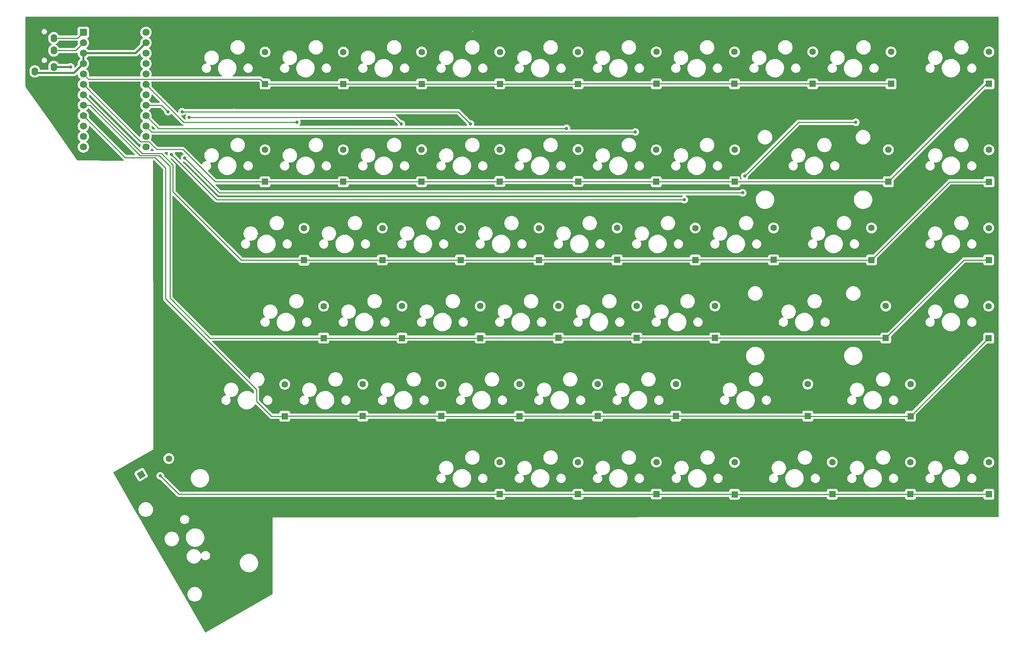
<source format=gbr>
G04 #@! TF.GenerationSoftware,KiCad,Pcbnew,7.0.9*
G04 #@! TF.CreationDate,2023-12-20T04:01:06-06:00*
G04 #@! TF.ProjectId,keyboard,6b657962-6f61-4726-942e-6b696361645f,rev?*
G04 #@! TF.SameCoordinates,Original*
G04 #@! TF.FileFunction,Copper,L1,Top*
G04 #@! TF.FilePolarity,Positive*
%FSLAX46Y46*%
G04 Gerber Fmt 4.6, Leading zero omitted, Abs format (unit mm)*
G04 Created by KiCad (PCBNEW 7.0.9) date 2023-12-20 04:01:06*
%MOMM*%
%LPD*%
G01*
G04 APERTURE LIST*
G04 Aperture macros list*
%AMRotRect*
0 Rectangle, with rotation*
0 The origin of the aperture is its center*
0 $1 length*
0 $2 width*
0 $3 Rotation angle, in degrees counterclockwise*
0 Add horizontal line*
21,1,$1,$2,0,0,$3*%
G04 Aperture macros list end*
G04 #@! TA.AperFunction,ComponentPad*
%ADD10R,1.752600X1.752600*%
G04 #@! TD*
G04 #@! TA.AperFunction,ComponentPad*
%ADD11C,1.752600*%
G04 #@! TD*
G04 #@! TA.AperFunction,ComponentPad*
%ADD12O,1.600000X2.000000*%
G04 #@! TD*
G04 #@! TA.AperFunction,ComponentPad*
%ADD13R,1.600000X1.600000*%
G04 #@! TD*
G04 #@! TA.AperFunction,ComponentPad*
%ADD14C,1.600000*%
G04 #@! TD*
G04 #@! TA.AperFunction,ComponentPad*
%ADD15RotRect,1.600000X1.600000X30.000000*%
G04 #@! TD*
G04 #@! TA.AperFunction,ViaPad*
%ADD16C,0.800000*%
G04 #@! TD*
G04 #@! TA.AperFunction,Conductor*
%ADD17C,0.500000*%
G04 #@! TD*
G04 #@! TA.AperFunction,Conductor*
%ADD18C,0.250000*%
G04 #@! TD*
G04 APERTURE END LIST*
D10*
X300860000Y-46200000D03*
D11*
X300860000Y-48740000D03*
X300860000Y-51280000D03*
X300860000Y-53820000D03*
X300860000Y-56360000D03*
X300860000Y-58900000D03*
X300860000Y-61440000D03*
X300860000Y-63980000D03*
X300860000Y-66520000D03*
X300860000Y-69060000D03*
X300860000Y-71600000D03*
X300860000Y-74140000D03*
X316100000Y-74140000D03*
X316100000Y-71600000D03*
X316100000Y-69060000D03*
X316100000Y-66520000D03*
X316100000Y-63980000D03*
X316100000Y-61440000D03*
X316100000Y-58900000D03*
X316100000Y-56360000D03*
X316100000Y-53820000D03*
X316100000Y-51280000D03*
X316100000Y-48740000D03*
X316100000Y-46200000D03*
D12*
X289050000Y-55700000D03*
X293650000Y-54600000D03*
X293650000Y-50600000D03*
X293650000Y-47600000D03*
D13*
X459420500Y-58732200D03*
D14*
X459420500Y-50932200D03*
D13*
X383220500Y-82582200D03*
D14*
X383220500Y-74782200D03*
D13*
X378440500Y-120722200D03*
D14*
X378440500Y-112922200D03*
D13*
X345100499Y-58777201D03*
D14*
X345100499Y-50977201D03*
D13*
X521300500Y-120742200D03*
D14*
X521300500Y-112942200D03*
D13*
X349900500Y-139787200D03*
D14*
X349900500Y-131987200D03*
D13*
X387980500Y-139742200D03*
D14*
X387980500Y-131942200D03*
D13*
X364170501Y-58777199D03*
D14*
X364170501Y-50977199D03*
D13*
X521320500Y-101677200D03*
D14*
X521320500Y-93877200D03*
D13*
X373660500Y-101702200D03*
D14*
X373660500Y-93902200D03*
D13*
X521370500Y-82622200D03*
D14*
X521370500Y-74822200D03*
D13*
X492770500Y-101667200D03*
D14*
X492770500Y-93867200D03*
D13*
X502260500Y-158787200D03*
D14*
X502260500Y-150987200D03*
D13*
X407015500Y-139774700D03*
D14*
X407015500Y-131974700D03*
D13*
X421320499Y-58752201D03*
D14*
X421320499Y-50952201D03*
D13*
X477260500Y-139742200D03*
D14*
X477260500Y-131942200D03*
D13*
X468930500Y-101662200D03*
D14*
X468930500Y-93862200D03*
D13*
X392720500Y-101682200D03*
D14*
X392720500Y-93882200D03*
D13*
X496883000Y-82587200D03*
D14*
X496883000Y-74787200D03*
D13*
X383230500Y-58772200D03*
D14*
X383230500Y-50972200D03*
D13*
X435610500Y-120692200D03*
D14*
X435610500Y-112892200D03*
D15*
X314923001Y-154012200D03*
D14*
X321677999Y-150112200D03*
D13*
X521350500Y-158802200D03*
D14*
X521350500Y-151002200D03*
D13*
X449860500Y-101677200D03*
D14*
X449860500Y-93877200D03*
D13*
X397490500Y-120722200D03*
D14*
X397490500Y-112922200D03*
D13*
X345088000Y-82599700D03*
D14*
X345088000Y-74799700D03*
D13*
X354590500Y-101734700D03*
D14*
X354590500Y-93934700D03*
D13*
X426070500Y-139762200D03*
D14*
X426070500Y-131962200D03*
D13*
X421330500Y-82542200D03*
D14*
X421330500Y-74742200D03*
D13*
X440355500Y-82612200D03*
D14*
X440355500Y-74812200D03*
D13*
X459470500Y-82592200D03*
D14*
X459470500Y-74792200D03*
D13*
X359370500Y-120737200D03*
D14*
X359370500Y-112937200D03*
D13*
X496250500Y-120707200D03*
D14*
X496250500Y-112907200D03*
D13*
X416540500Y-120702200D03*
D14*
X416540500Y-112902200D03*
D13*
X402260500Y-82562200D03*
D14*
X402260500Y-74762200D03*
D13*
X368910500Y-139762200D03*
D14*
X368910500Y-131962200D03*
D13*
X497530500Y-58732200D03*
D14*
X497530500Y-50932200D03*
D13*
X364140500Y-82602200D03*
D14*
X364140500Y-74802200D03*
D13*
X483220500Y-158782200D03*
D14*
X483220500Y-150982200D03*
D13*
X521370500Y-58732200D03*
D14*
X521370500Y-50932200D03*
D13*
X454640500Y-120692200D03*
D14*
X454640500Y-112892200D03*
D13*
X430830500Y-101662200D03*
D14*
X430830500Y-93862200D03*
D13*
X440380500Y-158777200D03*
D14*
X440380500Y-150977200D03*
D13*
X459430500Y-158817200D03*
D14*
X459430500Y-151017200D03*
D13*
X478470500Y-58732200D03*
D14*
X478470500Y-50932200D03*
D13*
X411800500Y-101682200D03*
D14*
X411800500Y-93882200D03*
D13*
X402270500Y-158802200D03*
D14*
X402270500Y-151002200D03*
D13*
X421300500Y-158812200D03*
D14*
X421300500Y-151012200D03*
D13*
X502270500Y-139772200D03*
D14*
X502270500Y-131972200D03*
D13*
X445130500Y-139742200D03*
D14*
X445130500Y-131942200D03*
D13*
X402280500Y-58752200D03*
D14*
X402280500Y-50952200D03*
D13*
X440390500Y-58732200D03*
D14*
X440390500Y-50932200D03*
D16*
X319590000Y-154320000D03*
X324890000Y-65530000D03*
X395130000Y-68500000D03*
X321470000Y-65560000D03*
X352860000Y-68090000D03*
X378290000Y-68500000D03*
X326600000Y-66880000D03*
X461420000Y-85320000D03*
X325510000Y-76800000D03*
X418510000Y-69590000D03*
X461880000Y-81240000D03*
X488960000Y-68110000D03*
X322300000Y-75950000D03*
X447200000Y-86990000D03*
X435280000Y-70470000D03*
X297750000Y-54600000D03*
D17*
X298630000Y-56050000D02*
X300860000Y-53820000D01*
X300860000Y-51280000D02*
X313560000Y-51280000D01*
X300860000Y-51280000D02*
X300860000Y-53820000D01*
X289050000Y-55700000D02*
X289400000Y-56050000D01*
X289400000Y-56050000D02*
X298630000Y-56050000D01*
X313560000Y-51280000D02*
X316100000Y-48740000D01*
D18*
X364140500Y-82602200D02*
X383200500Y-82602200D01*
X364138000Y-82599700D02*
X364140500Y-82602200D01*
X345088000Y-82599700D02*
X332933301Y-82599700D01*
X440285500Y-82542200D02*
X440355500Y-82612200D01*
X459450500Y-82612200D02*
X459470500Y-82592200D01*
X421330500Y-82542200D02*
X440285500Y-82542200D01*
X383220500Y-82582200D02*
X402240500Y-82582200D01*
X332933301Y-82599700D02*
X325073601Y-74740000D01*
X345088000Y-82599700D02*
X364138000Y-82599700D01*
X421310500Y-82562200D02*
X421330500Y-82542200D01*
X402240500Y-82582200D02*
X402260500Y-82562200D01*
X496878000Y-82592200D02*
X496883000Y-82587200D01*
X383200500Y-82602200D02*
X383220500Y-82582200D01*
X318770000Y-74740000D02*
X316831300Y-72801300D01*
X314761300Y-72801300D02*
X300860000Y-58900000D01*
X459470500Y-82592200D02*
X496878000Y-82592200D01*
X520738000Y-58732200D02*
X496883000Y-82587200D01*
X316831300Y-72801300D02*
X314761300Y-72801300D01*
X440355500Y-82612200D02*
X459450500Y-82612200D01*
X325073601Y-74740000D02*
X318770000Y-74740000D01*
X402260500Y-82562200D02*
X421310500Y-82562200D01*
X521370500Y-58732200D02*
X520738000Y-58732200D01*
X483220500Y-158782200D02*
X502255500Y-158782200D01*
X502260500Y-158787200D02*
X521335500Y-158787200D01*
X440380500Y-158777200D02*
X459390500Y-158777200D01*
X459390500Y-158777200D02*
X459430500Y-158817200D01*
X483185500Y-158817200D02*
X483220500Y-158782200D01*
X319590000Y-154320000D02*
X324072200Y-158802200D01*
X502255500Y-158782200D02*
X502260500Y-158787200D01*
X402270500Y-158802200D02*
X421290500Y-158802200D01*
X440345500Y-158812200D02*
X440380500Y-158777200D01*
X421290500Y-158802200D02*
X421300500Y-158812200D01*
X459430500Y-158817200D02*
X483185500Y-158817200D01*
X421300500Y-158812200D02*
X440345500Y-158812200D01*
X324072200Y-158802200D02*
X402270500Y-158802200D01*
X521335500Y-158787200D02*
X521350500Y-158802200D01*
X387980500Y-139742200D02*
X368930500Y-139742200D01*
X311040000Y-76700000D02*
X300860000Y-66520000D01*
X320900000Y-111137782D02*
X320900000Y-79270000D01*
X320900000Y-79270000D02*
X318330000Y-76700000D01*
X318330000Y-76700000D02*
X311040000Y-76700000D01*
X368930500Y-139742200D02*
X368910500Y-139762200D01*
X426070500Y-139762200D02*
X407028000Y-139762200D01*
X388013000Y-139774700D02*
X387980500Y-139742200D01*
X407015500Y-139774700D02*
X388013000Y-139774700D01*
X343036900Y-133274682D02*
X320900000Y-111137782D01*
X368910500Y-139762200D02*
X349925500Y-139762200D01*
X502270500Y-139772200D02*
X477290500Y-139772200D01*
X521300500Y-120742200D02*
X502270500Y-139772200D01*
X346647200Y-139787200D02*
X343036900Y-136176900D01*
X477260500Y-139742200D02*
X445130500Y-139742200D01*
X407028000Y-139762200D02*
X407015500Y-139774700D01*
X426090500Y-139742200D02*
X426070500Y-139762200D01*
X349925500Y-139762200D02*
X349900500Y-139787200D01*
X343036900Y-136176900D02*
X343036900Y-133274682D01*
X445130500Y-139742200D02*
X426090500Y-139742200D01*
X349900500Y-139787200D02*
X346647200Y-139787200D01*
X477290500Y-139772200D02*
X477260500Y-139742200D01*
X373680500Y-101682200D02*
X373660500Y-101702200D01*
X373660500Y-101702200D02*
X354623000Y-101702200D01*
X492770500Y-101667200D02*
X468935500Y-101667200D01*
X322660000Y-78490000D02*
X319900000Y-75730000D01*
X430845500Y-101677200D02*
X430830500Y-101662200D01*
X315150000Y-75730000D02*
X300860000Y-61440000D01*
X411800500Y-101682200D02*
X392720500Y-101682200D01*
X339334700Y-101734700D02*
X322660000Y-85060000D01*
X411820500Y-101662200D02*
X411800500Y-101682200D01*
X430830500Y-101662200D02*
X411820500Y-101662200D01*
X392720500Y-101682200D02*
X373680500Y-101682200D01*
X322660000Y-85060000D02*
X322660000Y-78490000D01*
X354623000Y-101702200D02*
X354590500Y-101734700D01*
X468930500Y-101662200D02*
X449875500Y-101662200D01*
X449860500Y-101677200D02*
X430845500Y-101677200D01*
X468935500Y-101667200D02*
X468930500Y-101662200D01*
X511815500Y-82622200D02*
X492770500Y-101667200D01*
X449875500Y-101662200D02*
X449860500Y-101677200D01*
X319900000Y-75730000D02*
X315150000Y-75730000D01*
X354590500Y-101734700D02*
X339334700Y-101734700D01*
X521370500Y-82622200D02*
X511815500Y-82622200D01*
X496235500Y-120692200D02*
X496250500Y-120707200D01*
X378440500Y-120722200D02*
X359385500Y-120722200D01*
X416540500Y-120702200D02*
X397510500Y-120702200D01*
X515280500Y-101677200D02*
X496250500Y-120707200D01*
X454640500Y-120692200D02*
X435610500Y-120692200D01*
X319320000Y-76250000D02*
X314720000Y-76250000D01*
X314720000Y-76250000D02*
X302450000Y-63980000D01*
X435610500Y-120692200D02*
X416550500Y-120692200D01*
X397510500Y-120702200D02*
X397490500Y-120722200D01*
X321930000Y-78860000D02*
X319320000Y-76250000D01*
X416550500Y-120692200D02*
X416540500Y-120702200D01*
X331697200Y-120737200D02*
X321930000Y-110970000D01*
X454640500Y-120692200D02*
X496235500Y-120692200D01*
X321930000Y-110970000D02*
X321930000Y-78860000D01*
X521320500Y-101677200D02*
X515280500Y-101677200D01*
X397490500Y-120722200D02*
X378440500Y-120722200D01*
X302450000Y-63980000D02*
X300860000Y-63980000D01*
X359385500Y-120722200D02*
X359370500Y-120737200D01*
X359370500Y-120737200D02*
X331697200Y-120737200D01*
X302061300Y-57561300D02*
X300860000Y-56360000D01*
X497530500Y-58732200D02*
X478470500Y-58732200D01*
X345100499Y-58777201D02*
X343884598Y-57561300D01*
X343884598Y-57561300D02*
X302061300Y-57561300D01*
X383250500Y-58752200D02*
X383230500Y-58772200D01*
X364170501Y-58777199D02*
X345100501Y-58777199D01*
X383230500Y-58772200D02*
X364175500Y-58772200D01*
X478470500Y-58732200D02*
X459420500Y-58732200D01*
X402280500Y-58752200D02*
X383250500Y-58752200D01*
X440390500Y-58732200D02*
X421340500Y-58732200D01*
X421320499Y-58752201D02*
X402280500Y-58752200D01*
X364175500Y-58772200D02*
X364170501Y-58777199D01*
X459420500Y-58732200D02*
X440390500Y-58732200D01*
X421340500Y-58732200D02*
X421320499Y-58752201D01*
X345100501Y-58777199D02*
X345100499Y-58777201D01*
X395130000Y-68500000D02*
X392160000Y-65530000D01*
X319890000Y-63980000D02*
X316100000Y-63980000D01*
X392160000Y-65530000D02*
X324890000Y-65530000D01*
X321470000Y-65560000D02*
X319890000Y-63980000D01*
X325290000Y-68090000D02*
X316100000Y-58900000D01*
X352860000Y-68090000D02*
X325290000Y-68090000D01*
X376670000Y-66880000D02*
X326600000Y-66880000D01*
X378290000Y-68500000D02*
X376670000Y-66880000D01*
X461420000Y-85320000D02*
X334030000Y-85320000D01*
X334030000Y-85320000D02*
X325510000Y-76800000D01*
X418510000Y-69590000D02*
X319170000Y-69590000D01*
X319170000Y-69590000D02*
X316100000Y-66520000D01*
X475010000Y-68110000D02*
X461880000Y-81240000D01*
X333340000Y-86990000D02*
X322300000Y-75950000D01*
X447200000Y-86990000D02*
X333340000Y-86990000D01*
X488960000Y-68110000D02*
X475010000Y-68110000D01*
X435280000Y-70470000D02*
X317510000Y-70470000D01*
X317510000Y-70470000D02*
X316100000Y-69060000D01*
X293650000Y-47600000D02*
X299460000Y-47600000D01*
X299460000Y-47600000D02*
X300860000Y-46200000D01*
X293650000Y-50600000D02*
X299000000Y-50600000D01*
X299000000Y-50600000D02*
X300860000Y-48740000D01*
D17*
X293650000Y-54600000D02*
X297750000Y-54600000D01*
G04 #@! TA.AperFunction,NonConductor*
G36*
X299392113Y-48235238D02*
G01*
X299392139Y-48234968D01*
X299407673Y-48236436D01*
X299407448Y-48238813D01*
X299463568Y-48253380D01*
X299510971Y-48304710D01*
X299523097Y-48373520D01*
X299520068Y-48390204D01*
X299489405Y-48511291D01*
X299470454Y-48739994D01*
X299470454Y-48740005D01*
X299489405Y-48968710D01*
X299521812Y-49096686D01*
X299519186Y-49166506D01*
X299489287Y-49214806D01*
X298773914Y-49930181D01*
X298712591Y-49963666D01*
X298686233Y-49966500D01*
X294970622Y-49966500D01*
X294903583Y-49946815D01*
X294858240Y-49894905D01*
X294830154Y-49834675D01*
X294787523Y-49743251D01*
X294656198Y-49555700D01*
X294494300Y-49393802D01*
X294306749Y-49262477D01*
X294199318Y-49212381D01*
X294146879Y-49166210D01*
X294127727Y-49099017D01*
X294147942Y-49032136D01*
X294199319Y-48987618D01*
X294306749Y-48937523D01*
X294494300Y-48806198D01*
X294656198Y-48644300D01*
X294787523Y-48456749D01*
X294858240Y-48305095D01*
X294904412Y-48252656D01*
X294970622Y-48233500D01*
X299376366Y-48233500D01*
X299392113Y-48235238D01*
G37*
G04 #@! TD.AperFunction*
G04 #@! TA.AperFunction,NonConductor*
G36*
X314646351Y-51368842D02*
G01*
X314702285Y-51410713D01*
X314726594Y-51474784D01*
X314729405Y-51508708D01*
X314785743Y-51731185D01*
X314877930Y-51941350D01*
X315003450Y-52133474D01*
X315003453Y-52133477D01*
X315158886Y-52302322D01*
X315339990Y-52443281D01*
X315339993Y-52443283D01*
X315344291Y-52446091D01*
X315342941Y-52448156D01*
X315385267Y-52490170D01*
X315400372Y-52558387D01*
X315376198Y-52623942D01*
X315343323Y-52652428D01*
X315344291Y-52653909D01*
X315339993Y-52656716D01*
X315158887Y-52797677D01*
X315003450Y-52966525D01*
X314877930Y-53158649D01*
X314785743Y-53368814D01*
X314729405Y-53591291D01*
X314710454Y-53819994D01*
X314710454Y-53820005D01*
X314729405Y-54048708D01*
X314729405Y-54048711D01*
X314729406Y-54048712D01*
X314764299Y-54186502D01*
X314785743Y-54271185D01*
X314877930Y-54481350D01*
X315003450Y-54673474D01*
X315033362Y-54705967D01*
X315158886Y-54842322D01*
X315339990Y-54983281D01*
X315339993Y-54983283D01*
X315344291Y-54986091D01*
X315342941Y-54988156D01*
X315385267Y-55030170D01*
X315400372Y-55098387D01*
X315376198Y-55163942D01*
X315343323Y-55192428D01*
X315344291Y-55193909D01*
X315339993Y-55196716D01*
X315158887Y-55337677D01*
X315003450Y-55506525D01*
X314877930Y-55698649D01*
X314785743Y-55908814D01*
X314729405Y-56131291D01*
X314710454Y-56359994D01*
X314710454Y-56360005D01*
X314729405Y-56588708D01*
X314729406Y-56588710D01*
X314729406Y-56588712D01*
X314774338Y-56766148D01*
X314776165Y-56773360D01*
X314773540Y-56843180D01*
X314733583Y-56900498D01*
X314668982Y-56927114D01*
X314655959Y-56927800D01*
X302375067Y-56927800D01*
X302308028Y-56908115D01*
X302287386Y-56891481D01*
X302230711Y-56834806D01*
X302197226Y-56773483D01*
X302198187Y-56716684D01*
X302202015Y-56701569D01*
X302230594Y-56588712D01*
X302238715Y-56490713D01*
X302249546Y-56360005D01*
X302249546Y-56359994D01*
X302230594Y-56131291D01*
X302230594Y-56131288D01*
X302174257Y-55908815D01*
X302082069Y-55698649D01*
X302003301Y-55578085D01*
X301956549Y-55506525D01*
X301929314Y-55476940D01*
X301801114Y-55337678D01*
X301716493Y-55271815D01*
X301620012Y-55196720D01*
X301615718Y-55193915D01*
X301617095Y-55191805D01*
X301574861Y-55150063D01*
X301559609Y-55081879D01*
X301583642Y-55016272D01*
X301616716Y-54987613D01*
X301615718Y-54986085D01*
X301620006Y-54983283D01*
X301620010Y-54983281D01*
X301801114Y-54842322D01*
X301956547Y-54673477D01*
X302082069Y-54481351D01*
X302174257Y-54271185D01*
X302230594Y-54048712D01*
X302246066Y-53862000D01*
X302249546Y-53820005D01*
X302249546Y-53819994D01*
X302236158Y-53658433D01*
X302230594Y-53591288D01*
X302174257Y-53368815D01*
X302082069Y-53158649D01*
X302058687Y-53122860D01*
X301956549Y-52966525D01*
X301898972Y-52903980D01*
X301801114Y-52797678D01*
X301729750Y-52742133D01*
X301666337Y-52692776D01*
X301625524Y-52636066D01*
X301618500Y-52594923D01*
X301618500Y-52505076D01*
X301638185Y-52438037D01*
X301666338Y-52407223D01*
X301740889Y-52349196D01*
X301801114Y-52302322D01*
X301956547Y-52133477D01*
X301968799Y-52114724D01*
X301981895Y-52094679D01*
X302035041Y-52049322D01*
X302085704Y-52038500D01*
X313495706Y-52038500D01*
X313513676Y-52039809D01*
X313516174Y-52040174D01*
X313537789Y-52043341D01*
X313590426Y-52038735D01*
X313595828Y-52038500D01*
X313604175Y-52038500D01*
X313604180Y-52038500D01*
X313627835Y-52035734D01*
X313637096Y-52034652D01*
X313714419Y-52027888D01*
X313714422Y-52027887D01*
X313714426Y-52027887D01*
X313714429Y-52027885D01*
X313721493Y-52026427D01*
X313721502Y-52026474D01*
X313729097Y-52024790D01*
X313729087Y-52024744D01*
X313736107Y-52023079D01*
X313736113Y-52023079D01*
X313809065Y-51996526D01*
X313882738Y-51972114D01*
X313882746Y-51972108D01*
X313889284Y-51969061D01*
X313889305Y-51969106D01*
X313896302Y-51965719D01*
X313896280Y-51965675D01*
X313902729Y-51962436D01*
X313902728Y-51962436D01*
X313902732Y-51962435D01*
X313967605Y-51919766D01*
X314033651Y-51879030D01*
X314033655Y-51879025D01*
X314039319Y-51874548D01*
X314039350Y-51874587D01*
X314045374Y-51869680D01*
X314045342Y-51869642D01*
X314050864Y-51865007D01*
X314050874Y-51865001D01*
X314091912Y-51821503D01*
X314104163Y-51808518D01*
X314515337Y-51397343D01*
X314576660Y-51363858D01*
X314646351Y-51368842D01*
G37*
G04 #@! TD.AperFunction*
G04 #@! TA.AperFunction,NonConductor*
G36*
X317698190Y-61394094D02*
G01*
X319438915Y-63134819D01*
X319472400Y-63196142D01*
X319467416Y-63265834D01*
X319425544Y-63321767D01*
X319360080Y-63346184D01*
X319351234Y-63346500D01*
X317407371Y-63346500D01*
X317340332Y-63326815D01*
X317303562Y-63290322D01*
X317242031Y-63196142D01*
X317196547Y-63126523D01*
X317041114Y-62957678D01*
X316973072Y-62904718D01*
X316860012Y-62816720D01*
X316855718Y-62813915D01*
X316857095Y-62811805D01*
X316814861Y-62770063D01*
X316799609Y-62701879D01*
X316823642Y-62636272D01*
X316856716Y-62607613D01*
X316855718Y-62606085D01*
X316860006Y-62603283D01*
X316860010Y-62603281D01*
X317041114Y-62462322D01*
X317196547Y-62293477D01*
X317322069Y-62101351D01*
X317414257Y-61891185D01*
X317470594Y-61668712D01*
X317486933Y-61471535D01*
X317512086Y-61406350D01*
X317568488Y-61365112D01*
X317638231Y-61360914D01*
X317698190Y-61394094D01*
G37*
G04 #@! TD.AperFunction*
G04 #@! TA.AperFunction,NonConductor*
G36*
X325816891Y-66183185D02*
G01*
X325862646Y-66235989D01*
X325872590Y-66305147D01*
X325857239Y-66349500D01*
X325765473Y-66508443D01*
X325765470Y-66508450D01*
X325719419Y-66650181D01*
X325706458Y-66690072D01*
X325686496Y-66880000D01*
X325706458Y-67069928D01*
X325706459Y-67069931D01*
X325765470Y-67251549D01*
X325765474Y-67251559D01*
X325776410Y-67270499D01*
X325792884Y-67338399D01*
X325770032Y-67404426D01*
X325715111Y-67447617D01*
X325669024Y-67456500D01*
X325603766Y-67456500D01*
X325536727Y-67436815D01*
X325516085Y-67420181D01*
X324746085Y-66650181D01*
X324712600Y-66588858D01*
X324717584Y-66519166D01*
X324759456Y-66463233D01*
X324824920Y-66438816D01*
X324833766Y-66438500D01*
X324985487Y-66438500D01*
X325172288Y-66398794D01*
X325346752Y-66321118D01*
X325501253Y-66208866D01*
X325505160Y-66204527D01*
X325564646Y-66167879D01*
X325597309Y-66163500D01*
X325749852Y-66163500D01*
X325816891Y-66183185D01*
G37*
G04 #@! TD.AperFunction*
G04 #@! TA.AperFunction,NonConductor*
G36*
X391913273Y-66183185D02*
G01*
X391933915Y-66199819D01*
X394183378Y-68449282D01*
X394216863Y-68510605D01*
X394219018Y-68524001D01*
X394224300Y-68574252D01*
X394236458Y-68689928D01*
X394236459Y-68689931D01*
X394270332Y-68794182D01*
X394272327Y-68864023D01*
X394236247Y-68923856D01*
X394173546Y-68954684D01*
X394152401Y-68956500D01*
X379267599Y-68956500D01*
X379200560Y-68936815D01*
X379154805Y-68884011D01*
X379144861Y-68814853D01*
X379149668Y-68794182D01*
X379163602Y-68751297D01*
X379183542Y-68689928D01*
X379203504Y-68500000D01*
X379183542Y-68310072D01*
X379124527Y-68128444D01*
X379029040Y-67963056D01*
X378901253Y-67821134D01*
X378746752Y-67708882D01*
X378572288Y-67631206D01*
X378572286Y-67631205D01*
X378385487Y-67591500D01*
X378328766Y-67591500D01*
X378261727Y-67571815D01*
X378241085Y-67555181D01*
X377177088Y-66491183D01*
X377167187Y-66478823D01*
X377166977Y-66478998D01*
X377162002Y-66472986D01*
X377162000Y-66472982D01*
X377125617Y-66438816D01*
X377110921Y-66425015D01*
X377089768Y-66403863D01*
X377087792Y-66402331D01*
X377084183Y-66399531D01*
X377079759Y-66395753D01*
X377070019Y-66386606D01*
X377060739Y-66377891D01*
X377025345Y-66317649D01*
X377028139Y-66247835D01*
X377068234Y-66190615D01*
X377132899Y-66164155D01*
X377145624Y-66163500D01*
X391846234Y-66163500D01*
X391913273Y-66183185D01*
G37*
G04 #@! TD.AperFunction*
G04 #@! TA.AperFunction,NonConductor*
G36*
X376423273Y-67533185D02*
G01*
X376443915Y-67549819D01*
X377343379Y-68449284D01*
X377376864Y-68510607D01*
X377379018Y-68523999D01*
X377396458Y-68689928D01*
X377396459Y-68689931D01*
X377430332Y-68794182D01*
X377432327Y-68864023D01*
X377396247Y-68923856D01*
X377333546Y-68954684D01*
X377312401Y-68956500D01*
X353580815Y-68956500D01*
X353513776Y-68936815D01*
X353468021Y-68884011D01*
X353458077Y-68814853D01*
X353487102Y-68751297D01*
X353488665Y-68749528D01*
X353497283Y-68739957D01*
X353599040Y-68626944D01*
X353694527Y-68461556D01*
X353753542Y-68279928D01*
X353773504Y-68090000D01*
X353753542Y-67900072D01*
X353694527Y-67718444D01*
X353683589Y-67699500D01*
X353667116Y-67631601D01*
X353689968Y-67565574D01*
X353744889Y-67522383D01*
X353790976Y-67513500D01*
X376356234Y-67513500D01*
X376423273Y-67533185D01*
G37*
G04 #@! TD.AperFunction*
G04 #@! TA.AperFunction,NonConductor*
G36*
X319643273Y-64633185D02*
G01*
X319663915Y-64649819D01*
X320523378Y-65509282D01*
X320556863Y-65570605D01*
X320559018Y-65584001D01*
X320565141Y-65642253D01*
X320576458Y-65749928D01*
X320576459Y-65749931D01*
X320635470Y-65931549D01*
X320635473Y-65931556D01*
X320730960Y-66096944D01*
X320791477Y-66164155D01*
X320856156Y-66235989D01*
X320858747Y-66238866D01*
X321013248Y-66351118D01*
X321187712Y-66428794D01*
X321374513Y-66468500D01*
X321565487Y-66468500D01*
X321752288Y-66428794D01*
X321926752Y-66351118D01*
X322081253Y-66238866D01*
X322149113Y-66163500D01*
X322212575Y-66093019D01*
X322272062Y-66056370D01*
X322341919Y-66057701D01*
X322392406Y-66088310D01*
X324782910Y-68478814D01*
X324792816Y-68491178D01*
X324793026Y-68491005D01*
X324798001Y-68497019D01*
X324849095Y-68545000D01*
X324870224Y-68566129D01*
X324870228Y-68566132D01*
X324870231Y-68566135D01*
X324875805Y-68570458D01*
X324880247Y-68574252D01*
X324914679Y-68606586D01*
X324914683Y-68606589D01*
X324932563Y-68616418D01*
X324948827Y-68627101D01*
X324964960Y-68639614D01*
X325008301Y-68658369D01*
X325013550Y-68660941D01*
X325033627Y-68671978D01*
X325054940Y-68683695D01*
X325074718Y-68688773D01*
X325093121Y-68695074D01*
X325111852Y-68703180D01*
X325111853Y-68703180D01*
X325111855Y-68703181D01*
X325125734Y-68705379D01*
X325155077Y-68710027D01*
X325218211Y-68739957D01*
X325255142Y-68799268D01*
X325254144Y-68869131D01*
X325215534Y-68927363D01*
X325151570Y-68955477D01*
X325135678Y-68956500D01*
X319483766Y-68956500D01*
X319416727Y-68936815D01*
X319396085Y-68920181D01*
X317470711Y-66994806D01*
X317437226Y-66933483D01*
X317438187Y-66876684D01*
X317470593Y-66748714D01*
X317470594Y-66748712D01*
X317489546Y-66520000D01*
X317488588Y-66508444D01*
X317470594Y-66291291D01*
X317470594Y-66291288D01*
X317414257Y-66068815D01*
X317322069Y-65858649D01*
X317251040Y-65749931D01*
X317196549Y-65666525D01*
X317108248Y-65570605D01*
X317041114Y-65497678D01*
X316973072Y-65444718D01*
X316860012Y-65356720D01*
X316855718Y-65353915D01*
X316857095Y-65351805D01*
X316814861Y-65310063D01*
X316799609Y-65241879D01*
X316823642Y-65176272D01*
X316856716Y-65147613D01*
X316855718Y-65146085D01*
X316860006Y-65143283D01*
X316860010Y-65143281D01*
X317041114Y-65002322D01*
X317196547Y-64833477D01*
X317303562Y-64669677D01*
X317356709Y-64624322D01*
X317407371Y-64613500D01*
X319576234Y-64613500D01*
X319643273Y-64633185D01*
G37*
G04 #@! TD.AperFunction*
G04 #@! TA.AperFunction,NonConductor*
G36*
X317698190Y-69014094D02*
G01*
X318308915Y-69624819D01*
X318342400Y-69686142D01*
X318337416Y-69755834D01*
X318295544Y-69811767D01*
X318230080Y-69836184D01*
X318221234Y-69836500D01*
X317823766Y-69836500D01*
X317756727Y-69816815D01*
X317736085Y-69800181D01*
X317470711Y-69534806D01*
X317437226Y-69473483D01*
X317438187Y-69416684D01*
X317470593Y-69288714D01*
X317470594Y-69288712D01*
X317486933Y-69091535D01*
X317512086Y-69026350D01*
X317568488Y-68985112D01*
X317638231Y-68980914D01*
X317698190Y-69014094D01*
G37*
G04 #@! TD.AperFunction*
G04 #@! TA.AperFunction,NonConductor*
G36*
X314774407Y-58214485D02*
G01*
X314820162Y-58267289D01*
X314830106Y-58336447D01*
X314820924Y-58368610D01*
X314785743Y-58448814D01*
X314729405Y-58671291D01*
X314710454Y-58899994D01*
X314710454Y-58900005D01*
X314729405Y-59128708D01*
X314785743Y-59351185D01*
X314877930Y-59561350D01*
X315003450Y-59753474D01*
X315003453Y-59753477D01*
X315158886Y-59922322D01*
X315339990Y-60063281D01*
X315339993Y-60063283D01*
X315344291Y-60066091D01*
X315342941Y-60068156D01*
X315385267Y-60110170D01*
X315400372Y-60178387D01*
X315376198Y-60243942D01*
X315343323Y-60272428D01*
X315344291Y-60273909D01*
X315339993Y-60276716D01*
X315158887Y-60417677D01*
X315003450Y-60586525D01*
X314877930Y-60778649D01*
X314785743Y-60988814D01*
X314729405Y-61211291D01*
X314710454Y-61439994D01*
X314710454Y-61440005D01*
X314729405Y-61668708D01*
X314785743Y-61891185D01*
X314877930Y-62101350D01*
X315003450Y-62293474D01*
X315003453Y-62293477D01*
X315158886Y-62462322D01*
X315339990Y-62603281D01*
X315339993Y-62603283D01*
X315344291Y-62606091D01*
X315342941Y-62608156D01*
X315385267Y-62650170D01*
X315400372Y-62718387D01*
X315376198Y-62783942D01*
X315343323Y-62812428D01*
X315344291Y-62813909D01*
X315339993Y-62816716D01*
X315158887Y-62957677D01*
X315003450Y-63126525D01*
X314877930Y-63318649D01*
X314785743Y-63528814D01*
X314729405Y-63751291D01*
X314710454Y-63979994D01*
X314710454Y-63980005D01*
X314729405Y-64208708D01*
X314785743Y-64431185D01*
X314877930Y-64641350D01*
X315003450Y-64833474D01*
X315003452Y-64833476D01*
X315003453Y-64833477D01*
X315158886Y-65002322D01*
X315339990Y-65143281D01*
X315339993Y-65143283D01*
X315344291Y-65146091D01*
X315342941Y-65148156D01*
X315385267Y-65190170D01*
X315400372Y-65258387D01*
X315376198Y-65323942D01*
X315343323Y-65352428D01*
X315344291Y-65353909D01*
X315339993Y-65356716D01*
X315158887Y-65497677D01*
X315003450Y-65666525D01*
X314877930Y-65858649D01*
X314785743Y-66068814D01*
X314729405Y-66291291D01*
X314710454Y-66519994D01*
X314710454Y-66520005D01*
X314729405Y-66748708D01*
X314785743Y-66971185D01*
X314877930Y-67181350D01*
X315003450Y-67373474D01*
X315003453Y-67373477D01*
X315158886Y-67542322D01*
X315336963Y-67680925D01*
X315339993Y-67683283D01*
X315344291Y-67686091D01*
X315342941Y-67688156D01*
X315385267Y-67730170D01*
X315400372Y-67798387D01*
X315376198Y-67863942D01*
X315343323Y-67892428D01*
X315344291Y-67893909D01*
X315339993Y-67896716D01*
X315158887Y-68037677D01*
X315003450Y-68206525D01*
X314877930Y-68398649D01*
X314785743Y-68608814D01*
X314729405Y-68831291D01*
X314710454Y-69059994D01*
X314710454Y-69060005D01*
X314729405Y-69288708D01*
X314785743Y-69511185D01*
X314877930Y-69721350D01*
X315003450Y-69913474D01*
X315003453Y-69913477D01*
X315158886Y-70082322D01*
X315339990Y-70223281D01*
X315339993Y-70223283D01*
X315344291Y-70226091D01*
X315342941Y-70228156D01*
X315385267Y-70270170D01*
X315400372Y-70338387D01*
X315376198Y-70403942D01*
X315343323Y-70432428D01*
X315344291Y-70433909D01*
X315339993Y-70436716D01*
X315158887Y-70577677D01*
X315003450Y-70746525D01*
X314877930Y-70938649D01*
X314785743Y-71148814D01*
X314729405Y-71371291D01*
X314713066Y-71568464D01*
X314687913Y-71633649D01*
X314631510Y-71674887D01*
X314561767Y-71679085D01*
X314501809Y-71645905D01*
X308439905Y-65584001D01*
X302230711Y-59374806D01*
X302197226Y-59313483D01*
X302198187Y-59256684D01*
X302230593Y-59128714D01*
X302230594Y-59128712D01*
X302249546Y-58900000D01*
X302230594Y-58671288D01*
X302174257Y-58448815D01*
X302139076Y-58368610D01*
X302130173Y-58299310D01*
X302160150Y-58236198D01*
X302219489Y-58199311D01*
X302252632Y-58194800D01*
X314707368Y-58194800D01*
X314774407Y-58214485D01*
G37*
G04 #@! TD.AperFunction*
G04 #@! TA.AperFunction,NonConductor*
G36*
X302458189Y-61394093D02*
G01*
X308382977Y-67318882D01*
X314254212Y-73190117D01*
X314264116Y-73202478D01*
X314264326Y-73202305D01*
X314269301Y-73208319D01*
X314320378Y-73256284D01*
X314341524Y-73277430D01*
X314347113Y-73281766D01*
X314351545Y-73285552D01*
X314383459Y-73315520D01*
X314385980Y-73317887D01*
X314403862Y-73327717D01*
X314420129Y-73338402D01*
X314436260Y-73350915D01*
X314458138Y-73360381D01*
X314479607Y-73369671D01*
X314484833Y-73372231D01*
X314526240Y-73394995D01*
X314546016Y-73400072D01*
X314564424Y-73406375D01*
X314583150Y-73414479D01*
X314583152Y-73414480D01*
X314583153Y-73414480D01*
X314583155Y-73414481D01*
X314624084Y-73420963D01*
X314629803Y-73421869D01*
X314635512Y-73423051D01*
X314681270Y-73434800D01*
X314701684Y-73434800D01*
X314721061Y-73436323D01*
X314726384Y-73437166D01*
X314789519Y-73467087D01*
X314826458Y-73526394D01*
X314825469Y-73596257D01*
X314820554Y-73609450D01*
X314785743Y-73688811D01*
X314729405Y-73911291D01*
X314713066Y-74108464D01*
X314687913Y-74173649D01*
X314631510Y-74214887D01*
X314561767Y-74219085D01*
X314501809Y-74185905D01*
X308444354Y-68128450D01*
X302230711Y-61914806D01*
X302197226Y-61853483D01*
X302198187Y-61796684D01*
X302230593Y-61668714D01*
X302230594Y-61668712D01*
X302246933Y-61471535D01*
X302272086Y-61406350D01*
X302328488Y-61365112D01*
X302398231Y-61360914D01*
X302458189Y-61394093D01*
G37*
G04 #@! TD.AperFunction*
G04 #@! TA.AperFunction,NonConductor*
G36*
X317590971Y-74470352D02*
G01*
X317631417Y-74497322D01*
X318018914Y-74884819D01*
X318052399Y-74946142D01*
X318047415Y-75015834D01*
X318005543Y-75071767D01*
X317940079Y-75096184D01*
X317931233Y-75096500D01*
X317358371Y-75096500D01*
X317291332Y-75076815D01*
X317245577Y-75024011D01*
X317235633Y-74954853D01*
X317254562Y-74904679D01*
X317308447Y-74822201D01*
X317322069Y-74801351D01*
X317414257Y-74591185D01*
X317423530Y-74554565D01*
X317459068Y-74494409D01*
X317521487Y-74463015D01*
X317590971Y-74470352D01*
G37*
G04 #@! TD.AperFunction*
G04 #@! TA.AperFunction,NonConductor*
G36*
X302236970Y-64663231D02*
G01*
X302242747Y-64668651D01*
X313428915Y-75854819D01*
X313462400Y-75916142D01*
X313457416Y-75985834D01*
X313415544Y-76041767D01*
X313350080Y-76066184D01*
X313341234Y-76066500D01*
X311353766Y-76066500D01*
X311286727Y-76046815D01*
X311266085Y-76030181D01*
X302230711Y-66994806D01*
X302197226Y-66933483D01*
X302198187Y-66876684D01*
X302230593Y-66748714D01*
X302230594Y-66748712D01*
X302249546Y-66520000D01*
X302248588Y-66508444D01*
X302230594Y-66291291D01*
X302230594Y-66291288D01*
X302174257Y-66068815D01*
X302082069Y-65858649D01*
X302011040Y-65749931D01*
X301956549Y-65666525D01*
X301868248Y-65570605D01*
X301801114Y-65497678D01*
X301733072Y-65444718D01*
X301620012Y-65356720D01*
X301615718Y-65353915D01*
X301617095Y-65351805D01*
X301574861Y-65310063D01*
X301559609Y-65241879D01*
X301583642Y-65176272D01*
X301616716Y-65147613D01*
X301615718Y-65146085D01*
X301620006Y-65143283D01*
X301620010Y-65143281D01*
X301801114Y-65002322D01*
X301956547Y-64833477D01*
X302051258Y-64688509D01*
X302104403Y-64643154D01*
X302173634Y-64633730D01*
X302236970Y-64663231D01*
G37*
G04 #@! TD.AperFunction*
G04 #@! TA.AperFunction,NonConductor*
G36*
X321436063Y-75393185D02*
G01*
X321481818Y-75445989D01*
X321491762Y-75515147D01*
X321476410Y-75559501D01*
X321465474Y-75578440D01*
X321465470Y-75578450D01*
X321410251Y-75748398D01*
X321406458Y-75760072D01*
X321393882Y-75879724D01*
X321386496Y-75950000D01*
X321393419Y-76015869D01*
X321380849Y-76084599D01*
X321333117Y-76135622D01*
X321265377Y-76152740D01*
X321199135Y-76130517D01*
X321182417Y-76116511D01*
X320651086Y-75585181D01*
X320617601Y-75523858D01*
X320622585Y-75454167D01*
X320664456Y-75398233D01*
X320729921Y-75373816D01*
X320738767Y-75373500D01*
X321369024Y-75373500D01*
X321436063Y-75393185D01*
G37*
G04 #@! TD.AperFunction*
G04 #@! TA.AperFunction,NonConductor*
G36*
X324826874Y-75393185D02*
G01*
X324847516Y-75409819D01*
X325197829Y-75760132D01*
X325231314Y-75821455D01*
X325226330Y-75891147D01*
X325184458Y-75947080D01*
X325160584Y-75961092D01*
X325053248Y-76008881D01*
X324898745Y-76121135D01*
X324770959Y-76263057D01*
X324675473Y-76428443D01*
X324675470Y-76428450D01*
X324616459Y-76610068D01*
X324616458Y-76610072D01*
X324596496Y-76800000D01*
X324604713Y-76878185D01*
X324616459Y-76989933D01*
X324640048Y-77062533D01*
X324642043Y-77132374D01*
X324605962Y-77192206D01*
X324543261Y-77223034D01*
X324473847Y-77215069D01*
X324434436Y-77188531D01*
X323246620Y-76000715D01*
X323213135Y-75939392D01*
X323210982Y-75926012D01*
X323193542Y-75760072D01*
X323134527Y-75578444D01*
X323123589Y-75559500D01*
X323107116Y-75491601D01*
X323129968Y-75425574D01*
X323184889Y-75382383D01*
X323230976Y-75373500D01*
X324759835Y-75373500D01*
X324826874Y-75393185D01*
G37*
G04 #@! TD.AperFunction*
G04 #@! TA.AperFunction,NonConductor*
G36*
X325239669Y-77671335D02*
G01*
X325414513Y-77708500D01*
X325471234Y-77708500D01*
X325538273Y-77728185D01*
X325558915Y-77744819D01*
X333522910Y-85708814D01*
X333532816Y-85721178D01*
X333533026Y-85721005D01*
X333538001Y-85727019D01*
X333589095Y-85775000D01*
X333610224Y-85796129D01*
X333610228Y-85796132D01*
X333610231Y-85796135D01*
X333615805Y-85800458D01*
X333620247Y-85804252D01*
X333654679Y-85836586D01*
X333654683Y-85836589D01*
X333672563Y-85846418D01*
X333688827Y-85857101D01*
X333704960Y-85869614D01*
X333748301Y-85888369D01*
X333753550Y-85890941D01*
X333766573Y-85898100D01*
X333794940Y-85913695D01*
X333814718Y-85918773D01*
X333833119Y-85925073D01*
X333851855Y-85933181D01*
X333896362Y-85940229D01*
X333898503Y-85940569D01*
X333904212Y-85941751D01*
X333949970Y-85953500D01*
X333970384Y-85953500D01*
X333989783Y-85955027D01*
X334009943Y-85958220D01*
X334056966Y-85953775D01*
X334062804Y-85953500D01*
X446711012Y-85953500D01*
X446778051Y-85973185D01*
X446823806Y-86025989D01*
X446833750Y-86095147D01*
X446804725Y-86158703D01*
X446761449Y-86190778D01*
X446743248Y-86198882D01*
X446743246Y-86198883D01*
X446588745Y-86311135D01*
X446584840Y-86315473D01*
X446525354Y-86352121D01*
X446492691Y-86356500D01*
X333653766Y-86356500D01*
X333586727Y-86336815D01*
X333566085Y-86320181D01*
X325126212Y-77880307D01*
X325092727Y-77818984D01*
X325097711Y-77749292D01*
X325139583Y-77693359D01*
X325205047Y-77668942D01*
X325239669Y-77671335D01*
G37*
G04 #@! TD.AperFunction*
G04 #@! TA.AperFunction,NonConductor*
G36*
X523575512Y-42330478D02*
G01*
X523642549Y-42350169D01*
X523688299Y-42402977D01*
X523699500Y-42454478D01*
X523699500Y-164265601D01*
X523679815Y-164332640D01*
X523627011Y-164378395D01*
X523575556Y-164389601D01*
X347069502Y-164469500D01*
X347037345Y-164469500D01*
X347034648Y-164470375D01*
X347010144Y-164482868D01*
X347005461Y-164486274D01*
X346986247Y-164505496D01*
X346982840Y-164510186D01*
X346970359Y-164534696D01*
X346969485Y-164537390D01*
X346969500Y-164570045D01*
X346969500Y-183040331D01*
X346949815Y-183107370D01*
X346907462Y-183147740D01*
X330694333Y-192500713D01*
X330626427Y-192517161D01*
X330560408Y-192494286D01*
X330524934Y-192455217D01*
X325263708Y-183325187D01*
X326215773Y-183325187D01*
X326255410Y-183588166D01*
X326255412Y-183588172D01*
X326333807Y-183842319D01*
X326449197Y-184081929D01*
X326449198Y-184081931D01*
X326449200Y-184081934D01*
X326449202Y-184081938D01*
X326599023Y-184301685D01*
X326779917Y-184496644D01*
X326779921Y-184496647D01*
X326779922Y-184496648D01*
X326987858Y-184662472D01*
X327218187Y-184795452D01*
X327465763Y-184892619D01*
X327725056Y-184951801D01*
X327774760Y-184955525D01*
X327923866Y-184966700D01*
X327923872Y-184966700D01*
X328056680Y-184966700D01*
X328189218Y-184956767D01*
X328255490Y-184951801D01*
X328514783Y-184892619D01*
X328762359Y-184795452D01*
X328992688Y-184662472D01*
X329200624Y-184496648D01*
X329381523Y-184301685D01*
X329531344Y-184081938D01*
X329646740Y-183842316D01*
X329725134Y-183588171D01*
X329764773Y-183325180D01*
X329764773Y-183059220D01*
X329725134Y-182796229D01*
X329646740Y-182542084D01*
X329531344Y-182302462D01*
X329381523Y-182082715D01*
X329371395Y-182071799D01*
X329200628Y-181887755D01*
X329160634Y-181855861D01*
X328992688Y-181721928D01*
X328762359Y-181588948D01*
X328514783Y-181491781D01*
X328514774Y-181491779D01*
X328514771Y-181491778D01*
X328255487Y-181432598D01*
X328056680Y-181417700D01*
X328056674Y-181417700D01*
X327923872Y-181417700D01*
X327923866Y-181417700D01*
X327725058Y-181432598D01*
X327465774Y-181491778D01*
X327465766Y-181491780D01*
X327465763Y-181491781D01*
X327465760Y-181491781D01*
X327465757Y-181491783D01*
X327218186Y-181588948D01*
X326987858Y-181721928D01*
X326779917Y-181887755D01*
X326599023Y-182082714D01*
X326449198Y-182302468D01*
X326449197Y-182302470D01*
X326333807Y-182542080D01*
X326255412Y-182796227D01*
X326255410Y-182796233D01*
X326215773Y-183059212D01*
X326215773Y-183325187D01*
X325263708Y-183325187D01*
X319925654Y-174061833D01*
X326025255Y-174061833D01*
X326035574Y-174130288D01*
X326064359Y-174321261D01*
X326064360Y-174321263D01*
X326064361Y-174321269D01*
X326141693Y-174571972D01*
X326255522Y-174808342D01*
X326255523Y-174808343D01*
X326255525Y-174808346D01*
X326255527Y-174808350D01*
X326308467Y-174885998D01*
X326403322Y-175025125D01*
X326581769Y-175217447D01*
X326581773Y-175217450D01*
X326581774Y-175217451D01*
X326786898Y-175381032D01*
X327014112Y-175512214D01*
X327258339Y-175608066D01*
X327514125Y-175666448D01*
X327514131Y-175666448D01*
X327514134Y-175666449D01*
X327710255Y-175681146D01*
X327710261Y-175681146D01*
X327841255Y-175681146D01*
X328037375Y-175666449D01*
X328037377Y-175666448D01*
X328037385Y-175666448D01*
X328120984Y-175647367D01*
X338940333Y-175647367D01*
X338970410Y-175946342D01*
X338970411Y-175946349D01*
X339040068Y-176238641D01*
X339040071Y-176238653D01*
X339148066Y-176519053D01*
X339148073Y-176519068D01*
X339292479Y-176782575D01*
X339292483Y-176782581D01*
X339383796Y-176906512D01*
X339470723Y-177024490D01*
X339679621Y-177240489D01*
X339915446Y-177426718D01*
X340173987Y-177579852D01*
X340450633Y-177697160D01*
X340450636Y-177697160D01*
X340450639Y-177697162D01*
X340595539Y-177736854D01*
X340740446Y-177776548D01*
X341038255Y-177816600D01*
X341038260Y-177816600D01*
X341263541Y-177816600D01*
X341427013Y-177805656D01*
X341488319Y-177801552D01*
X341782787Y-177741699D01*
X342066651Y-177643131D01*
X342334843Y-177507607D01*
X342582580Y-177337546D01*
X342805439Y-177135982D01*
X342999443Y-176906512D01*
X343161131Y-176653232D01*
X343287618Y-176380660D01*
X343376646Y-176093662D01*
X343426626Y-175797358D01*
X343436667Y-175497036D01*
X343406589Y-175198055D01*
X343336930Y-174905751D01*
X343228931Y-174625340D01*
X343084521Y-174361825D01*
X343065875Y-174336519D01*
X342987521Y-174230175D01*
X342906277Y-174119910D01*
X342697379Y-173903911D01*
X342697372Y-173903905D01*
X342461555Y-173717683D01*
X342461556Y-173717683D01*
X342461554Y-173717682D01*
X342203013Y-173564548D01*
X341926367Y-173447240D01*
X341926360Y-173447237D01*
X341636559Y-173367853D01*
X341636556Y-173367852D01*
X341636554Y-173367852D01*
X341338745Y-173327800D01*
X341113467Y-173327800D01*
X341113459Y-173327800D01*
X340888683Y-173342847D01*
X340888674Y-173342849D01*
X340594210Y-173402701D01*
X340310347Y-173501269D01*
X340310344Y-173501271D01*
X340042162Y-173636789D01*
X339794418Y-173806855D01*
X339571562Y-174008416D01*
X339377558Y-174237886D01*
X339377556Y-174237888D01*
X339215866Y-174491172D01*
X339089386Y-174763731D01*
X339089382Y-174763740D01*
X339075546Y-174808343D01*
X339000354Y-175050735D01*
X338950374Y-175347042D01*
X338940333Y-175647367D01*
X328120984Y-175647367D01*
X328293171Y-175608066D01*
X328537398Y-175512214D01*
X328764612Y-175381032D01*
X328969736Y-175217451D01*
X328987738Y-175198050D01*
X329009700Y-175174379D01*
X329148188Y-175025125D01*
X329295983Y-174808350D01*
X329409818Y-174571969D01*
X329455788Y-174422934D01*
X329494358Y-174364677D01*
X329558303Y-174336519D01*
X329627320Y-174347403D01*
X329675285Y-174387558D01*
X329749066Y-174491168D01*
X329755995Y-174500898D01*
X329756000Y-174500904D01*
X329911554Y-174649223D01*
X329911556Y-174649224D01*
X329911557Y-174649225D01*
X330092380Y-174765433D01*
X330291928Y-174845320D01*
X330397458Y-174865659D01*
X330502987Y-174885998D01*
X330502988Y-174885998D01*
X330664072Y-174885998D01*
X330664078Y-174885998D01*
X330824431Y-174870686D01*
X331030669Y-174810129D01*
X331221719Y-174711636D01*
X331390677Y-174578766D01*
X331531436Y-174416322D01*
X331548043Y-174387559D01*
X331638906Y-174230178D01*
X331638908Y-174230175D01*
X331709210Y-174027052D01*
X331739799Y-173814295D01*
X331729572Y-173599594D01*
X331678897Y-173390708D01*
X331589606Y-173195188D01*
X331464926Y-173020099D01*
X331464924Y-173020097D01*
X331464919Y-173020091D01*
X331309365Y-172871772D01*
X331128540Y-172755563D01*
X330928990Y-172675675D01*
X330717933Y-172634998D01*
X330717932Y-172634998D01*
X330556842Y-172634998D01*
X330396489Y-172650310D01*
X330396485Y-172650311D01*
X330190253Y-172710866D01*
X329999196Y-172809362D01*
X329830245Y-172942227D01*
X329830242Y-172942231D01*
X329689481Y-173104676D01*
X329605830Y-173249565D01*
X329555263Y-173297781D01*
X329486656Y-173311003D01*
X329421791Y-173285035D01*
X329386723Y-173241366D01*
X329295987Y-173052949D01*
X329295986Y-173052948D01*
X329295985Y-173052947D01*
X329295983Y-173052942D01*
X329148188Y-172836167D01*
X329073399Y-172755563D01*
X328969740Y-172643844D01*
X328930288Y-172612382D01*
X328764612Y-172480260D01*
X328537398Y-172349078D01*
X328293171Y-172253226D01*
X328293166Y-172253224D01*
X328293157Y-172253222D01*
X328075573Y-172203560D01*
X328037385Y-172194844D01*
X328037384Y-172194843D01*
X328037380Y-172194843D01*
X328037375Y-172194842D01*
X327841255Y-172180146D01*
X327841249Y-172180146D01*
X327710261Y-172180146D01*
X327710255Y-172180146D01*
X327514134Y-172194842D01*
X327514129Y-172194843D01*
X327258352Y-172253222D01*
X327258333Y-172253228D01*
X327014111Y-172349078D01*
X326786898Y-172480260D01*
X326581769Y-172643844D01*
X326403322Y-172836166D01*
X326255523Y-173052948D01*
X326255522Y-173052949D01*
X326141693Y-173289319D01*
X326064361Y-173540022D01*
X326064360Y-173540027D01*
X326064359Y-173540031D01*
X326055381Y-173599594D01*
X326025255Y-173799458D01*
X326025255Y-174061833D01*
X319925654Y-174061833D01*
X317488520Y-169832571D01*
X320650551Y-169832571D01*
X320658085Y-169882551D01*
X320689655Y-170091999D01*
X320689656Y-170092001D01*
X320689657Y-170092007D01*
X320766989Y-170342710D01*
X320880818Y-170579080D01*
X320880819Y-170579081D01*
X320880821Y-170579084D01*
X320880823Y-170579088D01*
X320960124Y-170695401D01*
X321028618Y-170795863D01*
X321207065Y-170988185D01*
X321207069Y-170988188D01*
X321207070Y-170988189D01*
X321412194Y-171151770D01*
X321639408Y-171282952D01*
X321883635Y-171378804D01*
X322139421Y-171437186D01*
X322139427Y-171437186D01*
X322139430Y-171437187D01*
X322335551Y-171451884D01*
X322335557Y-171451884D01*
X322466551Y-171451884D01*
X322662671Y-171437187D01*
X322662673Y-171437186D01*
X322662681Y-171437186D01*
X322918467Y-171378804D01*
X323162694Y-171282952D01*
X323389908Y-171151770D01*
X323595032Y-170988189D01*
X323773484Y-170795863D01*
X323921279Y-170579088D01*
X324035114Y-170342707D01*
X324112447Y-170091999D01*
X324151551Y-169832566D01*
X324151551Y-169570202D01*
X324131361Y-169436256D01*
X325822293Y-169436256D01*
X325852370Y-169735231D01*
X325852371Y-169735238D01*
X325922028Y-170027530D01*
X325922031Y-170027542D01*
X326030026Y-170307942D01*
X326030033Y-170307957D01*
X326174439Y-170571464D01*
X326174443Y-170571470D01*
X326265756Y-170695401D01*
X326352683Y-170813379D01*
X326561581Y-171029378D01*
X326797406Y-171215607D01*
X327055947Y-171368741D01*
X327332593Y-171486049D01*
X327332596Y-171486049D01*
X327332599Y-171486051D01*
X327477499Y-171525743D01*
X327622406Y-171565437D01*
X327920215Y-171605489D01*
X327920220Y-171605489D01*
X328145501Y-171605489D01*
X328308973Y-171594545D01*
X328370279Y-171590441D01*
X328664747Y-171530588D01*
X328948611Y-171432020D01*
X329216803Y-171296496D01*
X329464540Y-171126435D01*
X329687399Y-170924871D01*
X329881403Y-170695401D01*
X330043091Y-170442121D01*
X330169578Y-170169549D01*
X330258606Y-169882551D01*
X330308586Y-169586247D01*
X330318627Y-169285925D01*
X330288549Y-168986944D01*
X330218890Y-168694640D01*
X330110891Y-168414229D01*
X329966481Y-168150714D01*
X329788237Y-167908799D01*
X329579339Y-167692800D01*
X329579332Y-167692794D01*
X329343515Y-167506572D01*
X329343516Y-167506572D01*
X329343514Y-167506571D01*
X329084973Y-167353437D01*
X328808327Y-167236129D01*
X328808320Y-167236126D01*
X328518519Y-167156742D01*
X328518516Y-167156741D01*
X328518514Y-167156741D01*
X328220705Y-167116689D01*
X327995427Y-167116689D01*
X327995419Y-167116689D01*
X327770643Y-167131736D01*
X327770634Y-167131738D01*
X327476170Y-167191590D01*
X327192307Y-167290158D01*
X327192304Y-167290160D01*
X326924122Y-167425678D01*
X326676378Y-167595744D01*
X326453522Y-167797305D01*
X326259518Y-168026775D01*
X326259516Y-168026777D01*
X326097826Y-168280061D01*
X325971346Y-168552620D01*
X325971342Y-168552629D01*
X325938231Y-168659365D01*
X325882314Y-168839624D01*
X325832334Y-169135931D01*
X325826489Y-169310769D01*
X325822293Y-169436256D01*
X324131361Y-169436256D01*
X324112447Y-169310769D01*
X324035114Y-169060061D01*
X323928959Y-168839627D01*
X323921283Y-168823687D01*
X323921282Y-168823686D01*
X323921281Y-168823685D01*
X323921279Y-168823680D01*
X323773484Y-168606905D01*
X323723128Y-168552634D01*
X323595036Y-168414582D01*
X323555584Y-168383120D01*
X323389908Y-168250998D01*
X323162694Y-168119816D01*
X322918467Y-168023964D01*
X322918462Y-168023962D01*
X322918453Y-168023960D01*
X322700869Y-167974298D01*
X322662681Y-167965582D01*
X322662680Y-167965581D01*
X322662676Y-167965581D01*
X322662671Y-167965580D01*
X322466551Y-167950884D01*
X322466545Y-167950884D01*
X322335557Y-167950884D01*
X322335551Y-167950884D01*
X322139430Y-167965580D01*
X322139425Y-167965581D01*
X321883648Y-168023960D01*
X321883629Y-168023966D01*
X321639407Y-168119816D01*
X321412194Y-168250998D01*
X321207065Y-168414582D01*
X321028618Y-168606904D01*
X320880819Y-168823686D01*
X320880818Y-168823687D01*
X320766989Y-169060057D01*
X320689657Y-169310760D01*
X320689656Y-169310765D01*
X320689655Y-169310769D01*
X320674904Y-169408631D01*
X320650551Y-169570196D01*
X320650551Y-169832571D01*
X317488520Y-169832571D01*
X314650643Y-164907882D01*
X324401120Y-164907882D01*
X324411347Y-165122581D01*
X324436979Y-165228237D01*
X324462023Y-165331470D01*
X324551314Y-165526990D01*
X324615769Y-165617504D01*
X324675995Y-165702080D01*
X324676000Y-165702086D01*
X324831554Y-165850405D01*
X324831556Y-165850406D01*
X324831557Y-165850407D01*
X325012380Y-165966615D01*
X325211928Y-166046502D01*
X325317458Y-166066841D01*
X325422987Y-166087180D01*
X325422988Y-166087180D01*
X325584072Y-166087180D01*
X325584078Y-166087180D01*
X325744431Y-166071868D01*
X325950669Y-166011311D01*
X326141719Y-165912818D01*
X326310677Y-165779948D01*
X326451436Y-165617504D01*
X326558908Y-165431357D01*
X326629210Y-165228234D01*
X326659799Y-165015477D01*
X326649572Y-164800776D01*
X326598897Y-164591890D01*
X326509606Y-164396370D01*
X326384926Y-164221281D01*
X326384924Y-164221279D01*
X326384919Y-164221273D01*
X326229365Y-164072954D01*
X326048540Y-163956745D01*
X325848990Y-163876857D01*
X325637933Y-163836180D01*
X325637932Y-163836180D01*
X325476842Y-163836180D01*
X325316489Y-163851492D01*
X325316485Y-163851493D01*
X325110253Y-163912048D01*
X324919196Y-164010544D01*
X324750245Y-164143409D01*
X324750242Y-164143413D01*
X324609481Y-164305858D01*
X324502013Y-164491999D01*
X324431711Y-164695122D01*
X324431710Y-164695124D01*
X324401121Y-164907880D01*
X324401120Y-164907882D01*
X314650643Y-164907882D01*
X313348355Y-162647965D01*
X314277773Y-162647965D01*
X314317410Y-162910944D01*
X314317412Y-162910950D01*
X314395807Y-163165097D01*
X314511197Y-163404707D01*
X314511198Y-163404709D01*
X314511200Y-163404712D01*
X314511202Y-163404716D01*
X314661023Y-163624463D01*
X314841917Y-163819422D01*
X314841921Y-163819425D01*
X314841922Y-163819426D01*
X315049858Y-163985250D01*
X315280187Y-164118230D01*
X315527763Y-164215397D01*
X315787056Y-164274579D01*
X315836760Y-164278303D01*
X315985866Y-164289478D01*
X315985872Y-164289478D01*
X316118680Y-164289478D01*
X316251218Y-164279545D01*
X316317490Y-164274579D01*
X316576783Y-164215397D01*
X316824359Y-164118230D01*
X317054688Y-163985250D01*
X317262624Y-163819426D01*
X317443523Y-163624463D01*
X317593344Y-163404716D01*
X317708740Y-163165094D01*
X317787134Y-162910949D01*
X317826773Y-162647958D01*
X317826773Y-162381998D01*
X317787134Y-162119007D01*
X317708740Y-161864862D01*
X317593344Y-161625240D01*
X317443523Y-161405493D01*
X317433395Y-161394577D01*
X317262628Y-161210533D01*
X317222634Y-161178639D01*
X317054688Y-161044706D01*
X316824359Y-160911726D01*
X316576783Y-160814559D01*
X316576774Y-160814557D01*
X316576771Y-160814556D01*
X316317487Y-160755376D01*
X316118680Y-160740478D01*
X316118674Y-160740478D01*
X315985872Y-160740478D01*
X315985866Y-160740478D01*
X315787058Y-160755376D01*
X315527774Y-160814556D01*
X315527766Y-160814558D01*
X315527763Y-160814559D01*
X315527760Y-160814559D01*
X315527757Y-160814561D01*
X315280186Y-160911726D01*
X315049858Y-161044706D01*
X314841917Y-161210533D01*
X314661023Y-161405492D01*
X314511198Y-161625246D01*
X314511197Y-161625248D01*
X314395807Y-161864858D01*
X314317412Y-162119005D01*
X314317410Y-162119011D01*
X314277773Y-162381990D01*
X314277773Y-162647965D01*
X313348355Y-162647965D01*
X308210257Y-153731604D01*
X313316596Y-153731604D01*
X313316597Y-153731606D01*
X313340843Y-153875798D01*
X313340844Y-153875802D01*
X313340845Y-153875803D01*
X313365488Y-153931508D01*
X313365490Y-153931512D01*
X313365489Y-153931512D01*
X314214121Y-155401385D01*
X314250044Y-155450584D01*
X314362798Y-155543682D01*
X314362799Y-155543682D01*
X314362801Y-155543684D01*
X314497218Y-155601244D01*
X314594010Y-155612817D01*
X314642405Y-155618604D01*
X314642405Y-155618603D01*
X314642406Y-155618604D01*
X314763434Y-155598252D01*
X314786599Y-155594357D01*
X314786599Y-155594356D01*
X314786604Y-155594356D01*
X314842309Y-155569713D01*
X316312193Y-154721075D01*
X316361387Y-154685155D01*
X316454485Y-154572400D01*
X316512045Y-154437983D01*
X316526152Y-154320000D01*
X318676496Y-154320000D01*
X318696458Y-154509928D01*
X318696459Y-154509931D01*
X318755470Y-154691549D01*
X318755473Y-154691556D01*
X318850960Y-154856944D01*
X318978747Y-154998866D01*
X319133248Y-155111118D01*
X319307712Y-155188794D01*
X319494513Y-155228500D01*
X319551234Y-155228500D01*
X319618273Y-155248185D01*
X319638915Y-155264819D01*
X323565112Y-159191017D01*
X323575016Y-159203378D01*
X323575226Y-159203205D01*
X323580201Y-159209219D01*
X323631278Y-159257184D01*
X323652424Y-159278330D01*
X323658013Y-159282666D01*
X323662445Y-159286452D01*
X323694359Y-159316420D01*
X323696880Y-159318787D01*
X323714762Y-159328617D01*
X323731029Y-159339302D01*
X323747160Y-159351815D01*
X323769038Y-159361281D01*
X323790507Y-159370571D01*
X323795733Y-159373131D01*
X323837140Y-159395895D01*
X323856916Y-159400972D01*
X323875324Y-159407275D01*
X323894050Y-159415379D01*
X323894052Y-159415380D01*
X323894053Y-159415380D01*
X323894055Y-159415381D01*
X323927640Y-159420700D01*
X323940703Y-159422769D01*
X323946412Y-159423951D01*
X323992170Y-159435700D01*
X324012584Y-159435700D01*
X324031983Y-159437227D01*
X324052143Y-159440420D01*
X324099166Y-159435975D01*
X324105004Y-159435700D01*
X400838000Y-159435700D01*
X400905039Y-159455385D01*
X400950794Y-159508189D01*
X400962000Y-159559700D01*
X400962000Y-159650854D01*
X400968511Y-159711402D01*
X400968511Y-159711404D01*
X401010286Y-159823404D01*
X401019611Y-159848404D01*
X401107239Y-159965461D01*
X401224296Y-160053089D01*
X401361299Y-160104189D01*
X401388550Y-160107118D01*
X401421845Y-160110699D01*
X401421862Y-160110700D01*
X403119138Y-160110700D01*
X403119154Y-160110699D01*
X403146192Y-160107791D01*
X403179701Y-160104189D01*
X403316704Y-160053089D01*
X403433761Y-159965461D01*
X403521389Y-159848404D01*
X403572489Y-159711401D01*
X403577386Y-159665854D01*
X403578999Y-159650854D01*
X403579000Y-159650837D01*
X403579000Y-159559700D01*
X403598685Y-159492661D01*
X403651489Y-159446906D01*
X403703000Y-159435700D01*
X419868000Y-159435700D01*
X419935039Y-159455385D01*
X419980794Y-159508189D01*
X419992000Y-159559700D01*
X419992000Y-159660854D01*
X419998511Y-159721402D01*
X419998511Y-159721404D01*
X420038421Y-159828404D01*
X420049611Y-159858404D01*
X420137239Y-159975461D01*
X420254296Y-160063089D01*
X420391299Y-160114189D01*
X420418550Y-160117118D01*
X420451845Y-160120699D01*
X420451862Y-160120700D01*
X422149138Y-160120700D01*
X422149154Y-160120699D01*
X422176192Y-160117791D01*
X422209701Y-160114189D01*
X422346704Y-160063089D01*
X422463761Y-159975461D01*
X422551389Y-159858404D01*
X422602489Y-159721401D01*
X422608461Y-159665854D01*
X422608999Y-159660854D01*
X422609000Y-159660837D01*
X422609000Y-159569700D01*
X422628685Y-159502661D01*
X422681489Y-159456906D01*
X422733000Y-159445700D01*
X438948000Y-159445700D01*
X439015039Y-159465385D01*
X439060794Y-159518189D01*
X439072000Y-159569700D01*
X439072000Y-159625854D01*
X439078511Y-159686402D01*
X439078511Y-159686404D01*
X439129611Y-159823404D01*
X439217239Y-159940461D01*
X439334296Y-160028089D01*
X439471299Y-160079189D01*
X439498550Y-160082118D01*
X439531845Y-160085699D01*
X439531862Y-160085700D01*
X441229138Y-160085700D01*
X441229154Y-160085699D01*
X441256192Y-160082791D01*
X441289701Y-160079189D01*
X441426704Y-160028089D01*
X441543761Y-159940461D01*
X441631389Y-159823404D01*
X441682489Y-159686401D01*
X441686312Y-159650837D01*
X441688999Y-159625854D01*
X441689000Y-159625837D01*
X441689000Y-159534700D01*
X441708685Y-159467661D01*
X441761489Y-159421906D01*
X441813000Y-159410700D01*
X457998000Y-159410700D01*
X458065039Y-159430385D01*
X458110794Y-159483189D01*
X458122000Y-159534700D01*
X458122000Y-159665854D01*
X458128511Y-159726402D01*
X458128511Y-159726404D01*
X458168421Y-159833404D01*
X458179611Y-159863404D01*
X458267239Y-159980461D01*
X458384296Y-160068089D01*
X458481080Y-160104188D01*
X458507893Y-160114189D01*
X458521299Y-160119189D01*
X458548550Y-160122118D01*
X458581845Y-160125699D01*
X458581862Y-160125700D01*
X460279138Y-160125700D01*
X460279154Y-160125699D01*
X460306192Y-160122791D01*
X460339701Y-160119189D01*
X460476704Y-160068089D01*
X460593761Y-159980461D01*
X460681389Y-159863404D01*
X460732489Y-159726401D01*
X460736789Y-159686401D01*
X460738999Y-159665854D01*
X460739000Y-159665837D01*
X460739000Y-159574700D01*
X460758685Y-159507661D01*
X460811489Y-159461906D01*
X460863000Y-159450700D01*
X481788000Y-159450700D01*
X481855039Y-159470385D01*
X481900794Y-159523189D01*
X481912000Y-159574700D01*
X481912000Y-159630854D01*
X481918511Y-159691402D01*
X481918511Y-159691404D01*
X481967746Y-159823404D01*
X481969611Y-159828404D01*
X482057239Y-159945461D01*
X482174296Y-160033089D01*
X482268131Y-160068088D01*
X482297893Y-160079189D01*
X482311299Y-160084189D01*
X482338550Y-160087118D01*
X482371845Y-160090699D01*
X482371862Y-160090700D01*
X484069138Y-160090700D01*
X484069154Y-160090699D01*
X484096192Y-160087791D01*
X484129701Y-160084189D01*
X484266704Y-160033089D01*
X484383761Y-159945461D01*
X484471389Y-159828404D01*
X484522489Y-159691401D01*
X484528461Y-159635854D01*
X484528999Y-159630854D01*
X484529000Y-159630837D01*
X484529000Y-159539700D01*
X484548685Y-159472661D01*
X484601489Y-159426906D01*
X484653000Y-159415700D01*
X500828000Y-159415700D01*
X500895039Y-159435385D01*
X500940794Y-159488189D01*
X500952000Y-159539700D01*
X500952000Y-159635854D01*
X500958511Y-159696402D01*
X500958511Y-159696404D01*
X501005881Y-159823404D01*
X501009611Y-159833404D01*
X501097239Y-159950461D01*
X501214296Y-160038089D01*
X501324486Y-160079188D01*
X501337893Y-160084189D01*
X501351299Y-160089189D01*
X501378550Y-160092118D01*
X501411845Y-160095699D01*
X501411862Y-160095700D01*
X503109138Y-160095700D01*
X503109154Y-160095699D01*
X503136192Y-160092791D01*
X503169701Y-160089189D01*
X503306704Y-160038089D01*
X503423761Y-159950461D01*
X503511389Y-159833404D01*
X503562489Y-159696401D01*
X503567386Y-159650854D01*
X503568999Y-159635854D01*
X503569000Y-159635837D01*
X503569000Y-159544700D01*
X503588685Y-159477661D01*
X503641489Y-159431906D01*
X503693000Y-159420700D01*
X519918000Y-159420700D01*
X519985039Y-159440385D01*
X520030794Y-159493189D01*
X520042000Y-159544700D01*
X520042000Y-159650854D01*
X520048511Y-159711402D01*
X520048511Y-159711404D01*
X520090286Y-159823404D01*
X520099611Y-159848404D01*
X520187239Y-159965461D01*
X520304296Y-160053089D01*
X520441299Y-160104189D01*
X520468550Y-160107118D01*
X520501845Y-160110699D01*
X520501862Y-160110700D01*
X522199138Y-160110700D01*
X522199154Y-160110699D01*
X522226192Y-160107791D01*
X522259701Y-160104189D01*
X522396704Y-160053089D01*
X522513761Y-159965461D01*
X522601389Y-159848404D01*
X522652489Y-159711401D01*
X522657386Y-159665854D01*
X522658999Y-159650854D01*
X522659000Y-159650837D01*
X522659000Y-157953562D01*
X522658999Y-157953545D01*
X522655657Y-157922470D01*
X522652489Y-157892999D01*
X522646894Y-157877999D01*
X522630022Y-157832764D01*
X522601389Y-157755996D01*
X522513761Y-157638939D01*
X522396704Y-157551311D01*
X522356488Y-157536311D01*
X522259703Y-157500211D01*
X522199154Y-157493700D01*
X522199138Y-157493700D01*
X520501862Y-157493700D01*
X520501845Y-157493700D01*
X520441297Y-157500211D01*
X520441295Y-157500211D01*
X520304295Y-157551311D01*
X520187239Y-157638939D01*
X520099611Y-157755995D01*
X520048511Y-157892995D01*
X520048511Y-157892997D01*
X520042000Y-157953545D01*
X520042000Y-158029700D01*
X520022315Y-158096739D01*
X519969511Y-158142494D01*
X519918000Y-158153700D01*
X503693000Y-158153700D01*
X503625961Y-158134015D01*
X503580206Y-158081211D01*
X503569000Y-158029700D01*
X503569000Y-157938562D01*
X503568999Y-157938545D01*
X503565176Y-157902995D01*
X503562489Y-157877999D01*
X503560624Y-157872999D01*
X503540022Y-157817764D01*
X503511389Y-157740996D01*
X503423761Y-157623939D01*
X503306704Y-157536311D01*
X503293299Y-157531311D01*
X503169703Y-157485211D01*
X503109154Y-157478700D01*
X503109138Y-157478700D01*
X501411862Y-157478700D01*
X501411845Y-157478700D01*
X501351297Y-157485211D01*
X501351295Y-157485211D01*
X501214295Y-157536311D01*
X501097239Y-157623939D01*
X501009611Y-157740995D01*
X500958511Y-157877995D01*
X500958511Y-157877997D01*
X500952000Y-157938545D01*
X500952000Y-158024700D01*
X500932315Y-158091739D01*
X500879511Y-158137494D01*
X500828000Y-158148700D01*
X484653000Y-158148700D01*
X484585961Y-158129015D01*
X484540206Y-158076211D01*
X484529000Y-158024700D01*
X484529000Y-157933562D01*
X484528999Y-157933545D01*
X484524639Y-157892997D01*
X484522489Y-157872999D01*
X484520624Y-157867999D01*
X484484443Y-157770995D01*
X484471389Y-157735996D01*
X484383761Y-157618939D01*
X484266704Y-157531311D01*
X484223539Y-157515211D01*
X484129703Y-157480211D01*
X484069154Y-157473700D01*
X484069138Y-157473700D01*
X482371862Y-157473700D01*
X482371845Y-157473700D01*
X482311297Y-157480211D01*
X482311295Y-157480211D01*
X482174295Y-157531311D01*
X482057239Y-157618939D01*
X481969611Y-157735995D01*
X481918511Y-157872995D01*
X481918511Y-157872997D01*
X481912000Y-157933545D01*
X481912000Y-158059700D01*
X481892315Y-158126739D01*
X481839511Y-158172494D01*
X481788000Y-158183700D01*
X460863000Y-158183700D01*
X460795961Y-158164015D01*
X460750206Y-158111211D01*
X460739000Y-158059700D01*
X460739000Y-157968562D01*
X460738999Y-157968545D01*
X460735235Y-157933545D01*
X460732489Y-157907999D01*
X460730624Y-157902999D01*
X460710022Y-157847764D01*
X460681389Y-157770996D01*
X460593761Y-157653939D01*
X460476704Y-157566311D01*
X460436488Y-157551311D01*
X460339703Y-157515211D01*
X460279154Y-157508700D01*
X460279138Y-157508700D01*
X458581862Y-157508700D01*
X458581845Y-157508700D01*
X458521297Y-157515211D01*
X458521295Y-157515211D01*
X458384295Y-157566311D01*
X458267239Y-157653939D01*
X458179611Y-157770995D01*
X458128511Y-157907995D01*
X458128511Y-157907997D01*
X458122000Y-157968545D01*
X458122000Y-158019700D01*
X458102315Y-158086739D01*
X458049511Y-158132494D01*
X457998000Y-158143700D01*
X441813000Y-158143700D01*
X441745961Y-158124015D01*
X441700206Y-158071211D01*
X441689000Y-158019700D01*
X441689000Y-157928562D01*
X441688999Y-157928545D01*
X441683564Y-157877999D01*
X441682489Y-157867999D01*
X441631389Y-157730996D01*
X441543761Y-157613939D01*
X441426704Y-157526311D01*
X441379488Y-157508700D01*
X441289703Y-157475211D01*
X441229154Y-157468700D01*
X441229138Y-157468700D01*
X439531862Y-157468700D01*
X439531845Y-157468700D01*
X439471297Y-157475211D01*
X439471295Y-157475211D01*
X439334295Y-157526311D01*
X439217239Y-157613939D01*
X439129611Y-157730995D01*
X439078511Y-157867995D01*
X439078511Y-157867997D01*
X439072000Y-157928545D01*
X439072000Y-158054700D01*
X439052315Y-158121739D01*
X438999511Y-158167494D01*
X438948000Y-158178700D01*
X422733000Y-158178700D01*
X422665961Y-158159015D01*
X422620206Y-158106211D01*
X422609000Y-158054700D01*
X422609000Y-157963562D01*
X422608999Y-157963545D01*
X422605235Y-157928545D01*
X422602489Y-157902999D01*
X422598759Y-157892999D01*
X422580022Y-157842764D01*
X422551389Y-157765996D01*
X422463761Y-157648939D01*
X422346704Y-157561311D01*
X422209703Y-157510211D01*
X422149154Y-157503700D01*
X422149138Y-157503700D01*
X420451862Y-157503700D01*
X420451845Y-157503700D01*
X420391297Y-157510211D01*
X420391295Y-157510211D01*
X420254295Y-157561311D01*
X420137239Y-157648939D01*
X420049611Y-157765995D01*
X419998511Y-157902995D01*
X419998511Y-157902997D01*
X419992000Y-157963545D01*
X419992000Y-158044700D01*
X419972315Y-158111739D01*
X419919511Y-158157494D01*
X419868000Y-158168700D01*
X403703000Y-158168700D01*
X403635961Y-158149015D01*
X403590206Y-158096211D01*
X403579000Y-158044700D01*
X403579000Y-157953562D01*
X403578999Y-157953545D01*
X403575657Y-157922470D01*
X403572489Y-157892999D01*
X403566894Y-157877999D01*
X403550022Y-157832764D01*
X403521389Y-157755996D01*
X403433761Y-157638939D01*
X403316704Y-157551311D01*
X403276488Y-157536311D01*
X403179703Y-157500211D01*
X403119154Y-157493700D01*
X403119138Y-157493700D01*
X401421862Y-157493700D01*
X401421845Y-157493700D01*
X401361297Y-157500211D01*
X401361295Y-157500211D01*
X401224295Y-157551311D01*
X401107239Y-157638939D01*
X401019611Y-157755995D01*
X400968511Y-157892995D01*
X400968511Y-157892997D01*
X400962000Y-157953545D01*
X400962000Y-158044700D01*
X400942315Y-158111739D01*
X400889511Y-158157494D01*
X400838000Y-158168700D01*
X324385966Y-158168700D01*
X324318927Y-158149015D01*
X324298285Y-158132381D01*
X321136050Y-154970145D01*
X327002333Y-154970145D01*
X327032410Y-155269120D01*
X327032411Y-155269127D01*
X327102068Y-155561419D01*
X327102071Y-155561431D01*
X327210066Y-155841831D01*
X327210073Y-155841846D01*
X327354479Y-156105353D01*
X327354483Y-156105359D01*
X327445796Y-156229290D01*
X327532723Y-156347268D01*
X327734269Y-156555665D01*
X327741620Y-156563266D01*
X327741627Y-156563272D01*
X327832105Y-156634722D01*
X327977446Y-156749496D01*
X328235987Y-156902630D01*
X328512633Y-157019938D01*
X328512636Y-157019938D01*
X328512639Y-157019940D01*
X328657539Y-157059632D01*
X328802446Y-157099326D01*
X329100255Y-157139378D01*
X329100260Y-157139378D01*
X329325541Y-157139378D01*
X329489013Y-157128434D01*
X329550319Y-157124330D01*
X329844787Y-157064477D01*
X330128651Y-156965909D01*
X330396843Y-156830385D01*
X330644580Y-156660324D01*
X330867439Y-156458760D01*
X331061443Y-156229290D01*
X331223131Y-155976010D01*
X331349618Y-155703438D01*
X331438646Y-155416440D01*
X331488626Y-155120136D01*
X331496978Y-154870334D01*
X386846160Y-154870334D01*
X386856387Y-155085033D01*
X386907063Y-155293923D01*
X386907065Y-155293927D01*
X386956139Y-155401385D01*
X386996354Y-155489442D01*
X387075968Y-155601244D01*
X387121035Y-155664532D01*
X387121040Y-155664538D01*
X387276594Y-155812857D01*
X387276596Y-155812858D01*
X387276597Y-155812859D01*
X387457420Y-155929067D01*
X387656968Y-156008954D01*
X387762498Y-156029293D01*
X387868027Y-156049632D01*
X387868028Y-156049632D01*
X388029112Y-156049632D01*
X388029118Y-156049632D01*
X388189471Y-156034320D01*
X388395709Y-155973763D01*
X388586759Y-155875270D01*
X388755717Y-155742400D01*
X388896476Y-155579956D01*
X388907172Y-155561431D01*
X389003946Y-155393812D01*
X389003948Y-155393809D01*
X389074250Y-155190686D01*
X389101767Y-154999299D01*
X390807333Y-154999299D01*
X390837410Y-155298274D01*
X390837411Y-155298281D01*
X390907068Y-155590573D01*
X390907071Y-155590585D01*
X391015066Y-155870985D01*
X391015073Y-155871000D01*
X391159479Y-156134507D01*
X391159483Y-156134513D01*
X391250796Y-156258444D01*
X391337723Y-156376422D01*
X391546621Y-156592421D01*
X391782446Y-156778650D01*
X392040987Y-156931784D01*
X392317633Y-157049092D01*
X392317636Y-157049092D01*
X392317639Y-157049094D01*
X392373797Y-157064477D01*
X392607446Y-157128480D01*
X392905255Y-157168532D01*
X392905260Y-157168532D01*
X393130541Y-157168532D01*
X393294013Y-157157588D01*
X393355319Y-157153484D01*
X393649787Y-157093631D01*
X393933651Y-156995063D01*
X394201843Y-156859539D01*
X394449580Y-156689478D01*
X394672439Y-156487914D01*
X394866443Y-156258444D01*
X395028131Y-156005164D01*
X395154618Y-155732592D01*
X395243646Y-155445594D01*
X395293626Y-155149290D01*
X395302953Y-154870334D01*
X397006160Y-154870334D01*
X397016387Y-155085033D01*
X397067063Y-155293923D01*
X397067065Y-155293927D01*
X397116139Y-155401385D01*
X397156354Y-155489442D01*
X397235968Y-155601244D01*
X397281035Y-155664532D01*
X397281040Y-155664538D01*
X397436594Y-155812857D01*
X397436596Y-155812858D01*
X397436597Y-155812859D01*
X397617420Y-155929067D01*
X397816968Y-156008954D01*
X397922498Y-156029293D01*
X398028027Y-156049632D01*
X398028028Y-156049632D01*
X398189112Y-156049632D01*
X398189118Y-156049632D01*
X398349471Y-156034320D01*
X398555709Y-155973763D01*
X398746759Y-155875270D01*
X398915717Y-155742400D01*
X399056476Y-155579956D01*
X399067172Y-155561431D01*
X399163946Y-155393812D01*
X399163948Y-155393809D01*
X399234250Y-155190686D01*
X399264839Y-154977929D01*
X399259714Y-154870334D01*
X405896160Y-154870334D01*
X405906387Y-155085033D01*
X405957063Y-155293923D01*
X405957065Y-155293927D01*
X406006139Y-155401385D01*
X406046354Y-155489442D01*
X406125968Y-155601244D01*
X406171035Y-155664532D01*
X406171040Y-155664538D01*
X406326594Y-155812857D01*
X406326596Y-155812858D01*
X406326597Y-155812859D01*
X406507420Y-155929067D01*
X406706968Y-156008954D01*
X406812498Y-156029293D01*
X406918027Y-156049632D01*
X406918028Y-156049632D01*
X407079112Y-156049632D01*
X407079118Y-156049632D01*
X407239471Y-156034320D01*
X407445709Y-155973763D01*
X407636759Y-155875270D01*
X407805717Y-155742400D01*
X407946476Y-155579956D01*
X407957172Y-155561431D01*
X408053946Y-155393812D01*
X408053948Y-155393809D01*
X408124250Y-155190686D01*
X408151767Y-154999299D01*
X409857333Y-154999299D01*
X409887410Y-155298274D01*
X409887411Y-155298281D01*
X409957068Y-155590573D01*
X409957071Y-155590585D01*
X410065066Y-155870985D01*
X410065073Y-155871000D01*
X410209479Y-156134507D01*
X410209483Y-156134513D01*
X410300796Y-156258444D01*
X410387723Y-156376422D01*
X410596621Y-156592421D01*
X410832446Y-156778650D01*
X411090987Y-156931784D01*
X411367633Y-157049092D01*
X411367636Y-157049092D01*
X411367639Y-157049094D01*
X411423797Y-157064477D01*
X411657446Y-157128480D01*
X411955255Y-157168532D01*
X411955260Y-157168532D01*
X412180541Y-157168532D01*
X412344013Y-157157588D01*
X412405319Y-157153484D01*
X412699787Y-157093631D01*
X412983651Y-156995063D01*
X413251843Y-156859539D01*
X413499580Y-156689478D01*
X413722439Y-156487914D01*
X413916443Y-156258444D01*
X414078131Y-156005164D01*
X414204618Y-155732592D01*
X414293646Y-155445594D01*
X414343626Y-155149290D01*
X414352953Y-154870334D01*
X416056160Y-154870334D01*
X416066387Y-155085033D01*
X416117063Y-155293923D01*
X416117065Y-155293927D01*
X416166139Y-155401385D01*
X416206354Y-155489442D01*
X416285968Y-155601244D01*
X416331035Y-155664532D01*
X416331040Y-155664538D01*
X416486594Y-155812857D01*
X416486596Y-155812858D01*
X416486597Y-155812859D01*
X416667420Y-155929067D01*
X416866968Y-156008954D01*
X416972498Y-156029293D01*
X417078027Y-156049632D01*
X417078028Y-156049632D01*
X417239112Y-156049632D01*
X417239118Y-156049632D01*
X417399471Y-156034320D01*
X417605709Y-155973763D01*
X417796759Y-155875270D01*
X417965717Y-155742400D01*
X418106476Y-155579956D01*
X418117172Y-155561431D01*
X418213946Y-155393812D01*
X418213948Y-155393809D01*
X418284250Y-155190686D01*
X418314839Y-154977929D01*
X418309714Y-154870334D01*
X424946160Y-154870334D01*
X424956387Y-155085033D01*
X425007063Y-155293923D01*
X425007065Y-155293927D01*
X425056139Y-155401385D01*
X425096354Y-155489442D01*
X425175968Y-155601244D01*
X425221035Y-155664532D01*
X425221040Y-155664538D01*
X425376594Y-155812857D01*
X425376596Y-155812858D01*
X425376597Y-155812859D01*
X425557420Y-155929067D01*
X425756968Y-156008954D01*
X425862498Y-156029293D01*
X425968027Y-156049632D01*
X425968028Y-156049632D01*
X426129112Y-156049632D01*
X426129118Y-156049632D01*
X426289471Y-156034320D01*
X426495709Y-155973763D01*
X426686759Y-155875270D01*
X426855717Y-155742400D01*
X426996476Y-155579956D01*
X427007172Y-155561431D01*
X427103946Y-155393812D01*
X427103948Y-155393809D01*
X427174250Y-155190686D01*
X427201767Y-154999299D01*
X428907333Y-154999299D01*
X428937410Y-155298274D01*
X428937411Y-155298281D01*
X429007068Y-155590573D01*
X429007071Y-155590585D01*
X429115066Y-155870985D01*
X429115073Y-155871000D01*
X429259479Y-156134507D01*
X429259483Y-156134513D01*
X429350796Y-156258444D01*
X429437723Y-156376422D01*
X429646621Y-156592421D01*
X429882446Y-156778650D01*
X430140987Y-156931784D01*
X430417633Y-157049092D01*
X430417636Y-157049092D01*
X430417639Y-157049094D01*
X430473797Y-157064477D01*
X430707446Y-157128480D01*
X431005255Y-157168532D01*
X431005260Y-157168532D01*
X431230541Y-157168532D01*
X431394013Y-157157588D01*
X431455319Y-157153484D01*
X431749787Y-157093631D01*
X432033651Y-156995063D01*
X432301843Y-156859539D01*
X432549580Y-156689478D01*
X432772439Y-156487914D01*
X432966443Y-156258444D01*
X433128131Y-156005164D01*
X433254618Y-155732592D01*
X433343646Y-155445594D01*
X433393626Y-155149290D01*
X433402953Y-154870334D01*
X435106160Y-154870334D01*
X435116387Y-155085033D01*
X435167063Y-155293923D01*
X435167065Y-155293927D01*
X435216139Y-155401385D01*
X435256354Y-155489442D01*
X435335968Y-155601244D01*
X435381035Y-155664532D01*
X435381040Y-155664538D01*
X435536594Y-155812857D01*
X435536596Y-155812858D01*
X435536597Y-155812859D01*
X435717420Y-155929067D01*
X435916968Y-156008954D01*
X436022498Y-156029293D01*
X436128027Y-156049632D01*
X436128028Y-156049632D01*
X436289112Y-156049632D01*
X436289118Y-156049632D01*
X436449471Y-156034320D01*
X436655709Y-155973763D01*
X436846759Y-155875270D01*
X437015717Y-155742400D01*
X437156476Y-155579956D01*
X437167172Y-155561431D01*
X437263946Y-155393812D01*
X437263948Y-155393809D01*
X437334250Y-155190686D01*
X437364839Y-154977929D01*
X437359714Y-154870334D01*
X444123160Y-154870334D01*
X444133387Y-155085033D01*
X444184063Y-155293923D01*
X444184065Y-155293927D01*
X444233139Y-155401385D01*
X444273354Y-155489442D01*
X444352968Y-155601244D01*
X444398035Y-155664532D01*
X444398040Y-155664538D01*
X444553594Y-155812857D01*
X444553596Y-155812858D01*
X444553597Y-155812859D01*
X444734420Y-155929067D01*
X444933968Y-156008954D01*
X445039498Y-156029293D01*
X445145027Y-156049632D01*
X445145028Y-156049632D01*
X445306112Y-156049632D01*
X445306118Y-156049632D01*
X445466471Y-156034320D01*
X445672709Y-155973763D01*
X445863759Y-155875270D01*
X446032717Y-155742400D01*
X446173476Y-155579956D01*
X446184172Y-155561431D01*
X446280946Y-155393812D01*
X446280948Y-155393809D01*
X446351250Y-155190686D01*
X446378767Y-154999299D01*
X448084333Y-154999299D01*
X448114410Y-155298274D01*
X448114411Y-155298281D01*
X448184068Y-155590573D01*
X448184071Y-155590585D01*
X448292066Y-155870985D01*
X448292073Y-155871000D01*
X448436479Y-156134507D01*
X448436483Y-156134513D01*
X448527796Y-156258444D01*
X448614723Y-156376422D01*
X448823621Y-156592421D01*
X449059446Y-156778650D01*
X449317987Y-156931784D01*
X449594633Y-157049092D01*
X449594636Y-157049092D01*
X449594639Y-157049094D01*
X449650797Y-157064477D01*
X449884446Y-157128480D01*
X450182255Y-157168532D01*
X450182260Y-157168532D01*
X450407541Y-157168532D01*
X450571013Y-157157588D01*
X450632319Y-157153484D01*
X450926787Y-157093631D01*
X451210651Y-156995063D01*
X451478843Y-156859539D01*
X451726580Y-156689478D01*
X451949439Y-156487914D01*
X452143443Y-156258444D01*
X452305131Y-156005164D01*
X452431618Y-155732592D01*
X452520646Y-155445594D01*
X452570626Y-155149290D01*
X452579953Y-154870334D01*
X454283160Y-154870334D01*
X454293387Y-155085033D01*
X454344063Y-155293923D01*
X454344065Y-155293927D01*
X454393139Y-155401385D01*
X454433354Y-155489442D01*
X454512968Y-155601244D01*
X454558035Y-155664532D01*
X454558040Y-155664538D01*
X454713594Y-155812857D01*
X454713596Y-155812858D01*
X454713597Y-155812859D01*
X454894420Y-155929067D01*
X455093968Y-156008954D01*
X455199498Y-156029293D01*
X455305027Y-156049632D01*
X455305028Y-156049632D01*
X455466112Y-156049632D01*
X455466118Y-156049632D01*
X455626471Y-156034320D01*
X455832709Y-155973763D01*
X456023759Y-155875270D01*
X456192717Y-155742400D01*
X456333476Y-155579956D01*
X456344172Y-155561431D01*
X456440946Y-155393812D01*
X456440948Y-155393809D01*
X456511250Y-155190686D01*
X456541839Y-154977929D01*
X456536714Y-154870334D01*
X467808660Y-154870334D01*
X467818887Y-155085033D01*
X467869563Y-155293923D01*
X467869565Y-155293927D01*
X467918639Y-155401385D01*
X467958854Y-155489442D01*
X468038468Y-155601244D01*
X468083535Y-155664532D01*
X468083540Y-155664538D01*
X468239094Y-155812857D01*
X468239096Y-155812858D01*
X468239097Y-155812859D01*
X468419920Y-155929067D01*
X468619468Y-156008954D01*
X468724998Y-156029293D01*
X468830527Y-156049632D01*
X468830528Y-156049632D01*
X468991612Y-156049632D01*
X468991618Y-156049632D01*
X469151971Y-156034320D01*
X469358209Y-155973763D01*
X469549259Y-155875270D01*
X469718217Y-155742400D01*
X469858976Y-155579956D01*
X469869672Y-155561431D01*
X469966446Y-155393812D01*
X469966448Y-155393809D01*
X470036750Y-155190686D01*
X470064267Y-154999299D01*
X471769833Y-154999299D01*
X471799910Y-155298274D01*
X471799911Y-155298281D01*
X471869568Y-155590573D01*
X471869571Y-155590585D01*
X471977566Y-155870985D01*
X471977573Y-155871000D01*
X472121979Y-156134507D01*
X472121983Y-156134513D01*
X472213296Y-156258444D01*
X472300223Y-156376422D01*
X472509121Y-156592421D01*
X472744946Y-156778650D01*
X473003487Y-156931784D01*
X473280133Y-157049092D01*
X473280136Y-157049092D01*
X473280139Y-157049094D01*
X473336297Y-157064477D01*
X473569946Y-157128480D01*
X473867755Y-157168532D01*
X473867760Y-157168532D01*
X474093041Y-157168532D01*
X474256513Y-157157588D01*
X474317819Y-157153484D01*
X474612287Y-157093631D01*
X474896151Y-156995063D01*
X475164343Y-156859539D01*
X475412080Y-156689478D01*
X475634939Y-156487914D01*
X475828943Y-156258444D01*
X475990631Y-156005164D01*
X476117118Y-155732592D01*
X476206146Y-155445594D01*
X476256126Y-155149290D01*
X476265453Y-154870334D01*
X477968660Y-154870334D01*
X477978887Y-155085033D01*
X478029563Y-155293923D01*
X478029565Y-155293927D01*
X478078639Y-155401385D01*
X478118854Y-155489442D01*
X478198468Y-155601244D01*
X478243535Y-155664532D01*
X478243540Y-155664538D01*
X478399094Y-155812857D01*
X478399096Y-155812858D01*
X478399097Y-155812859D01*
X478579920Y-155929067D01*
X478779468Y-156008954D01*
X478884998Y-156029293D01*
X478990527Y-156049632D01*
X478990528Y-156049632D01*
X479151612Y-156049632D01*
X479151618Y-156049632D01*
X479311971Y-156034320D01*
X479518209Y-155973763D01*
X479709259Y-155875270D01*
X479878217Y-155742400D01*
X480018976Y-155579956D01*
X480029672Y-155561431D01*
X480126446Y-155393812D01*
X480126448Y-155393809D01*
X480196750Y-155190686D01*
X480227339Y-154977929D01*
X480222214Y-154870334D01*
X486858660Y-154870334D01*
X486868887Y-155085033D01*
X486919563Y-155293923D01*
X486919565Y-155293927D01*
X486968639Y-155401385D01*
X487008854Y-155489442D01*
X487088468Y-155601244D01*
X487133535Y-155664532D01*
X487133540Y-155664538D01*
X487289094Y-155812857D01*
X487289096Y-155812858D01*
X487289097Y-155812859D01*
X487469920Y-155929067D01*
X487669468Y-156008954D01*
X487774998Y-156029293D01*
X487880527Y-156049632D01*
X487880528Y-156049632D01*
X488041612Y-156049632D01*
X488041618Y-156049632D01*
X488201971Y-156034320D01*
X488408209Y-155973763D01*
X488599259Y-155875270D01*
X488768217Y-155742400D01*
X488908976Y-155579956D01*
X488919672Y-155561431D01*
X489016446Y-155393812D01*
X489016448Y-155393809D01*
X489086750Y-155190686D01*
X489114267Y-154999299D01*
X490819833Y-154999299D01*
X490849910Y-155298274D01*
X490849911Y-155298281D01*
X490919568Y-155590573D01*
X490919571Y-155590585D01*
X491027566Y-155870985D01*
X491027573Y-155871000D01*
X491171979Y-156134507D01*
X491171983Y-156134513D01*
X491263296Y-156258444D01*
X491350223Y-156376422D01*
X491559121Y-156592421D01*
X491794946Y-156778650D01*
X492053487Y-156931784D01*
X492330133Y-157049092D01*
X492330136Y-157049092D01*
X492330139Y-157049094D01*
X492386297Y-157064477D01*
X492619946Y-157128480D01*
X492917755Y-157168532D01*
X492917760Y-157168532D01*
X493143041Y-157168532D01*
X493306513Y-157157588D01*
X493367819Y-157153484D01*
X493662287Y-157093631D01*
X493946151Y-156995063D01*
X494214343Y-156859539D01*
X494462080Y-156689478D01*
X494684939Y-156487914D01*
X494878943Y-156258444D01*
X495040631Y-156005164D01*
X495167118Y-155732592D01*
X495256146Y-155445594D01*
X495306126Y-155149290D01*
X495315453Y-154870334D01*
X497018660Y-154870334D01*
X497028887Y-155085033D01*
X497079563Y-155293923D01*
X497079565Y-155293927D01*
X497128639Y-155401385D01*
X497168854Y-155489442D01*
X497248468Y-155601244D01*
X497293535Y-155664532D01*
X497293540Y-155664538D01*
X497449094Y-155812857D01*
X497449096Y-155812858D01*
X497449097Y-155812859D01*
X497629920Y-155929067D01*
X497829468Y-156008954D01*
X497934998Y-156029293D01*
X498040527Y-156049632D01*
X498040528Y-156049632D01*
X498201612Y-156049632D01*
X498201618Y-156049632D01*
X498361971Y-156034320D01*
X498568209Y-155973763D01*
X498759259Y-155875270D01*
X498928217Y-155742400D01*
X499068976Y-155579956D01*
X499079672Y-155561431D01*
X499176446Y-155393812D01*
X499176448Y-155393809D01*
X499246750Y-155190686D01*
X499277339Y-154977929D01*
X499272214Y-154870334D01*
X505908660Y-154870334D01*
X505918887Y-155085033D01*
X505969563Y-155293923D01*
X505969565Y-155293927D01*
X506018639Y-155401385D01*
X506058854Y-155489442D01*
X506138468Y-155601244D01*
X506183535Y-155664532D01*
X506183540Y-155664538D01*
X506339094Y-155812857D01*
X506339096Y-155812858D01*
X506339097Y-155812859D01*
X506519920Y-155929067D01*
X506719468Y-156008954D01*
X506824998Y-156029293D01*
X506930527Y-156049632D01*
X506930528Y-156049632D01*
X507091612Y-156049632D01*
X507091618Y-156049632D01*
X507251971Y-156034320D01*
X507458209Y-155973763D01*
X507649259Y-155875270D01*
X507818217Y-155742400D01*
X507958976Y-155579956D01*
X507969672Y-155561431D01*
X508066446Y-155393812D01*
X508066448Y-155393809D01*
X508136750Y-155190686D01*
X508164267Y-154999299D01*
X509869833Y-154999299D01*
X509899910Y-155298274D01*
X509899911Y-155298281D01*
X509969568Y-155590573D01*
X509969571Y-155590585D01*
X510077566Y-155870985D01*
X510077573Y-155871000D01*
X510221979Y-156134507D01*
X510221983Y-156134513D01*
X510313296Y-156258444D01*
X510400223Y-156376422D01*
X510609121Y-156592421D01*
X510844946Y-156778650D01*
X511103487Y-156931784D01*
X511380133Y-157049092D01*
X511380136Y-157049092D01*
X511380139Y-157049094D01*
X511436297Y-157064477D01*
X511669946Y-157128480D01*
X511967755Y-157168532D01*
X511967760Y-157168532D01*
X512193041Y-157168532D01*
X512356513Y-157157588D01*
X512417819Y-157153484D01*
X512712287Y-157093631D01*
X512996151Y-156995063D01*
X513264343Y-156859539D01*
X513512080Y-156689478D01*
X513734939Y-156487914D01*
X513928943Y-156258444D01*
X514090631Y-156005164D01*
X514217118Y-155732592D01*
X514306146Y-155445594D01*
X514356126Y-155149290D01*
X514365453Y-154870334D01*
X516068660Y-154870334D01*
X516078887Y-155085033D01*
X516129563Y-155293923D01*
X516129565Y-155293927D01*
X516178639Y-155401385D01*
X516218854Y-155489442D01*
X516298468Y-155601244D01*
X516343535Y-155664532D01*
X516343540Y-155664538D01*
X516499094Y-155812857D01*
X516499096Y-155812858D01*
X516499097Y-155812859D01*
X516679920Y-155929067D01*
X516879468Y-156008954D01*
X516984998Y-156029293D01*
X517090527Y-156049632D01*
X517090528Y-156049632D01*
X517251612Y-156049632D01*
X517251618Y-156049632D01*
X517411971Y-156034320D01*
X517618209Y-155973763D01*
X517809259Y-155875270D01*
X517978217Y-155742400D01*
X518118976Y-155579956D01*
X518129672Y-155561431D01*
X518226446Y-155393812D01*
X518226448Y-155393809D01*
X518296750Y-155190686D01*
X518327339Y-154977929D01*
X518317112Y-154763228D01*
X518266437Y-154554342D01*
X518177146Y-154358822D01*
X518052466Y-154183733D01*
X518052464Y-154183731D01*
X518052459Y-154183725D01*
X517896905Y-154035406D01*
X517716080Y-153919197D01*
X517516530Y-153839309D01*
X517305473Y-153798632D01*
X517305472Y-153798632D01*
X517144382Y-153798632D01*
X516984050Y-153813942D01*
X516984029Y-153813944D01*
X516984025Y-153813945D01*
X516777793Y-153874500D01*
X516777791Y-153874500D01*
X516777791Y-153874501D01*
X516768041Y-153879527D01*
X516586736Y-153972996D01*
X516417785Y-154105861D01*
X516417782Y-154105865D01*
X516277021Y-154268310D01*
X516169553Y-154454451D01*
X516099251Y-154657574D01*
X516099250Y-154657576D01*
X516068661Y-154870332D01*
X516068660Y-154870334D01*
X514365453Y-154870334D01*
X514366167Y-154848968D01*
X514336089Y-154549987D01*
X514266430Y-154257683D01*
X514158431Y-153977272D01*
X514014021Y-153713757D01*
X513992539Y-153684602D01*
X513901221Y-153560664D01*
X513835777Y-153471842D01*
X513626879Y-153255843D01*
X513626872Y-153255837D01*
X513391055Y-153069615D01*
X513391056Y-153069615D01*
X513391054Y-153069614D01*
X513132513Y-152916480D01*
X512855867Y-152799172D01*
X512855860Y-152799169D01*
X512566059Y-152719785D01*
X512566056Y-152719784D01*
X512566054Y-152719784D01*
X512268245Y-152679732D01*
X512042967Y-152679732D01*
X512042959Y-152679732D01*
X511818183Y-152694779D01*
X511818174Y-152694781D01*
X511523710Y-152754633D01*
X511239847Y-152853201D01*
X511239844Y-152853203D01*
X510971662Y-152988721D01*
X510723918Y-153158787D01*
X510501062Y-153360348D01*
X510307058Y-153589818D01*
X510307056Y-153589820D01*
X510145366Y-153843104D01*
X510029455Y-154092887D01*
X510018882Y-154115672D01*
X509997772Y-154183725D01*
X509929854Y-154402667D01*
X509904270Y-154554342D01*
X509879874Y-154698974D01*
X509869848Y-154998864D01*
X509869833Y-154999299D01*
X508164267Y-154999299D01*
X508167339Y-154977929D01*
X508157112Y-154763228D01*
X508106437Y-154554342D01*
X508017146Y-154358822D01*
X507989136Y-154319487D01*
X507966284Y-154253463D01*
X507982756Y-154185563D01*
X508033323Y-154137347D01*
X508099411Y-154123909D01*
X508242500Y-154134632D01*
X508242506Y-154134632D01*
X508373500Y-154134632D01*
X508569620Y-154119935D01*
X508569622Y-154119934D01*
X508569630Y-154119934D01*
X508825416Y-154061552D01*
X509069643Y-153965700D01*
X509296857Y-153834518D01*
X509501981Y-153670937D01*
X509680433Y-153478611D01*
X509828228Y-153261836D01*
X509942063Y-153025455D01*
X510019396Y-152774747D01*
X510058500Y-152515314D01*
X510058500Y-152252950D01*
X510019396Y-151993517D01*
X509942063Y-151742809D01*
X509835513Y-151521555D01*
X509828232Y-151506435D01*
X509828231Y-151506434D01*
X509828230Y-151506433D01*
X509828228Y-151506428D01*
X509680433Y-151289653D01*
X509670441Y-151278885D01*
X509501985Y-151097330D01*
X509395235Y-151012200D01*
X509296857Y-150933746D01*
X509069643Y-150802564D01*
X508825416Y-150706712D01*
X508825411Y-150706710D01*
X508825402Y-150706708D01*
X508607818Y-150657046D01*
X508569630Y-150648330D01*
X508569629Y-150648329D01*
X508569625Y-150648329D01*
X508569620Y-150648328D01*
X508373500Y-150633632D01*
X508373494Y-150633632D01*
X508242506Y-150633632D01*
X508242500Y-150633632D01*
X508046379Y-150648328D01*
X508046374Y-150648329D01*
X507790597Y-150706708D01*
X507790578Y-150706714D01*
X507546356Y-150802564D01*
X507319143Y-150933746D01*
X507114014Y-151097330D01*
X506935567Y-151289652D01*
X506787768Y-151506434D01*
X506787767Y-151506435D01*
X506673938Y-151742805D01*
X506596606Y-151993508D01*
X506596605Y-151993513D01*
X506596604Y-151993517D01*
X506592854Y-152018398D01*
X506557500Y-152252944D01*
X506557500Y-152515319D01*
X506573733Y-152623014D01*
X506596604Y-152774747D01*
X506596605Y-152774749D01*
X506596606Y-152774755D01*
X506673938Y-153025458D01*
X506787767Y-153261828D01*
X506787768Y-153261829D01*
X506787770Y-153261832D01*
X506787772Y-153261836D01*
X506935567Y-153478611D01*
X506992772Y-153540264D01*
X507041647Y-153592938D01*
X507072815Y-153655470D01*
X507065228Y-153724927D01*
X507021294Y-153779255D01*
X506962536Y-153800717D01*
X506824039Y-153813942D01*
X506824030Y-153813943D01*
X506824029Y-153813944D01*
X506824027Y-153813944D01*
X506824025Y-153813945D01*
X506617793Y-153874500D01*
X506617791Y-153874500D01*
X506617791Y-153874501D01*
X506608041Y-153879527D01*
X506426736Y-153972996D01*
X506257785Y-154105861D01*
X506257782Y-154105865D01*
X506117021Y-154268310D01*
X506009553Y-154454451D01*
X505939251Y-154657574D01*
X505939250Y-154657576D01*
X505908661Y-154870332D01*
X505908660Y-154870334D01*
X499272214Y-154870334D01*
X499267112Y-154763228D01*
X499216437Y-154554342D01*
X499127146Y-154358822D01*
X499002466Y-154183733D01*
X499002464Y-154183731D01*
X499002459Y-154183725D01*
X498846905Y-154035406D01*
X498666080Y-153919197D01*
X498466530Y-153839309D01*
X498255473Y-153798632D01*
X498255472Y-153798632D01*
X498094382Y-153798632D01*
X497934050Y-153813942D01*
X497934029Y-153813944D01*
X497934025Y-153813945D01*
X497727793Y-153874500D01*
X497727791Y-153874500D01*
X497727791Y-153874501D01*
X497718041Y-153879527D01*
X497536736Y-153972996D01*
X497367785Y-154105861D01*
X497367782Y-154105865D01*
X497227021Y-154268310D01*
X497119553Y-154454451D01*
X497049251Y-154657574D01*
X497049250Y-154657576D01*
X497018661Y-154870332D01*
X497018660Y-154870334D01*
X495315453Y-154870334D01*
X495316167Y-154848968D01*
X495286089Y-154549987D01*
X495216430Y-154257683D01*
X495108431Y-153977272D01*
X494964021Y-153713757D01*
X494942539Y-153684602D01*
X494851221Y-153560664D01*
X494785777Y-153471842D01*
X494576879Y-153255843D01*
X494576872Y-153255837D01*
X494341055Y-153069615D01*
X494341056Y-153069615D01*
X494341054Y-153069614D01*
X494082513Y-152916480D01*
X493805867Y-152799172D01*
X493805860Y-152799169D01*
X493516059Y-152719785D01*
X493516056Y-152719784D01*
X493516054Y-152719784D01*
X493218245Y-152679732D01*
X492992967Y-152679732D01*
X492992959Y-152679732D01*
X492768183Y-152694779D01*
X492768174Y-152694781D01*
X492473710Y-152754633D01*
X492189847Y-152853201D01*
X492189844Y-152853203D01*
X491921662Y-152988721D01*
X491673918Y-153158787D01*
X491451062Y-153360348D01*
X491257058Y-153589818D01*
X491257056Y-153589820D01*
X491095366Y-153843104D01*
X490979455Y-154092887D01*
X490968882Y-154115672D01*
X490947772Y-154183725D01*
X490879854Y-154402667D01*
X490854270Y-154554342D01*
X490829874Y-154698974D01*
X490819848Y-154998864D01*
X490819833Y-154999299D01*
X489114267Y-154999299D01*
X489117339Y-154977929D01*
X489107112Y-154763228D01*
X489056437Y-154554342D01*
X488967146Y-154358822D01*
X488939136Y-154319487D01*
X488916284Y-154253463D01*
X488932756Y-154185563D01*
X488983323Y-154137347D01*
X489049411Y-154123909D01*
X489192500Y-154134632D01*
X489192506Y-154134632D01*
X489323500Y-154134632D01*
X489519620Y-154119935D01*
X489519622Y-154119934D01*
X489519630Y-154119934D01*
X489775416Y-154061552D01*
X490019643Y-153965700D01*
X490246857Y-153834518D01*
X490451981Y-153670937D01*
X490630433Y-153478611D01*
X490778228Y-153261836D01*
X490892063Y-153025455D01*
X490969396Y-152774747D01*
X491008500Y-152515314D01*
X491008500Y-152252950D01*
X490969396Y-151993517D01*
X490892063Y-151742809D01*
X490785513Y-151521555D01*
X490778232Y-151506435D01*
X490778231Y-151506434D01*
X490778230Y-151506433D01*
X490778228Y-151506428D01*
X490630433Y-151289653D01*
X490620441Y-151278885D01*
X490451985Y-151097330D01*
X490345235Y-151012200D01*
X490246857Y-150933746D01*
X490019643Y-150802564D01*
X489775416Y-150706712D01*
X489775411Y-150706710D01*
X489775402Y-150706708D01*
X489557818Y-150657046D01*
X489519630Y-150648330D01*
X489519629Y-150648329D01*
X489519625Y-150648329D01*
X489519620Y-150648328D01*
X489323500Y-150633632D01*
X489323494Y-150633632D01*
X489192506Y-150633632D01*
X489192500Y-150633632D01*
X488996379Y-150648328D01*
X488996374Y-150648329D01*
X488740597Y-150706708D01*
X488740578Y-150706714D01*
X488496356Y-150802564D01*
X488269143Y-150933746D01*
X488064014Y-151097330D01*
X487885567Y-151289652D01*
X487737768Y-151506434D01*
X487737767Y-151506435D01*
X487623938Y-151742805D01*
X487546606Y-151993508D01*
X487546605Y-151993513D01*
X487546604Y-151993517D01*
X487542854Y-152018398D01*
X487507500Y-152252944D01*
X487507500Y-152515319D01*
X487523733Y-152623014D01*
X487546604Y-152774747D01*
X487546605Y-152774749D01*
X487546606Y-152774755D01*
X487623938Y-153025458D01*
X487737767Y-153261828D01*
X487737768Y-153261829D01*
X487737770Y-153261832D01*
X487737772Y-153261836D01*
X487885567Y-153478611D01*
X487942772Y-153540264D01*
X487991647Y-153592938D01*
X488022815Y-153655470D01*
X488015228Y-153724927D01*
X487971294Y-153779255D01*
X487912536Y-153800717D01*
X487774039Y-153813942D01*
X487774030Y-153813943D01*
X487774029Y-153813944D01*
X487774027Y-153813944D01*
X487774025Y-153813945D01*
X487567793Y-153874500D01*
X487567791Y-153874500D01*
X487567791Y-153874501D01*
X487558041Y-153879527D01*
X487376736Y-153972996D01*
X487207785Y-154105861D01*
X487207782Y-154105865D01*
X487067021Y-154268310D01*
X486959553Y-154454451D01*
X486889251Y-154657574D01*
X486889250Y-154657576D01*
X486858661Y-154870332D01*
X486858660Y-154870334D01*
X480222214Y-154870334D01*
X480217112Y-154763228D01*
X480166437Y-154554342D01*
X480077146Y-154358822D01*
X479952466Y-154183733D01*
X479952464Y-154183731D01*
X479952459Y-154183725D01*
X479796905Y-154035406D01*
X479616080Y-153919197D01*
X479416530Y-153839309D01*
X479205473Y-153798632D01*
X479205472Y-153798632D01*
X479044382Y-153798632D01*
X478884050Y-153813942D01*
X478884029Y-153813944D01*
X478884025Y-153813945D01*
X478677793Y-153874500D01*
X478677791Y-153874500D01*
X478677791Y-153874501D01*
X478668041Y-153879527D01*
X478486736Y-153972996D01*
X478317785Y-154105861D01*
X478317782Y-154105865D01*
X478177021Y-154268310D01*
X478069553Y-154454451D01*
X477999251Y-154657574D01*
X477999250Y-154657576D01*
X477968661Y-154870332D01*
X477968660Y-154870334D01*
X476265453Y-154870334D01*
X476266167Y-154848968D01*
X476236089Y-154549987D01*
X476166430Y-154257683D01*
X476058431Y-153977272D01*
X475914021Y-153713757D01*
X475892539Y-153684602D01*
X475801221Y-153560664D01*
X475735777Y-153471842D01*
X475526879Y-153255843D01*
X475526872Y-153255837D01*
X475291055Y-153069615D01*
X475291056Y-153069615D01*
X475291054Y-153069614D01*
X475032513Y-152916480D01*
X474755867Y-152799172D01*
X474755860Y-152799169D01*
X474466059Y-152719785D01*
X474466056Y-152719784D01*
X474466054Y-152719784D01*
X474168245Y-152679732D01*
X473942967Y-152679732D01*
X473942959Y-152679732D01*
X473718183Y-152694779D01*
X473718174Y-152694781D01*
X473423710Y-152754633D01*
X473139847Y-152853201D01*
X473139844Y-152853203D01*
X472871662Y-152988721D01*
X472623918Y-153158787D01*
X472401062Y-153360348D01*
X472207058Y-153589818D01*
X472207056Y-153589820D01*
X472045366Y-153843104D01*
X471929455Y-154092887D01*
X471918882Y-154115672D01*
X471897772Y-154183725D01*
X471829854Y-154402667D01*
X471804270Y-154554342D01*
X471779874Y-154698974D01*
X471769848Y-154998864D01*
X471769833Y-154999299D01*
X470064267Y-154999299D01*
X470067339Y-154977929D01*
X470057112Y-154763228D01*
X470006437Y-154554342D01*
X469917146Y-154358822D01*
X469889136Y-154319487D01*
X469866284Y-154253463D01*
X469882756Y-154185563D01*
X469933323Y-154137347D01*
X469999411Y-154123909D01*
X470142500Y-154134632D01*
X470142506Y-154134632D01*
X470273500Y-154134632D01*
X470469620Y-154119935D01*
X470469622Y-154119934D01*
X470469630Y-154119934D01*
X470725416Y-154061552D01*
X470969643Y-153965700D01*
X471196857Y-153834518D01*
X471401981Y-153670937D01*
X471580433Y-153478611D01*
X471728228Y-153261836D01*
X471842063Y-153025455D01*
X471919396Y-152774747D01*
X471958500Y-152515314D01*
X471958500Y-152252950D01*
X471919396Y-151993517D01*
X471842063Y-151742809D01*
X471735513Y-151521555D01*
X471728232Y-151506435D01*
X471728231Y-151506434D01*
X471728230Y-151506433D01*
X471728228Y-151506428D01*
X471580433Y-151289653D01*
X471570441Y-151278885D01*
X471401985Y-151097330D01*
X471295235Y-151012200D01*
X471196857Y-150933746D01*
X470969643Y-150802564D01*
X470725416Y-150706712D01*
X470725411Y-150706710D01*
X470725402Y-150706708D01*
X470507818Y-150657046D01*
X470469630Y-150648330D01*
X470469629Y-150648329D01*
X470469625Y-150648329D01*
X470469620Y-150648328D01*
X470273500Y-150633632D01*
X470273494Y-150633632D01*
X470142506Y-150633632D01*
X470142500Y-150633632D01*
X469946379Y-150648328D01*
X469946374Y-150648329D01*
X469690597Y-150706708D01*
X469690578Y-150706714D01*
X469446356Y-150802564D01*
X469219143Y-150933746D01*
X469014014Y-151097330D01*
X468835567Y-151289652D01*
X468687768Y-151506434D01*
X468687767Y-151506435D01*
X468573938Y-151742805D01*
X468496606Y-151993508D01*
X468496605Y-151993513D01*
X468496604Y-151993517D01*
X468492854Y-152018398D01*
X468457500Y-152252944D01*
X468457500Y-152515319D01*
X468473733Y-152623014D01*
X468496604Y-152774747D01*
X468496605Y-152774749D01*
X468496606Y-152774755D01*
X468573938Y-153025458D01*
X468687767Y-153261828D01*
X468687768Y-153261829D01*
X468687770Y-153261832D01*
X468687772Y-153261836D01*
X468835567Y-153478611D01*
X468892772Y-153540264D01*
X468941647Y-153592938D01*
X468972815Y-153655470D01*
X468965228Y-153724927D01*
X468921294Y-153779255D01*
X468862536Y-153800717D01*
X468724039Y-153813942D01*
X468724030Y-153813943D01*
X468724029Y-153813944D01*
X468724027Y-153813944D01*
X468724025Y-153813945D01*
X468517793Y-153874500D01*
X468517791Y-153874500D01*
X468517791Y-153874501D01*
X468508041Y-153879527D01*
X468326736Y-153972996D01*
X468157785Y-154105861D01*
X468157782Y-154105865D01*
X468017021Y-154268310D01*
X467909553Y-154454451D01*
X467839251Y-154657574D01*
X467839250Y-154657576D01*
X467808661Y-154870332D01*
X467808660Y-154870334D01*
X456536714Y-154870334D01*
X456531612Y-154763228D01*
X456480937Y-154554342D01*
X456391646Y-154358822D01*
X456266966Y-154183733D01*
X456266964Y-154183731D01*
X456266959Y-154183725D01*
X456111405Y-154035406D01*
X455930580Y-153919197D01*
X455731030Y-153839309D01*
X455519973Y-153798632D01*
X455519972Y-153798632D01*
X455358882Y-153798632D01*
X455198550Y-153813942D01*
X455198529Y-153813944D01*
X455198525Y-153813945D01*
X454992293Y-153874500D01*
X454992291Y-153874500D01*
X454992291Y-153874501D01*
X454982541Y-153879527D01*
X454801236Y-153972996D01*
X454632285Y-154105861D01*
X454632282Y-154105865D01*
X454491521Y-154268310D01*
X454384053Y-154454451D01*
X454313751Y-154657574D01*
X454313750Y-154657576D01*
X454283161Y-154870332D01*
X454283160Y-154870334D01*
X452579953Y-154870334D01*
X452580667Y-154848968D01*
X452550589Y-154549987D01*
X452480930Y-154257683D01*
X452372931Y-153977272D01*
X452228521Y-153713757D01*
X452207039Y-153684602D01*
X452115721Y-153560664D01*
X452050277Y-153471842D01*
X451841379Y-153255843D01*
X451841372Y-153255837D01*
X451605555Y-153069615D01*
X451605556Y-153069615D01*
X451605554Y-153069614D01*
X451347013Y-152916480D01*
X451070367Y-152799172D01*
X451070360Y-152799169D01*
X450780559Y-152719785D01*
X450780556Y-152719784D01*
X450780554Y-152719784D01*
X450482745Y-152679732D01*
X450257467Y-152679732D01*
X450257459Y-152679732D01*
X450032683Y-152694779D01*
X450032674Y-152694781D01*
X449738210Y-152754633D01*
X449454347Y-152853201D01*
X449454344Y-152853203D01*
X449186162Y-152988721D01*
X448938418Y-153158787D01*
X448715562Y-153360348D01*
X448521558Y-153589818D01*
X448521556Y-153589820D01*
X448359866Y-153843104D01*
X448243955Y-154092887D01*
X448233382Y-154115672D01*
X448212272Y-154183725D01*
X448144354Y-154402667D01*
X448118770Y-154554342D01*
X448094374Y-154698974D01*
X448084348Y-154998864D01*
X448084333Y-154999299D01*
X446378767Y-154999299D01*
X446381839Y-154977929D01*
X446371612Y-154763228D01*
X446320937Y-154554342D01*
X446231646Y-154358822D01*
X446203636Y-154319487D01*
X446180784Y-154253463D01*
X446197256Y-154185563D01*
X446247823Y-154137347D01*
X446313911Y-154123909D01*
X446457000Y-154134632D01*
X446457006Y-154134632D01*
X446588000Y-154134632D01*
X446784120Y-154119935D01*
X446784122Y-154119934D01*
X446784130Y-154119934D01*
X447039916Y-154061552D01*
X447284143Y-153965700D01*
X447511357Y-153834518D01*
X447716481Y-153670937D01*
X447894933Y-153478611D01*
X448042728Y-153261836D01*
X448156563Y-153025455D01*
X448233896Y-152774747D01*
X448273000Y-152515314D01*
X448273000Y-152252950D01*
X448233896Y-151993517D01*
X448156563Y-151742809D01*
X448050013Y-151521555D01*
X448042732Y-151506435D01*
X448042731Y-151506434D01*
X448042730Y-151506433D01*
X448042728Y-151506428D01*
X447894933Y-151289653D01*
X447884941Y-151278885D01*
X447716485Y-151097330D01*
X447609735Y-151012200D01*
X447511357Y-150933746D01*
X447284143Y-150802564D01*
X447039916Y-150706712D01*
X447039911Y-150706710D01*
X447039902Y-150706708D01*
X446822318Y-150657046D01*
X446784130Y-150648330D01*
X446784129Y-150648329D01*
X446784125Y-150648329D01*
X446784120Y-150648328D01*
X446588000Y-150633632D01*
X446587994Y-150633632D01*
X446457006Y-150633632D01*
X446457000Y-150633632D01*
X446260879Y-150648328D01*
X446260874Y-150648329D01*
X446005097Y-150706708D01*
X446005078Y-150706714D01*
X445760856Y-150802564D01*
X445533643Y-150933746D01*
X445328514Y-151097330D01*
X445150067Y-151289652D01*
X445002268Y-151506434D01*
X445002267Y-151506435D01*
X444888438Y-151742805D01*
X444811106Y-151993508D01*
X444811105Y-151993513D01*
X444811104Y-151993517D01*
X444807354Y-152018398D01*
X444772000Y-152252944D01*
X444772000Y-152515319D01*
X444788233Y-152623014D01*
X444811104Y-152774747D01*
X444811105Y-152774749D01*
X444811106Y-152774755D01*
X444888438Y-153025458D01*
X445002267Y-153261828D01*
X445002268Y-153261829D01*
X445002270Y-153261832D01*
X445002272Y-153261836D01*
X445150067Y-153478611D01*
X445207272Y-153540264D01*
X445256147Y-153592938D01*
X445287315Y-153655470D01*
X445279728Y-153724927D01*
X445235794Y-153779255D01*
X445177036Y-153800717D01*
X445038539Y-153813942D01*
X445038530Y-153813943D01*
X445038529Y-153813944D01*
X445038527Y-153813944D01*
X445038525Y-153813945D01*
X444832293Y-153874500D01*
X444832291Y-153874500D01*
X444832291Y-153874501D01*
X444822541Y-153879527D01*
X444641236Y-153972996D01*
X444472285Y-154105861D01*
X444472282Y-154105865D01*
X444331521Y-154268310D01*
X444224053Y-154454451D01*
X444153751Y-154657574D01*
X444153750Y-154657576D01*
X444123161Y-154870332D01*
X444123160Y-154870334D01*
X437359714Y-154870334D01*
X437354612Y-154763228D01*
X437303937Y-154554342D01*
X437214646Y-154358822D01*
X437089966Y-154183733D01*
X437089964Y-154183731D01*
X437089959Y-154183725D01*
X436934405Y-154035406D01*
X436753580Y-153919197D01*
X436554030Y-153839309D01*
X436342973Y-153798632D01*
X436342972Y-153798632D01*
X436181882Y-153798632D01*
X436021550Y-153813942D01*
X436021529Y-153813944D01*
X436021525Y-153813945D01*
X435815293Y-153874500D01*
X435815291Y-153874500D01*
X435815291Y-153874501D01*
X435805541Y-153879527D01*
X435624236Y-153972996D01*
X435455285Y-154105861D01*
X435455282Y-154105865D01*
X435314521Y-154268310D01*
X435207053Y-154454451D01*
X435136751Y-154657574D01*
X435136750Y-154657576D01*
X435106161Y-154870332D01*
X435106160Y-154870334D01*
X433402953Y-154870334D01*
X433403667Y-154848968D01*
X433373589Y-154549987D01*
X433303930Y-154257683D01*
X433195931Y-153977272D01*
X433051521Y-153713757D01*
X433030039Y-153684602D01*
X432938721Y-153560664D01*
X432873277Y-153471842D01*
X432664379Y-153255843D01*
X432664372Y-153255837D01*
X432428555Y-153069615D01*
X432428556Y-153069615D01*
X432428554Y-153069614D01*
X432170013Y-152916480D01*
X431893367Y-152799172D01*
X431893360Y-152799169D01*
X431603559Y-152719785D01*
X431603556Y-152719784D01*
X431603554Y-152719784D01*
X431305745Y-152679732D01*
X431080467Y-152679732D01*
X431080459Y-152679732D01*
X430855683Y-152694779D01*
X430855674Y-152694781D01*
X430561210Y-152754633D01*
X430277347Y-152853201D01*
X430277344Y-152853203D01*
X430009162Y-152988721D01*
X429761418Y-153158787D01*
X429538562Y-153360348D01*
X429344558Y-153589818D01*
X429344556Y-153589820D01*
X429182866Y-153843104D01*
X429066955Y-154092887D01*
X429056382Y-154115672D01*
X429035272Y-154183725D01*
X428967354Y-154402667D01*
X428941770Y-154554342D01*
X428917374Y-154698974D01*
X428907348Y-154998864D01*
X428907333Y-154999299D01*
X427201767Y-154999299D01*
X427204839Y-154977929D01*
X427194612Y-154763228D01*
X427143937Y-154554342D01*
X427054646Y-154358822D01*
X427026636Y-154319487D01*
X427003784Y-154253463D01*
X427020256Y-154185563D01*
X427070823Y-154137347D01*
X427136911Y-154123909D01*
X427280000Y-154134632D01*
X427280006Y-154134632D01*
X427411000Y-154134632D01*
X427607120Y-154119935D01*
X427607122Y-154119934D01*
X427607130Y-154119934D01*
X427862916Y-154061552D01*
X428107143Y-153965700D01*
X428334357Y-153834518D01*
X428539481Y-153670937D01*
X428717933Y-153478611D01*
X428865728Y-153261836D01*
X428979563Y-153025455D01*
X429056896Y-152774747D01*
X429096000Y-152515314D01*
X429096000Y-152252950D01*
X429056896Y-151993517D01*
X428979563Y-151742809D01*
X428873013Y-151521555D01*
X428865732Y-151506435D01*
X428865731Y-151506434D01*
X428865730Y-151506433D01*
X428865728Y-151506428D01*
X428717933Y-151289653D01*
X428707941Y-151278885D01*
X428539485Y-151097330D01*
X428432735Y-151012200D01*
X428334357Y-150933746D01*
X428107143Y-150802564D01*
X427862916Y-150706712D01*
X427862911Y-150706710D01*
X427862902Y-150706708D01*
X427645318Y-150657046D01*
X427607130Y-150648330D01*
X427607129Y-150648329D01*
X427607125Y-150648329D01*
X427607120Y-150648328D01*
X427411000Y-150633632D01*
X427410994Y-150633632D01*
X427280006Y-150633632D01*
X427280000Y-150633632D01*
X427083879Y-150648328D01*
X427083874Y-150648329D01*
X426828097Y-150706708D01*
X426828078Y-150706714D01*
X426583856Y-150802564D01*
X426356643Y-150933746D01*
X426151514Y-151097330D01*
X425973067Y-151289652D01*
X425825268Y-151506434D01*
X425825267Y-151506435D01*
X425711438Y-151742805D01*
X425634106Y-151993508D01*
X425634105Y-151993513D01*
X425634104Y-151993517D01*
X425630354Y-152018398D01*
X425595000Y-152252944D01*
X425595000Y-152515319D01*
X425611233Y-152623014D01*
X425634104Y-152774747D01*
X425634105Y-152774749D01*
X425634106Y-152774755D01*
X425711438Y-153025458D01*
X425825267Y-153261828D01*
X425825268Y-153261829D01*
X425825270Y-153261832D01*
X425825272Y-153261836D01*
X425973067Y-153478611D01*
X426030272Y-153540264D01*
X426079147Y-153592938D01*
X426110315Y-153655470D01*
X426102728Y-153724927D01*
X426058794Y-153779255D01*
X426000036Y-153800717D01*
X425861539Y-153813942D01*
X425861530Y-153813943D01*
X425861529Y-153813944D01*
X425861527Y-153813944D01*
X425861525Y-153813945D01*
X425655293Y-153874500D01*
X425655291Y-153874500D01*
X425655291Y-153874501D01*
X425645541Y-153879527D01*
X425464236Y-153972996D01*
X425295285Y-154105861D01*
X425295282Y-154105865D01*
X425154521Y-154268310D01*
X425047053Y-154454451D01*
X424976751Y-154657574D01*
X424976750Y-154657576D01*
X424946161Y-154870332D01*
X424946160Y-154870334D01*
X418309714Y-154870334D01*
X418304612Y-154763228D01*
X418253937Y-154554342D01*
X418164646Y-154358822D01*
X418039966Y-154183733D01*
X418039964Y-154183731D01*
X418039959Y-154183725D01*
X417884405Y-154035406D01*
X417703580Y-153919197D01*
X417504030Y-153839309D01*
X417292973Y-153798632D01*
X417292972Y-153798632D01*
X417131882Y-153798632D01*
X416971550Y-153813942D01*
X416971529Y-153813944D01*
X416971525Y-153813945D01*
X416765293Y-153874500D01*
X416765291Y-153874500D01*
X416765291Y-153874501D01*
X416755541Y-153879527D01*
X416574236Y-153972996D01*
X416405285Y-154105861D01*
X416405282Y-154105865D01*
X416264521Y-154268310D01*
X416157053Y-154454451D01*
X416086751Y-154657574D01*
X416086750Y-154657576D01*
X416056161Y-154870332D01*
X416056160Y-154870334D01*
X414352953Y-154870334D01*
X414353667Y-154848968D01*
X414323589Y-154549987D01*
X414253930Y-154257683D01*
X414145931Y-153977272D01*
X414001521Y-153713757D01*
X413980039Y-153684602D01*
X413888721Y-153560664D01*
X413823277Y-153471842D01*
X413614379Y-153255843D01*
X413614372Y-153255837D01*
X413378555Y-153069615D01*
X413378556Y-153069615D01*
X413378554Y-153069614D01*
X413120013Y-152916480D01*
X412843367Y-152799172D01*
X412843360Y-152799169D01*
X412553559Y-152719785D01*
X412553556Y-152719784D01*
X412553554Y-152719784D01*
X412255745Y-152679732D01*
X412030467Y-152679732D01*
X412030459Y-152679732D01*
X411805683Y-152694779D01*
X411805674Y-152694781D01*
X411511210Y-152754633D01*
X411227347Y-152853201D01*
X411227344Y-152853203D01*
X410959162Y-152988721D01*
X410711418Y-153158787D01*
X410488562Y-153360348D01*
X410294558Y-153589818D01*
X410294556Y-153589820D01*
X410132866Y-153843104D01*
X410016955Y-154092887D01*
X410006382Y-154115672D01*
X409985272Y-154183725D01*
X409917354Y-154402667D01*
X409891770Y-154554342D01*
X409867374Y-154698974D01*
X409857348Y-154998864D01*
X409857333Y-154999299D01*
X408151767Y-154999299D01*
X408154839Y-154977929D01*
X408144612Y-154763228D01*
X408093937Y-154554342D01*
X408004646Y-154358822D01*
X407976636Y-154319487D01*
X407953784Y-154253463D01*
X407970256Y-154185563D01*
X408020823Y-154137347D01*
X408086911Y-154123909D01*
X408230000Y-154134632D01*
X408230006Y-154134632D01*
X408361000Y-154134632D01*
X408557120Y-154119935D01*
X408557122Y-154119934D01*
X408557130Y-154119934D01*
X408812916Y-154061552D01*
X409057143Y-153965700D01*
X409284357Y-153834518D01*
X409489481Y-153670937D01*
X409667933Y-153478611D01*
X409815728Y-153261836D01*
X409929563Y-153025455D01*
X410006896Y-152774747D01*
X410046000Y-152515314D01*
X410046000Y-152252950D01*
X410006896Y-151993517D01*
X409929563Y-151742809D01*
X409823013Y-151521555D01*
X409815732Y-151506435D01*
X409815731Y-151506434D01*
X409815730Y-151506433D01*
X409815728Y-151506428D01*
X409667933Y-151289653D01*
X409657941Y-151278885D01*
X409489485Y-151097330D01*
X409382735Y-151012200D01*
X409284357Y-150933746D01*
X409057143Y-150802564D01*
X408812916Y-150706712D01*
X408812911Y-150706710D01*
X408812902Y-150706708D01*
X408595318Y-150657046D01*
X408557130Y-150648330D01*
X408557129Y-150648329D01*
X408557125Y-150648329D01*
X408557120Y-150648328D01*
X408361000Y-150633632D01*
X408360994Y-150633632D01*
X408230006Y-150633632D01*
X408230000Y-150633632D01*
X408033879Y-150648328D01*
X408033874Y-150648329D01*
X407778097Y-150706708D01*
X407778078Y-150706714D01*
X407533856Y-150802564D01*
X407306643Y-150933746D01*
X407101514Y-151097330D01*
X406923067Y-151289652D01*
X406775268Y-151506434D01*
X406775267Y-151506435D01*
X406661438Y-151742805D01*
X406584106Y-151993508D01*
X406584105Y-151993513D01*
X406584104Y-151993517D01*
X406580354Y-152018398D01*
X406545000Y-152252944D01*
X406545000Y-152515319D01*
X406561233Y-152623014D01*
X406584104Y-152774747D01*
X406584105Y-152774749D01*
X406584106Y-152774755D01*
X406661438Y-153025458D01*
X406775267Y-153261828D01*
X406775268Y-153261829D01*
X406775270Y-153261832D01*
X406775272Y-153261836D01*
X406923067Y-153478611D01*
X406980272Y-153540264D01*
X407029147Y-153592938D01*
X407060315Y-153655470D01*
X407052728Y-153724927D01*
X407008794Y-153779255D01*
X406950036Y-153800717D01*
X406811539Y-153813942D01*
X406811530Y-153813943D01*
X406811529Y-153813944D01*
X406811527Y-153813944D01*
X406811525Y-153813945D01*
X406605293Y-153874500D01*
X406605291Y-153874500D01*
X406605291Y-153874501D01*
X406595541Y-153879527D01*
X406414236Y-153972996D01*
X406245285Y-154105861D01*
X406245282Y-154105865D01*
X406104521Y-154268310D01*
X405997053Y-154454451D01*
X405926751Y-154657574D01*
X405926750Y-154657576D01*
X405896161Y-154870332D01*
X405896160Y-154870334D01*
X399259714Y-154870334D01*
X399254612Y-154763228D01*
X399203937Y-154554342D01*
X399114646Y-154358822D01*
X398989966Y-154183733D01*
X398989964Y-154183731D01*
X398989959Y-154183725D01*
X398834405Y-154035406D01*
X398653580Y-153919197D01*
X398454030Y-153839309D01*
X398242973Y-153798632D01*
X398242972Y-153798632D01*
X398081882Y-153798632D01*
X397921550Y-153813942D01*
X397921529Y-153813944D01*
X397921525Y-153813945D01*
X397715293Y-153874500D01*
X397715291Y-153874500D01*
X397715291Y-153874501D01*
X397705541Y-153879527D01*
X397524236Y-153972996D01*
X397355285Y-154105861D01*
X397355282Y-154105865D01*
X397214521Y-154268310D01*
X397107053Y-154454451D01*
X397036751Y-154657574D01*
X397036750Y-154657576D01*
X397006161Y-154870332D01*
X397006160Y-154870334D01*
X395302953Y-154870334D01*
X395303667Y-154848968D01*
X395273589Y-154549987D01*
X395203930Y-154257683D01*
X395095931Y-153977272D01*
X394951521Y-153713757D01*
X394930039Y-153684602D01*
X394838721Y-153560664D01*
X394773277Y-153471842D01*
X394564379Y-153255843D01*
X394564372Y-153255837D01*
X394328555Y-153069615D01*
X394328556Y-153069615D01*
X394328554Y-153069614D01*
X394070013Y-152916480D01*
X393793367Y-152799172D01*
X393793360Y-152799169D01*
X393503559Y-152719785D01*
X393503556Y-152719784D01*
X393503554Y-152719784D01*
X393205745Y-152679732D01*
X392980467Y-152679732D01*
X392980459Y-152679732D01*
X392755683Y-152694779D01*
X392755674Y-152694781D01*
X392461210Y-152754633D01*
X392177347Y-152853201D01*
X392177344Y-152853203D01*
X391909162Y-152988721D01*
X391661418Y-153158787D01*
X391438562Y-153360348D01*
X391244558Y-153589818D01*
X391244556Y-153589820D01*
X391082866Y-153843104D01*
X390966955Y-154092887D01*
X390956382Y-154115672D01*
X390935272Y-154183725D01*
X390867354Y-154402667D01*
X390841770Y-154554342D01*
X390817374Y-154698974D01*
X390807348Y-154998864D01*
X390807333Y-154999299D01*
X389101767Y-154999299D01*
X389104839Y-154977929D01*
X389094612Y-154763228D01*
X389043937Y-154554342D01*
X388954646Y-154358822D01*
X388926636Y-154319487D01*
X388903784Y-154253463D01*
X388920256Y-154185563D01*
X388970823Y-154137347D01*
X389036911Y-154123909D01*
X389180000Y-154134632D01*
X389180006Y-154134632D01*
X389311000Y-154134632D01*
X389507120Y-154119935D01*
X389507122Y-154119934D01*
X389507130Y-154119934D01*
X389762916Y-154061552D01*
X390007143Y-153965700D01*
X390234357Y-153834518D01*
X390439481Y-153670937D01*
X390617933Y-153478611D01*
X390765728Y-153261836D01*
X390879563Y-153025455D01*
X390956896Y-152774747D01*
X390996000Y-152515314D01*
X390996000Y-152252950D01*
X390956896Y-151993517D01*
X390879563Y-151742809D01*
X390773013Y-151521555D01*
X390765732Y-151506435D01*
X390765731Y-151506434D01*
X390765730Y-151506433D01*
X390765728Y-151506428D01*
X390617933Y-151289653D01*
X390607941Y-151278885D01*
X390439485Y-151097330D01*
X390332735Y-151012200D01*
X390234357Y-150933746D01*
X390007143Y-150802564D01*
X389762916Y-150706712D01*
X389762911Y-150706710D01*
X389762902Y-150706708D01*
X389545318Y-150657046D01*
X389507130Y-150648330D01*
X389507129Y-150648329D01*
X389507125Y-150648329D01*
X389507120Y-150648328D01*
X389311000Y-150633632D01*
X389310994Y-150633632D01*
X389180006Y-150633632D01*
X389180000Y-150633632D01*
X388983879Y-150648328D01*
X388983874Y-150648329D01*
X388728097Y-150706708D01*
X388728078Y-150706714D01*
X388483856Y-150802564D01*
X388256643Y-150933746D01*
X388051514Y-151097330D01*
X387873067Y-151289652D01*
X387725268Y-151506434D01*
X387725267Y-151506435D01*
X387611438Y-151742805D01*
X387534106Y-151993508D01*
X387534105Y-151993513D01*
X387534104Y-151993517D01*
X387530354Y-152018398D01*
X387495000Y-152252944D01*
X387495000Y-152515319D01*
X387511233Y-152623014D01*
X387534104Y-152774747D01*
X387534105Y-152774749D01*
X387534106Y-152774755D01*
X387611438Y-153025458D01*
X387725267Y-153261828D01*
X387725268Y-153261829D01*
X387725270Y-153261832D01*
X387725272Y-153261836D01*
X387873067Y-153478611D01*
X387930272Y-153540264D01*
X387979147Y-153592938D01*
X388010315Y-153655470D01*
X388002728Y-153724927D01*
X387958794Y-153779255D01*
X387900036Y-153800717D01*
X387761539Y-153813942D01*
X387761530Y-153813943D01*
X387761529Y-153813944D01*
X387761527Y-153813944D01*
X387761525Y-153813945D01*
X387555293Y-153874500D01*
X387555291Y-153874500D01*
X387555291Y-153874501D01*
X387545541Y-153879527D01*
X387364236Y-153972996D01*
X387195285Y-154105861D01*
X387195282Y-154105865D01*
X387054521Y-154268310D01*
X386947053Y-154454451D01*
X386876751Y-154657574D01*
X386876750Y-154657576D01*
X386846161Y-154870332D01*
X386846160Y-154870334D01*
X331496978Y-154870334D01*
X331498667Y-154819814D01*
X331468589Y-154520833D01*
X331398930Y-154228529D01*
X331290931Y-153948118D01*
X331146521Y-153684603D01*
X330968277Y-153442688D01*
X330759379Y-153226689D01*
X330759372Y-153226683D01*
X330523555Y-153040461D01*
X330523556Y-153040461D01*
X330523554Y-153040460D01*
X330265013Y-152887326D01*
X329988367Y-152770018D01*
X329988360Y-152770015D01*
X329698559Y-152690631D01*
X329698556Y-152690630D01*
X329698554Y-152690630D01*
X329400745Y-152650578D01*
X329175467Y-152650578D01*
X329175459Y-152650578D01*
X328950683Y-152665625D01*
X328950674Y-152665627D01*
X328656210Y-152725479D01*
X328372347Y-152824047D01*
X328372344Y-152824049D01*
X328104162Y-152959567D01*
X327856418Y-153129633D01*
X327633562Y-153331194D01*
X327439558Y-153560664D01*
X327439556Y-153560666D01*
X327277866Y-153813950D01*
X327162969Y-154061549D01*
X327151382Y-154086518D01*
X327120658Y-154185563D01*
X327062354Y-154373513D01*
X327012374Y-154669820D01*
X327002333Y-154970145D01*
X321136050Y-154970145D01*
X320536620Y-154370715D01*
X320503135Y-154309392D01*
X320500982Y-154296012D01*
X320483542Y-154130072D01*
X320424527Y-153948444D01*
X320329040Y-153783056D01*
X320201253Y-153641134D01*
X320046752Y-153528882D01*
X319872288Y-153451206D01*
X319872286Y-153451205D01*
X319685487Y-153411500D01*
X319494513Y-153411500D01*
X319307714Y-153451205D01*
X319133246Y-153528883D01*
X318978745Y-153641135D01*
X318850959Y-153783057D01*
X318755473Y-153948443D01*
X318755470Y-153948450D01*
X318698460Y-154123909D01*
X318696458Y-154130072D01*
X318676496Y-154320000D01*
X316526152Y-154320000D01*
X316529405Y-154292795D01*
X316505157Y-154148597D01*
X316480514Y-154092892D01*
X316480511Y-154092887D01*
X316480512Y-154092887D01*
X315631880Y-152623014D01*
X315595957Y-152573815D01*
X315483203Y-152480717D01*
X315422421Y-152454689D01*
X315348784Y-152423156D01*
X315348783Y-152423155D01*
X315348781Y-152423155D01*
X315203596Y-152405795D01*
X315203594Y-152405796D01*
X315059402Y-152430042D01*
X315003688Y-152454689D01*
X313533815Y-153303320D01*
X313484616Y-153339243D01*
X313391518Y-153451997D01*
X313333956Y-153586419D01*
X313316596Y-153731604D01*
X308210257Y-153731604D01*
X308139132Y-153608177D01*
X308122716Y-153540264D01*
X308145623Y-153474256D01*
X308184623Y-153438849D01*
X313953546Y-150112201D01*
X320364501Y-150112201D01*
X320384455Y-150340281D01*
X320384456Y-150340289D01*
X320443713Y-150561438D01*
X320443717Y-150561449D01*
X320533558Y-150754113D01*
X320540476Y-150768949D01*
X320671801Y-150956500D01*
X320833699Y-151118398D01*
X321021250Y-151249723D01*
X321106879Y-151289652D01*
X321228749Y-151346481D01*
X321228751Y-151346481D01*
X321228756Y-151346484D01*
X321449912Y-151405743D01*
X321612831Y-151419996D01*
X321677997Y-151425698D01*
X321677999Y-151425698D01*
X321678001Y-151425698D01*
X321735020Y-151420709D01*
X321906086Y-151405743D01*
X322127242Y-151346484D01*
X322334748Y-151249723D01*
X322522299Y-151118398D01*
X322684197Y-150956500D01*
X322815522Y-150768949D01*
X322912283Y-150561443D01*
X322971542Y-150340287D01*
X322991497Y-150112200D01*
X322979521Y-149975319D01*
X393845000Y-149975319D01*
X393865294Y-150109955D01*
X393884104Y-150234747D01*
X393884105Y-150234749D01*
X393884106Y-150234755D01*
X393961438Y-150485458D01*
X394075267Y-150721828D01*
X394075268Y-150721829D01*
X394075270Y-150721832D01*
X394075272Y-150721836D01*
X394130312Y-150802564D01*
X394223067Y-150938611D01*
X394401514Y-151130933D01*
X394401518Y-151130936D01*
X394401519Y-151130937D01*
X394606643Y-151294518D01*
X394696653Y-151346485D01*
X394833853Y-151425698D01*
X394833854Y-151425698D01*
X394833857Y-151425700D01*
X395078084Y-151521552D01*
X395333870Y-151579934D01*
X395333876Y-151579934D01*
X395333879Y-151579935D01*
X395530000Y-151594632D01*
X395530006Y-151594632D01*
X395661000Y-151594632D01*
X395857120Y-151579935D01*
X395857122Y-151579934D01*
X395857130Y-151579934D01*
X396112916Y-151521552D01*
X396357143Y-151425700D01*
X396357146Y-151425698D01*
X396357147Y-151425698D01*
X396394406Y-151404186D01*
X396584357Y-151294518D01*
X396789481Y-151130937D01*
X396801116Y-151118398D01*
X396895015Y-151017198D01*
X396908930Y-151002201D01*
X400957002Y-151002201D01*
X400976956Y-151230281D01*
X400976957Y-151230289D01*
X401036214Y-151451438D01*
X401036218Y-151451449D01*
X401125981Y-151643947D01*
X401132977Y-151658949D01*
X401264302Y-151846500D01*
X401426200Y-152008398D01*
X401613751Y-152139723D01*
X401738591Y-152197936D01*
X401821250Y-152236481D01*
X401821252Y-152236481D01*
X401821257Y-152236484D01*
X402042413Y-152295743D01*
X402205332Y-152309996D01*
X402270498Y-152315698D01*
X402270500Y-152315698D01*
X402270502Y-152315698D01*
X402327521Y-152310709D01*
X402498587Y-152295743D01*
X402719743Y-152236484D01*
X402927249Y-152139723D01*
X403114800Y-152008398D01*
X403276698Y-151846500D01*
X403408023Y-151658949D01*
X403504784Y-151451443D01*
X403564043Y-151230287D01*
X403583998Y-151002200D01*
X403582685Y-150987198D01*
X403566532Y-150802564D01*
X403564043Y-150774113D01*
X403504784Y-150552957D01*
X403497791Y-150537961D01*
X403415018Y-150360452D01*
X403408023Y-150345451D01*
X403276698Y-150157900D01*
X403114800Y-149996002D01*
X403085262Y-149975319D01*
X412895000Y-149975319D01*
X412915294Y-150109955D01*
X412934104Y-150234747D01*
X412934105Y-150234749D01*
X412934106Y-150234755D01*
X413011438Y-150485458D01*
X413125267Y-150721828D01*
X413125268Y-150721829D01*
X413125270Y-150721832D01*
X413125272Y-150721836D01*
X413180312Y-150802564D01*
X413273067Y-150938611D01*
X413451514Y-151130933D01*
X413451518Y-151130936D01*
X413451519Y-151130937D01*
X413656643Y-151294518D01*
X413746653Y-151346485D01*
X413883853Y-151425698D01*
X413883854Y-151425698D01*
X413883857Y-151425700D01*
X414128084Y-151521552D01*
X414383870Y-151579934D01*
X414383876Y-151579934D01*
X414383879Y-151579935D01*
X414580000Y-151594632D01*
X414580006Y-151594632D01*
X414711000Y-151594632D01*
X414907120Y-151579935D01*
X414907122Y-151579934D01*
X414907130Y-151579934D01*
X415162916Y-151521552D01*
X415407143Y-151425700D01*
X415407146Y-151425698D01*
X415407147Y-151425698D01*
X415444406Y-151404186D01*
X415634357Y-151294518D01*
X415839481Y-151130937D01*
X415851116Y-151118398D01*
X415945015Y-151017198D01*
X415949652Y-151012201D01*
X419987002Y-151012201D01*
X420006956Y-151240281D01*
X420006957Y-151240289D01*
X420066214Y-151461438D01*
X420066218Y-151461449D01*
X420151318Y-151643947D01*
X420162977Y-151668949D01*
X420294302Y-151856500D01*
X420456200Y-152018398D01*
X420643751Y-152149723D01*
X420768591Y-152207936D01*
X420851250Y-152246481D01*
X420851252Y-152246481D01*
X420851257Y-152246484D01*
X421072413Y-152305743D01*
X421235332Y-152319996D01*
X421300498Y-152325698D01*
X421300500Y-152325698D01*
X421300502Y-152325698D01*
X421357521Y-152320709D01*
X421528587Y-152305743D01*
X421749743Y-152246484D01*
X421957249Y-152149723D01*
X422144800Y-152018398D01*
X422306698Y-151856500D01*
X422438023Y-151668949D01*
X422534784Y-151461443D01*
X422594043Y-151240287D01*
X422611147Y-151044783D01*
X422613998Y-151012201D01*
X422613998Y-151012198D01*
X422595657Y-150802564D01*
X422594043Y-150784113D01*
X422534784Y-150562957D01*
X422523126Y-150537957D01*
X422440355Y-150360452D01*
X422438023Y-150355451D01*
X422306698Y-150167900D01*
X422144800Y-150006002D01*
X422100980Y-149975319D01*
X431945000Y-149975319D01*
X431965294Y-150109955D01*
X431984104Y-150234747D01*
X431984105Y-150234749D01*
X431984106Y-150234755D01*
X432061438Y-150485458D01*
X432175267Y-150721828D01*
X432175268Y-150721829D01*
X432175270Y-150721832D01*
X432175272Y-150721836D01*
X432230312Y-150802564D01*
X432323067Y-150938611D01*
X432501514Y-151130933D01*
X432501518Y-151130936D01*
X432501519Y-151130937D01*
X432706643Y-151294518D01*
X432796653Y-151346485D01*
X432933853Y-151425698D01*
X432933854Y-151425698D01*
X432933857Y-151425700D01*
X433178084Y-151521552D01*
X433433870Y-151579934D01*
X433433876Y-151579934D01*
X433433879Y-151579935D01*
X433630000Y-151594632D01*
X433630006Y-151594632D01*
X433761000Y-151594632D01*
X433957120Y-151579935D01*
X433957122Y-151579934D01*
X433957130Y-151579934D01*
X434212916Y-151521552D01*
X434457143Y-151425700D01*
X434457146Y-151425698D01*
X434457147Y-151425698D01*
X434494406Y-151404186D01*
X434684357Y-151294518D01*
X434889481Y-151130937D01*
X434901116Y-151118398D01*
X434995015Y-151017198D01*
X435032127Y-150977201D01*
X439067002Y-150977201D01*
X439086956Y-151205281D01*
X439086957Y-151205289D01*
X439146214Y-151426438D01*
X439146218Y-151426449D01*
X439217790Y-151579935D01*
X439242977Y-151633949D01*
X439374302Y-151821500D01*
X439536200Y-151983398D01*
X439723751Y-152114723D01*
X439809532Y-152154723D01*
X439931250Y-152211481D01*
X439931252Y-152211481D01*
X439931257Y-152211484D01*
X440152413Y-152270743D01*
X440315332Y-152284996D01*
X440380498Y-152290698D01*
X440380500Y-152290698D01*
X440380502Y-152290698D01*
X440437521Y-152285709D01*
X440608587Y-152270743D01*
X440829743Y-152211484D01*
X441037249Y-152114723D01*
X441224800Y-151983398D01*
X441386698Y-151821500D01*
X441518023Y-151633949D01*
X441614784Y-151426443D01*
X441674043Y-151205287D01*
X441693123Y-150987198D01*
X441693998Y-150977201D01*
X441693998Y-150977198D01*
X441677543Y-150789118D01*
X441674043Y-150749113D01*
X441614784Y-150527957D01*
X441518023Y-150320451D01*
X441386698Y-150132900D01*
X441229117Y-149975319D01*
X451122000Y-149975319D01*
X451142294Y-150109955D01*
X451161104Y-150234747D01*
X451161105Y-150234749D01*
X451161106Y-150234755D01*
X451238438Y-150485458D01*
X451352267Y-150721828D01*
X451352268Y-150721829D01*
X451352270Y-150721832D01*
X451352272Y-150721836D01*
X451407312Y-150802564D01*
X451500067Y-150938611D01*
X451678514Y-151130933D01*
X451678518Y-151130936D01*
X451678519Y-151130937D01*
X451883643Y-151294518D01*
X451973653Y-151346485D01*
X452110853Y-151425698D01*
X452110854Y-151425698D01*
X452110857Y-151425700D01*
X452355084Y-151521552D01*
X452610870Y-151579934D01*
X452610876Y-151579934D01*
X452610879Y-151579935D01*
X452807000Y-151594632D01*
X452807006Y-151594632D01*
X452938000Y-151594632D01*
X453134120Y-151579935D01*
X453134122Y-151579934D01*
X453134130Y-151579934D01*
X453389916Y-151521552D01*
X453634143Y-151425700D01*
X453634146Y-151425698D01*
X453634147Y-151425698D01*
X453671406Y-151404186D01*
X453861357Y-151294518D01*
X454066481Y-151130937D01*
X454078116Y-151118398D01*
X454172012Y-151017201D01*
X458117002Y-151017201D01*
X458136956Y-151245281D01*
X458136957Y-151245289D01*
X458196214Y-151466438D01*
X458196218Y-151466449D01*
X458290645Y-151668949D01*
X458292977Y-151673949D01*
X458424302Y-151861500D01*
X458586200Y-152023398D01*
X458773751Y-152154723D01*
X458895470Y-152211481D01*
X458981250Y-152251481D01*
X458981252Y-152251481D01*
X458981257Y-152251484D01*
X459202413Y-152310743D01*
X459365332Y-152324996D01*
X459430498Y-152330698D01*
X459430500Y-152330698D01*
X459430502Y-152330698D01*
X459487650Y-152325698D01*
X459658587Y-152310743D01*
X459879743Y-152251484D01*
X460087249Y-152154723D01*
X460274800Y-152023398D01*
X460436698Y-151861500D01*
X460568023Y-151673949D01*
X460664784Y-151466443D01*
X460724043Y-151245287D01*
X460743998Y-151017200D01*
X460743560Y-151012198D01*
X460736697Y-150933746D01*
X460724043Y-150789113D01*
X460664784Y-150567957D01*
X460662454Y-150562961D01*
X460568024Y-150360454D01*
X460568023Y-150360452D01*
X460568023Y-150360451D01*
X460436698Y-150172900D01*
X460274800Y-150011002D01*
X460223840Y-149975319D01*
X474807500Y-149975319D01*
X474827794Y-150109955D01*
X474846604Y-150234747D01*
X474846605Y-150234749D01*
X474846606Y-150234755D01*
X474923938Y-150485458D01*
X475037767Y-150721828D01*
X475037768Y-150721829D01*
X475037770Y-150721832D01*
X475037772Y-150721836D01*
X475092812Y-150802564D01*
X475185567Y-150938611D01*
X475364014Y-151130933D01*
X475364018Y-151130936D01*
X475364019Y-151130937D01*
X475569143Y-151294518D01*
X475659153Y-151346485D01*
X475796353Y-151425698D01*
X475796354Y-151425698D01*
X475796357Y-151425700D01*
X476040584Y-151521552D01*
X476296370Y-151579934D01*
X476296376Y-151579934D01*
X476296379Y-151579935D01*
X476492500Y-151594632D01*
X476492506Y-151594632D01*
X476623500Y-151594632D01*
X476819620Y-151579935D01*
X476819622Y-151579934D01*
X476819630Y-151579934D01*
X477075416Y-151521552D01*
X477319643Y-151425700D01*
X477319646Y-151425698D01*
X477319647Y-151425698D01*
X477356906Y-151404186D01*
X477546857Y-151294518D01*
X477751981Y-151130937D01*
X477763616Y-151118398D01*
X477857515Y-151017198D01*
X477889987Y-150982201D01*
X481907002Y-150982201D01*
X481926956Y-151210281D01*
X481926957Y-151210289D01*
X481986214Y-151431438D01*
X481986218Y-151431449D01*
X482080645Y-151633949D01*
X482082977Y-151638949D01*
X482214302Y-151826500D01*
X482376200Y-151988398D01*
X482563751Y-152119723D01*
X482688591Y-152177936D01*
X482771250Y-152216481D01*
X482771252Y-152216481D01*
X482771257Y-152216484D01*
X482992413Y-152275743D01*
X483155332Y-152289996D01*
X483220498Y-152295698D01*
X483220500Y-152295698D01*
X483220502Y-152295698D01*
X483277650Y-152290698D01*
X483448587Y-152275743D01*
X483669743Y-152216484D01*
X483877249Y-152119723D01*
X484064800Y-151988398D01*
X484226698Y-151826500D01*
X484358023Y-151638949D01*
X484454784Y-151431443D01*
X484514043Y-151210287D01*
X484532248Y-151002198D01*
X484533998Y-150982201D01*
X484533998Y-150982198D01*
X484518282Y-150802564D01*
X484514043Y-150754113D01*
X484454784Y-150532957D01*
X484452454Y-150527961D01*
X484374344Y-150360452D01*
X484358023Y-150325451D01*
X484226698Y-150137900D01*
X484064800Y-149976002D01*
X484063825Y-149975319D01*
X493857500Y-149975319D01*
X493877794Y-150109955D01*
X493896604Y-150234747D01*
X493896605Y-150234749D01*
X493896606Y-150234755D01*
X493973938Y-150485458D01*
X494087767Y-150721828D01*
X494087768Y-150721829D01*
X494087770Y-150721832D01*
X494087772Y-150721836D01*
X494142812Y-150802564D01*
X494235567Y-150938611D01*
X494414014Y-151130933D01*
X494414018Y-151130936D01*
X494414019Y-151130937D01*
X494619143Y-151294518D01*
X494709153Y-151346485D01*
X494846353Y-151425698D01*
X494846354Y-151425698D01*
X494846357Y-151425700D01*
X495090584Y-151521552D01*
X495346370Y-151579934D01*
X495346376Y-151579934D01*
X495346379Y-151579935D01*
X495542500Y-151594632D01*
X495542506Y-151594632D01*
X495673500Y-151594632D01*
X495869620Y-151579935D01*
X495869622Y-151579934D01*
X495869630Y-151579934D01*
X496125416Y-151521552D01*
X496369643Y-151425700D01*
X496369646Y-151425698D01*
X496369647Y-151425698D01*
X496406906Y-151404186D01*
X496596857Y-151294518D01*
X496801981Y-151130937D01*
X496813616Y-151118398D01*
X496907515Y-151017198D01*
X496935348Y-150987201D01*
X500947002Y-150987201D01*
X500966956Y-151215281D01*
X500966957Y-151215289D01*
X501026214Y-151436438D01*
X501026218Y-151436449D01*
X501120645Y-151638949D01*
X501122977Y-151643949D01*
X501254302Y-151831500D01*
X501416200Y-151993398D01*
X501603751Y-152124723D01*
X501668087Y-152154723D01*
X501811250Y-152221481D01*
X501811252Y-152221481D01*
X501811257Y-152221484D01*
X502032413Y-152280743D01*
X502195332Y-152294996D01*
X502260498Y-152300698D01*
X502260500Y-152300698D01*
X502260502Y-152300698D01*
X502317650Y-152295698D01*
X502488587Y-152280743D01*
X502709743Y-152221484D01*
X502917249Y-152124723D01*
X503104800Y-151993398D01*
X503266698Y-151831500D01*
X503398023Y-151643949D01*
X503494784Y-151436443D01*
X503554043Y-151215287D01*
X503573998Y-150987200D01*
X503573560Y-150982198D01*
X503556668Y-150789118D01*
X503554043Y-150759113D01*
X503494784Y-150537957D01*
X503492454Y-150532961D01*
X503456236Y-150455291D01*
X503398023Y-150330451D01*
X503266698Y-150142900D01*
X503104800Y-149981002D01*
X503096684Y-149975319D01*
X512907500Y-149975319D01*
X512927794Y-150109955D01*
X512946604Y-150234747D01*
X512946605Y-150234749D01*
X512946606Y-150234755D01*
X513023938Y-150485458D01*
X513137767Y-150721828D01*
X513137768Y-150721829D01*
X513137770Y-150721832D01*
X513137772Y-150721836D01*
X513192812Y-150802564D01*
X513285567Y-150938611D01*
X513464014Y-151130933D01*
X513464018Y-151130936D01*
X513464019Y-151130937D01*
X513669143Y-151294518D01*
X513759153Y-151346485D01*
X513896353Y-151425698D01*
X513896354Y-151425698D01*
X513896357Y-151425700D01*
X514140584Y-151521552D01*
X514396370Y-151579934D01*
X514396376Y-151579934D01*
X514396379Y-151579935D01*
X514592500Y-151594632D01*
X514592506Y-151594632D01*
X514723500Y-151594632D01*
X514919620Y-151579935D01*
X514919622Y-151579934D01*
X514919630Y-151579934D01*
X515175416Y-151521552D01*
X515419643Y-151425700D01*
X515419646Y-151425698D01*
X515419647Y-151425698D01*
X515456906Y-151404186D01*
X515646857Y-151294518D01*
X515851981Y-151130937D01*
X515863616Y-151118398D01*
X515957515Y-151017198D01*
X515971430Y-151002201D01*
X520037002Y-151002201D01*
X520056956Y-151230281D01*
X520056957Y-151230289D01*
X520116214Y-151451438D01*
X520116218Y-151451449D01*
X520205981Y-151643947D01*
X520212977Y-151658949D01*
X520344302Y-151846500D01*
X520506200Y-152008398D01*
X520693751Y-152139723D01*
X520818591Y-152197936D01*
X520901250Y-152236481D01*
X520901252Y-152236481D01*
X520901257Y-152236484D01*
X521122413Y-152295743D01*
X521285332Y-152309996D01*
X521350498Y-152315698D01*
X521350500Y-152315698D01*
X521350502Y-152315698D01*
X521407521Y-152310709D01*
X521578587Y-152295743D01*
X521799743Y-152236484D01*
X522007249Y-152139723D01*
X522194800Y-152008398D01*
X522356698Y-151846500D01*
X522488023Y-151658949D01*
X522584784Y-151451443D01*
X522644043Y-151230287D01*
X522663998Y-151002200D01*
X522662685Y-150987198D01*
X522646532Y-150802564D01*
X522644043Y-150774113D01*
X522584784Y-150552957D01*
X522577791Y-150537961D01*
X522495018Y-150360452D01*
X522488023Y-150345451D01*
X522356698Y-150157900D01*
X522194800Y-149996002D01*
X522007249Y-149864677D01*
X522007245Y-149864675D01*
X521799749Y-149767918D01*
X521799738Y-149767914D01*
X521578589Y-149708657D01*
X521578581Y-149708656D01*
X521350502Y-149688702D01*
X521350498Y-149688702D01*
X521122418Y-149708656D01*
X521122410Y-149708657D01*
X520901261Y-149767914D01*
X520901250Y-149767918D01*
X520693754Y-149864675D01*
X520693752Y-149864676D01*
X520665986Y-149884118D01*
X520506200Y-149996002D01*
X520506198Y-149996003D01*
X520506195Y-149996006D01*
X520344306Y-150157895D01*
X520344303Y-150157898D01*
X520344302Y-150157900D01*
X520262267Y-150275056D01*
X520212976Y-150345452D01*
X520212975Y-150345454D01*
X520116218Y-150552950D01*
X520116214Y-150552961D01*
X520056957Y-150774110D01*
X520056956Y-150774118D01*
X520037002Y-151002198D01*
X520037002Y-151002201D01*
X515971430Y-151002201D01*
X516030433Y-150938611D01*
X516178228Y-150721836D01*
X516292063Y-150485455D01*
X516369396Y-150234747D01*
X516408500Y-149975314D01*
X516408500Y-149712950D01*
X516369396Y-149453517D01*
X516292063Y-149202809D01*
X516182201Y-148974677D01*
X516178232Y-148966435D01*
X516178231Y-148966434D01*
X516178230Y-148966433D01*
X516178228Y-148966428D01*
X516030433Y-148749653D01*
X516020441Y-148738885D01*
X515851985Y-148557330D01*
X515812533Y-148525868D01*
X515646857Y-148393746D01*
X515419643Y-148262564D01*
X515175416Y-148166712D01*
X515175411Y-148166710D01*
X515175402Y-148166708D01*
X514957818Y-148117046D01*
X514919630Y-148108330D01*
X514919629Y-148108329D01*
X514919625Y-148108329D01*
X514919620Y-148108328D01*
X514723500Y-148093632D01*
X514723494Y-148093632D01*
X514592506Y-148093632D01*
X514592500Y-148093632D01*
X514396379Y-148108328D01*
X514396374Y-148108329D01*
X514140597Y-148166708D01*
X514140578Y-148166714D01*
X513896356Y-148262564D01*
X513669143Y-148393746D01*
X513464014Y-148557330D01*
X513285567Y-148749652D01*
X513137768Y-148966434D01*
X513137767Y-148966435D01*
X513023938Y-149202805D01*
X512946606Y-149453508D01*
X512946605Y-149453513D01*
X512946604Y-149453517D01*
X512931853Y-149551379D01*
X512907500Y-149712944D01*
X512907500Y-149975319D01*
X503096684Y-149975319D01*
X502917249Y-149849677D01*
X502917245Y-149849675D01*
X502709749Y-149752918D01*
X502709738Y-149752914D01*
X502488589Y-149693657D01*
X502488581Y-149693656D01*
X502260502Y-149673702D01*
X502260498Y-149673702D01*
X502032418Y-149693656D01*
X502032410Y-149693657D01*
X501811261Y-149752914D01*
X501811250Y-149752918D01*
X501603754Y-149849675D01*
X501603752Y-149849676D01*
X501560908Y-149879676D01*
X501416200Y-149981002D01*
X501416198Y-149981003D01*
X501416195Y-149981006D01*
X501254306Y-150142895D01*
X501254303Y-150142898D01*
X501254302Y-150142900D01*
X501189984Y-150234755D01*
X501122976Y-150330452D01*
X501122975Y-150330454D01*
X501026218Y-150537950D01*
X501026214Y-150537961D01*
X500966957Y-150759110D01*
X500966956Y-150759118D01*
X500947002Y-150987198D01*
X500947002Y-150987201D01*
X496935348Y-150987201D01*
X496980433Y-150938611D01*
X497128228Y-150721836D01*
X497242063Y-150485455D01*
X497319396Y-150234747D01*
X497358500Y-149975314D01*
X497358500Y-149712950D01*
X497319396Y-149453517D01*
X497242063Y-149202809D01*
X497132201Y-148974677D01*
X497128232Y-148966435D01*
X497128231Y-148966434D01*
X497128230Y-148966433D01*
X497128228Y-148966428D01*
X496980433Y-148749653D01*
X496970441Y-148738885D01*
X496801985Y-148557330D01*
X496762533Y-148525868D01*
X496596857Y-148393746D01*
X496369643Y-148262564D01*
X496125416Y-148166712D01*
X496125411Y-148166710D01*
X496125402Y-148166708D01*
X495907818Y-148117046D01*
X495869630Y-148108330D01*
X495869629Y-148108329D01*
X495869625Y-148108329D01*
X495869620Y-148108328D01*
X495673500Y-148093632D01*
X495673494Y-148093632D01*
X495542506Y-148093632D01*
X495542500Y-148093632D01*
X495346379Y-148108328D01*
X495346374Y-148108329D01*
X495090597Y-148166708D01*
X495090578Y-148166714D01*
X494846356Y-148262564D01*
X494619143Y-148393746D01*
X494414014Y-148557330D01*
X494235567Y-148749652D01*
X494087768Y-148966434D01*
X494087767Y-148966435D01*
X493973938Y-149202805D01*
X493896606Y-149453508D01*
X493896605Y-149453513D01*
X493896604Y-149453517D01*
X493881853Y-149551379D01*
X493857500Y-149712944D01*
X493857500Y-149975319D01*
X484063825Y-149975319D01*
X483877249Y-149844677D01*
X483877245Y-149844675D01*
X483669749Y-149747918D01*
X483669738Y-149747914D01*
X483448589Y-149688657D01*
X483448581Y-149688656D01*
X483220502Y-149668702D01*
X483220498Y-149668702D01*
X482992418Y-149688656D01*
X482992410Y-149688657D01*
X482771261Y-149747914D01*
X482771250Y-149747918D01*
X482563754Y-149844675D01*
X482563752Y-149844676D01*
X482493356Y-149893967D01*
X482376200Y-149976002D01*
X482376198Y-149976003D01*
X482376195Y-149976006D01*
X482214306Y-150137895D01*
X482214303Y-150137898D01*
X482214302Y-150137900D01*
X482189795Y-150172900D01*
X482082976Y-150325452D01*
X482082975Y-150325454D01*
X481986218Y-150532950D01*
X481986214Y-150532961D01*
X481926957Y-150754110D01*
X481926956Y-150754118D01*
X481907002Y-150982198D01*
X481907002Y-150982201D01*
X477889987Y-150982201D01*
X477930433Y-150938611D01*
X478078228Y-150721836D01*
X478192063Y-150485455D01*
X478269396Y-150234747D01*
X478308500Y-149975314D01*
X478308500Y-149712950D01*
X478269396Y-149453517D01*
X478192063Y-149202809D01*
X478082201Y-148974677D01*
X478078232Y-148966435D01*
X478078231Y-148966434D01*
X478078230Y-148966433D01*
X478078228Y-148966428D01*
X477930433Y-148749653D01*
X477920441Y-148738885D01*
X477751985Y-148557330D01*
X477712533Y-148525868D01*
X477546857Y-148393746D01*
X477319643Y-148262564D01*
X477075416Y-148166712D01*
X477075411Y-148166710D01*
X477075402Y-148166708D01*
X476857818Y-148117046D01*
X476819630Y-148108330D01*
X476819629Y-148108329D01*
X476819625Y-148108329D01*
X476819620Y-148108328D01*
X476623500Y-148093632D01*
X476623494Y-148093632D01*
X476492506Y-148093632D01*
X476492500Y-148093632D01*
X476296379Y-148108328D01*
X476296374Y-148108329D01*
X476040597Y-148166708D01*
X476040578Y-148166714D01*
X475796356Y-148262564D01*
X475569143Y-148393746D01*
X475364014Y-148557330D01*
X475185567Y-148749652D01*
X475037768Y-148966434D01*
X475037767Y-148966435D01*
X474923938Y-149202805D01*
X474846606Y-149453508D01*
X474846605Y-149453513D01*
X474846604Y-149453517D01*
X474831853Y-149551379D01*
X474807500Y-149712944D01*
X474807500Y-149975319D01*
X460223840Y-149975319D01*
X460087249Y-149879677D01*
X460087245Y-149879675D01*
X459879749Y-149782918D01*
X459879738Y-149782914D01*
X459658589Y-149723657D01*
X459658581Y-149723656D01*
X459430502Y-149703702D01*
X459430498Y-149703702D01*
X459202418Y-149723656D01*
X459202410Y-149723657D01*
X458981261Y-149782914D01*
X458981250Y-149782918D01*
X458773754Y-149879675D01*
X458773752Y-149879676D01*
X458703356Y-149928967D01*
X458586200Y-150011002D01*
X458586198Y-150011003D01*
X458586195Y-150011006D01*
X458424306Y-150172895D01*
X458292976Y-150360452D01*
X458292975Y-150360454D01*
X458196218Y-150567950D01*
X458196214Y-150567961D01*
X458136957Y-150789110D01*
X458136956Y-150789118D01*
X458117002Y-151017198D01*
X458117002Y-151017201D01*
X454172012Y-151017201D01*
X454172015Y-151017198D01*
X454244933Y-150938611D01*
X454392728Y-150721836D01*
X454506563Y-150485455D01*
X454583896Y-150234747D01*
X454623000Y-149975314D01*
X454623000Y-149712950D01*
X454583896Y-149453517D01*
X454506563Y-149202809D01*
X454396701Y-148974677D01*
X454392732Y-148966435D01*
X454392731Y-148966434D01*
X454392730Y-148966433D01*
X454392728Y-148966428D01*
X454244933Y-148749653D01*
X454234941Y-148738885D01*
X454066485Y-148557330D01*
X454027033Y-148525868D01*
X453861357Y-148393746D01*
X453634143Y-148262564D01*
X453389916Y-148166712D01*
X453389911Y-148166710D01*
X453389902Y-148166708D01*
X453172318Y-148117046D01*
X453134130Y-148108330D01*
X453134129Y-148108329D01*
X453134125Y-148108329D01*
X453134120Y-148108328D01*
X452938000Y-148093632D01*
X452937994Y-148093632D01*
X452807006Y-148093632D01*
X452807000Y-148093632D01*
X452610879Y-148108328D01*
X452610874Y-148108329D01*
X452355097Y-148166708D01*
X452355078Y-148166714D01*
X452110856Y-148262564D01*
X451883643Y-148393746D01*
X451678514Y-148557330D01*
X451500067Y-148749652D01*
X451352268Y-148966434D01*
X451352267Y-148966435D01*
X451238438Y-149202805D01*
X451161106Y-149453508D01*
X451161105Y-149453513D01*
X451161104Y-149453517D01*
X451146353Y-149551379D01*
X451122000Y-149712944D01*
X451122000Y-149975319D01*
X441229117Y-149975319D01*
X441224800Y-149971002D01*
X441037249Y-149839677D01*
X441037245Y-149839675D01*
X440829749Y-149742918D01*
X440829738Y-149742914D01*
X440608589Y-149683657D01*
X440608581Y-149683656D01*
X440380502Y-149663702D01*
X440380498Y-149663702D01*
X440152418Y-149683656D01*
X440152410Y-149683657D01*
X439931261Y-149742914D01*
X439931250Y-149742918D01*
X439723754Y-149839675D01*
X439723752Y-149839676D01*
X439688050Y-149864675D01*
X439536200Y-149971002D01*
X439536198Y-149971003D01*
X439536195Y-149971006D01*
X439374306Y-150132895D01*
X439374303Y-150132898D01*
X439374302Y-150132900D01*
X439349795Y-150167900D01*
X439242976Y-150320452D01*
X439242975Y-150320454D01*
X439146218Y-150527950D01*
X439146214Y-150527961D01*
X439086957Y-150749110D01*
X439086956Y-150749118D01*
X439067002Y-150977198D01*
X439067002Y-150977201D01*
X435032127Y-150977201D01*
X435067933Y-150938611D01*
X435215728Y-150721836D01*
X435329563Y-150485455D01*
X435406896Y-150234747D01*
X435446000Y-149975314D01*
X435446000Y-149712950D01*
X435406896Y-149453517D01*
X435329563Y-149202809D01*
X435219701Y-148974677D01*
X435215732Y-148966435D01*
X435215731Y-148966434D01*
X435215730Y-148966433D01*
X435215728Y-148966428D01*
X435067933Y-148749653D01*
X435057941Y-148738885D01*
X434889485Y-148557330D01*
X434850033Y-148525868D01*
X434684357Y-148393746D01*
X434457143Y-148262564D01*
X434212916Y-148166712D01*
X434212911Y-148166710D01*
X434212902Y-148166708D01*
X433995318Y-148117046D01*
X433957130Y-148108330D01*
X433957129Y-148108329D01*
X433957125Y-148108329D01*
X433957120Y-148108328D01*
X433761000Y-148093632D01*
X433760994Y-148093632D01*
X433630006Y-148093632D01*
X433630000Y-148093632D01*
X433433879Y-148108328D01*
X433433874Y-148108329D01*
X433178097Y-148166708D01*
X433178078Y-148166714D01*
X432933856Y-148262564D01*
X432706643Y-148393746D01*
X432501514Y-148557330D01*
X432323067Y-148749652D01*
X432175268Y-148966434D01*
X432175267Y-148966435D01*
X432061438Y-149202805D01*
X431984106Y-149453508D01*
X431984105Y-149453513D01*
X431984104Y-149453517D01*
X431969353Y-149551379D01*
X431945000Y-149712944D01*
X431945000Y-149975319D01*
X422100980Y-149975319D01*
X421957249Y-149874677D01*
X421935800Y-149864675D01*
X421749749Y-149777918D01*
X421749738Y-149777914D01*
X421528589Y-149718657D01*
X421528581Y-149718656D01*
X421300502Y-149698702D01*
X421300498Y-149698702D01*
X421072418Y-149718656D01*
X421072410Y-149718657D01*
X420851261Y-149777914D01*
X420851250Y-149777918D01*
X420643754Y-149874675D01*
X420643752Y-149874676D01*
X420636610Y-149879677D01*
X420456200Y-150006002D01*
X420456198Y-150006003D01*
X420456195Y-150006006D01*
X420294306Y-150167895D01*
X420294303Y-150167898D01*
X420294302Y-150167900D01*
X420212267Y-150285056D01*
X420162976Y-150355452D01*
X420162975Y-150355454D01*
X420066218Y-150562950D01*
X420066214Y-150562961D01*
X420006957Y-150784110D01*
X420006956Y-150784118D01*
X419987002Y-151012198D01*
X419987002Y-151012201D01*
X415949652Y-151012201D01*
X416017933Y-150938611D01*
X416165728Y-150721836D01*
X416279563Y-150485455D01*
X416356896Y-150234747D01*
X416396000Y-149975314D01*
X416396000Y-149712950D01*
X416356896Y-149453517D01*
X416279563Y-149202809D01*
X416169701Y-148974677D01*
X416165732Y-148966435D01*
X416165731Y-148966434D01*
X416165730Y-148966433D01*
X416165728Y-148966428D01*
X416017933Y-148749653D01*
X416007941Y-148738885D01*
X415839485Y-148557330D01*
X415800033Y-148525868D01*
X415634357Y-148393746D01*
X415407143Y-148262564D01*
X415162916Y-148166712D01*
X415162911Y-148166710D01*
X415162902Y-148166708D01*
X414945318Y-148117046D01*
X414907130Y-148108330D01*
X414907129Y-148108329D01*
X414907125Y-148108329D01*
X414907120Y-148108328D01*
X414711000Y-148093632D01*
X414710994Y-148093632D01*
X414580006Y-148093632D01*
X414580000Y-148093632D01*
X414383879Y-148108328D01*
X414383874Y-148108329D01*
X414128097Y-148166708D01*
X414128078Y-148166714D01*
X413883856Y-148262564D01*
X413656643Y-148393746D01*
X413451514Y-148557330D01*
X413273067Y-148749652D01*
X413125268Y-148966434D01*
X413125267Y-148966435D01*
X413011438Y-149202805D01*
X412934106Y-149453508D01*
X412934105Y-149453513D01*
X412934104Y-149453517D01*
X412919353Y-149551379D01*
X412895000Y-149712944D01*
X412895000Y-149975319D01*
X403085262Y-149975319D01*
X402927249Y-149864677D01*
X402927245Y-149864675D01*
X402719749Y-149767918D01*
X402719738Y-149767914D01*
X402498589Y-149708657D01*
X402498581Y-149708656D01*
X402270502Y-149688702D01*
X402270498Y-149688702D01*
X402042418Y-149708656D01*
X402042410Y-149708657D01*
X401821261Y-149767914D01*
X401821250Y-149767918D01*
X401613754Y-149864675D01*
X401613752Y-149864676D01*
X401585986Y-149884118D01*
X401426200Y-149996002D01*
X401426198Y-149996003D01*
X401426195Y-149996006D01*
X401264306Y-150157895D01*
X401264303Y-150157898D01*
X401264302Y-150157900D01*
X401182267Y-150275056D01*
X401132976Y-150345452D01*
X401132975Y-150345454D01*
X401036218Y-150552950D01*
X401036214Y-150552961D01*
X400976957Y-150774110D01*
X400976956Y-150774118D01*
X400957002Y-151002198D01*
X400957002Y-151002201D01*
X396908930Y-151002201D01*
X396967933Y-150938611D01*
X397115728Y-150721836D01*
X397229563Y-150485455D01*
X397306896Y-150234747D01*
X397346000Y-149975314D01*
X397346000Y-149712950D01*
X397306896Y-149453517D01*
X397229563Y-149202809D01*
X397119701Y-148974677D01*
X397115732Y-148966435D01*
X397115731Y-148966434D01*
X397115730Y-148966433D01*
X397115728Y-148966428D01*
X396967933Y-148749653D01*
X396957941Y-148738885D01*
X396789485Y-148557330D01*
X396750033Y-148525868D01*
X396584357Y-148393746D01*
X396357143Y-148262564D01*
X396112916Y-148166712D01*
X396112911Y-148166710D01*
X396112902Y-148166708D01*
X395895318Y-148117046D01*
X395857130Y-148108330D01*
X395857129Y-148108329D01*
X395857125Y-148108329D01*
X395857120Y-148108328D01*
X395661000Y-148093632D01*
X395660994Y-148093632D01*
X395530006Y-148093632D01*
X395530000Y-148093632D01*
X395333879Y-148108328D01*
X395333874Y-148108329D01*
X395078097Y-148166708D01*
X395078078Y-148166714D01*
X394833856Y-148262564D01*
X394606643Y-148393746D01*
X394401514Y-148557330D01*
X394223067Y-148749652D01*
X394075268Y-148966434D01*
X394075267Y-148966435D01*
X393961438Y-149202805D01*
X393884106Y-149453508D01*
X393884105Y-149453513D01*
X393884104Y-149453517D01*
X393869353Y-149551379D01*
X393845000Y-149712944D01*
X393845000Y-149975319D01*
X322979521Y-149975319D01*
X322971542Y-149884113D01*
X322912283Y-149662957D01*
X322815522Y-149455451D01*
X322684197Y-149267900D01*
X322522299Y-149106002D01*
X322334748Y-148974677D01*
X322317058Y-148966428D01*
X322127248Y-148877918D01*
X322127237Y-148877914D01*
X321906088Y-148818657D01*
X321906080Y-148818656D01*
X321678001Y-148798702D01*
X321677997Y-148798702D01*
X321449917Y-148818656D01*
X321449909Y-148818657D01*
X321228760Y-148877914D01*
X321228749Y-148877918D01*
X321021253Y-148974675D01*
X321021251Y-148974676D01*
X321021250Y-148974677D01*
X320833699Y-149106002D01*
X320833697Y-149106003D01*
X320833694Y-149106006D01*
X320671805Y-149267895D01*
X320540475Y-149455452D01*
X320540474Y-149455454D01*
X320443717Y-149662950D01*
X320443713Y-149662961D01*
X320384456Y-149884110D01*
X320384455Y-149884118D01*
X320364501Y-150112198D01*
X320364501Y-150112201D01*
X313953546Y-150112201D01*
X317798213Y-147895175D01*
X317821754Y-147884693D01*
X317822721Y-147884377D01*
X317822726Y-147884377D01*
X317842167Y-147870229D01*
X317847657Y-147866664D01*
X317853993Y-147863011D01*
X317853999Y-147863004D01*
X317861589Y-147856865D01*
X317861758Y-147857075D01*
X317868113Y-147851350D01*
X317875534Y-147845951D01*
X317875534Y-147845949D01*
X317882016Y-147837015D01*
X317886511Y-147826933D01*
X317886513Y-147826931D01*
X317887478Y-147817787D01*
X317889255Y-147809430D01*
X317888990Y-147809389D01*
X317890507Y-147799756D01*
X317890511Y-147799746D01*
X317890505Y-147792426D01*
X317890848Y-147785886D01*
X317893374Y-147761983D01*
X317893372Y-147761979D01*
X317893161Y-147760984D01*
X317890464Y-147735355D01*
X317881981Y-135820334D01*
X334458660Y-135820334D01*
X334468887Y-136035033D01*
X334519563Y-136243923D01*
X334519565Y-136243927D01*
X334521553Y-136248281D01*
X334608854Y-136439442D01*
X334733534Y-136614531D01*
X334733535Y-136614532D01*
X334733540Y-136614538D01*
X334889094Y-136762857D01*
X334889096Y-136762858D01*
X334889097Y-136762859D01*
X335069920Y-136879067D01*
X335269468Y-136958954D01*
X335374998Y-136979293D01*
X335480527Y-136999632D01*
X335480528Y-136999632D01*
X335641612Y-136999632D01*
X335641618Y-136999632D01*
X335801971Y-136984320D01*
X336008209Y-136923763D01*
X336199259Y-136825270D01*
X336368217Y-136692400D01*
X336508976Y-136529956D01*
X336616448Y-136343809D01*
X336686750Y-136140686D01*
X336717339Y-135927929D01*
X336707112Y-135713228D01*
X336656437Y-135504342D01*
X336567146Y-135308822D01*
X336539136Y-135269487D01*
X336516284Y-135203463D01*
X336532756Y-135135563D01*
X336583323Y-135087347D01*
X336649411Y-135073909D01*
X336792500Y-135084632D01*
X336792506Y-135084632D01*
X336923500Y-135084632D01*
X337119620Y-135069935D01*
X337119622Y-135069934D01*
X337119630Y-135069934D01*
X337375416Y-135011552D01*
X337619643Y-134915700D01*
X337846857Y-134784518D01*
X338051981Y-134620937D01*
X338230433Y-134428611D01*
X338378228Y-134211836D01*
X338383678Y-134200520D01*
X338427854Y-134108786D01*
X338492063Y-133975455D01*
X338569396Y-133724747D01*
X338608500Y-133465314D01*
X338608500Y-133202950D01*
X338569396Y-132943517D01*
X338492063Y-132692809D01*
X338451937Y-132609487D01*
X338378232Y-132456435D01*
X338378231Y-132456434D01*
X338378230Y-132456433D01*
X338378228Y-132456428D01*
X338230433Y-132239653D01*
X338196228Y-132202789D01*
X338051985Y-132047330D01*
X337976584Y-131987200D01*
X337846857Y-131883746D01*
X337619643Y-131752564D01*
X337375416Y-131656712D01*
X337375411Y-131656710D01*
X337375402Y-131656708D01*
X337157818Y-131607046D01*
X337119630Y-131598330D01*
X337119629Y-131598329D01*
X337119625Y-131598329D01*
X337119620Y-131598328D01*
X336923500Y-131583632D01*
X336923494Y-131583632D01*
X336792506Y-131583632D01*
X336792500Y-131583632D01*
X336596379Y-131598328D01*
X336596374Y-131598329D01*
X336340597Y-131656708D01*
X336340578Y-131656714D01*
X336096356Y-131752564D01*
X335869143Y-131883746D01*
X335664014Y-132047330D01*
X335485567Y-132239652D01*
X335337768Y-132456434D01*
X335337767Y-132456435D01*
X335223938Y-132692805D01*
X335146606Y-132943508D01*
X335146605Y-132943513D01*
X335146604Y-132943517D01*
X335137561Y-133003514D01*
X335107500Y-133202944D01*
X335107500Y-133465319D01*
X335118318Y-133537086D01*
X335146604Y-133724747D01*
X335146605Y-133724749D01*
X335146606Y-133724755D01*
X335223938Y-133975458D01*
X335337767Y-134211828D01*
X335337768Y-134211829D01*
X335337770Y-134211832D01*
X335337772Y-134211836D01*
X335404938Y-134310350D01*
X335485567Y-134428611D01*
X335591647Y-134542938D01*
X335622815Y-134605470D01*
X335615228Y-134674927D01*
X335571294Y-134729255D01*
X335512536Y-134750717D01*
X335374039Y-134763942D01*
X335374030Y-134763943D01*
X335374029Y-134763944D01*
X335374027Y-134763944D01*
X335374025Y-134763945D01*
X335167793Y-134824500D01*
X334976736Y-134922996D01*
X334807785Y-135055861D01*
X334807782Y-135055865D01*
X334667021Y-135218310D01*
X334559553Y-135404451D01*
X334489251Y-135607574D01*
X334489250Y-135607576D01*
X334458661Y-135820332D01*
X334458660Y-135820334D01*
X317881981Y-135820334D01*
X317840500Y-77553361D01*
X317840500Y-77521246D01*
X317834431Y-77502568D01*
X317836925Y-77501757D01*
X317823660Y-77464577D01*
X317839486Y-77396523D01*
X317889593Y-77347829D01*
X317947458Y-77333500D01*
X318016234Y-77333500D01*
X318083273Y-77353185D01*
X318103915Y-77369819D01*
X320230181Y-79496085D01*
X320263666Y-79557408D01*
X320266500Y-79583766D01*
X320266500Y-111054148D01*
X320264761Y-111069895D01*
X320265032Y-111069921D01*
X320264298Y-111077687D01*
X320264298Y-111077690D01*
X320264298Y-111077691D01*
X320265088Y-111102809D01*
X320266500Y-111147739D01*
X320266500Y-111177641D01*
X320267384Y-111184638D01*
X320267842Y-111190461D01*
X320269326Y-111237671D01*
X320269327Y-111237673D01*
X320275022Y-111257277D01*
X320278967Y-111276324D01*
X320281526Y-111296579D01*
X320281527Y-111296582D01*
X320281528Y-111296585D01*
X320298914Y-111340498D01*
X320300806Y-111346026D01*
X320313981Y-111391374D01*
X320324372Y-111408944D01*
X320332932Y-111426417D01*
X320340447Y-111445399D01*
X320368209Y-111483609D01*
X320371416Y-111488492D01*
X320395458Y-111529144D01*
X320395462Y-111529148D01*
X320409889Y-111543575D01*
X320422526Y-111558370D01*
X320434528Y-111574889D01*
X320470931Y-111605004D01*
X320475231Y-111608917D01*
X331701046Y-122834732D01*
X342367081Y-133500767D01*
X342400566Y-133562090D01*
X342403400Y-133588448D01*
X342403400Y-134133481D01*
X342383715Y-134200520D01*
X342330911Y-134246275D01*
X342261753Y-134256219D01*
X342198197Y-134227194D01*
X342190266Y-134219685D01*
X342176879Y-134205843D01*
X342176872Y-134205837D01*
X341941055Y-134019615D01*
X341941056Y-134019615D01*
X341941054Y-134019614D01*
X341682513Y-133866480D01*
X341405867Y-133749172D01*
X341405860Y-133749169D01*
X341116059Y-133669785D01*
X341116056Y-133669784D01*
X341116054Y-133669784D01*
X340818245Y-133629732D01*
X340592967Y-133629732D01*
X340592959Y-133629732D01*
X340368183Y-133644779D01*
X340368174Y-133644781D01*
X340073710Y-133704633D01*
X339789847Y-133803201D01*
X339789844Y-133803203D01*
X339521662Y-133938721D01*
X339273918Y-134108787D01*
X339051062Y-134310348D01*
X338857058Y-134539818D01*
X338857056Y-134539820D01*
X338695366Y-134793104D01*
X338593996Y-135011552D01*
X338568882Y-135065672D01*
X338547772Y-135133725D01*
X338479854Y-135352667D01*
X338429874Y-135648974D01*
X338419833Y-135949299D01*
X338449910Y-136248274D01*
X338449911Y-136248281D01*
X338519568Y-136540573D01*
X338519571Y-136540585D01*
X338627566Y-136820985D01*
X338627573Y-136821000D01*
X338771979Y-137084507D01*
X338771983Y-137084513D01*
X338863296Y-137208444D01*
X338950223Y-137326422D01*
X339159121Y-137542421D01*
X339394946Y-137728650D01*
X339653487Y-137881784D01*
X339930133Y-137999092D01*
X339930136Y-137999092D01*
X339930139Y-137999094D01*
X340075039Y-138038786D01*
X340219946Y-138078480D01*
X340517755Y-138118532D01*
X340517760Y-138118532D01*
X340743041Y-138118532D01*
X340906513Y-138107588D01*
X340967819Y-138103484D01*
X341262287Y-138043631D01*
X341546151Y-137945063D01*
X341814343Y-137809539D01*
X342062080Y-137639478D01*
X342284939Y-137437914D01*
X342478943Y-137208444D01*
X342640631Y-136955164D01*
X342654256Y-136925802D01*
X342700329Y-136873280D01*
X342767487Y-136854002D01*
X342834405Y-136874093D01*
X342854415Y-136890319D01*
X346140110Y-140176014D01*
X346150016Y-140188378D01*
X346150226Y-140188205D01*
X346155201Y-140194219D01*
X346206294Y-140242199D01*
X346227425Y-140263329D01*
X346227430Y-140263334D01*
X346233002Y-140267656D01*
X346237442Y-140271449D01*
X346271878Y-140303786D01*
X346289767Y-140313620D01*
X346306033Y-140324304D01*
X346322159Y-140336813D01*
X346365498Y-140355567D01*
X346370745Y-140358137D01*
X346412140Y-140380895D01*
X346431918Y-140385973D01*
X346450319Y-140392273D01*
X346469055Y-140400381D01*
X346513562Y-140407429D01*
X346515703Y-140407769D01*
X346521412Y-140408951D01*
X346567170Y-140420700D01*
X346587584Y-140420700D01*
X346606983Y-140422227D01*
X346627143Y-140425420D01*
X346674166Y-140420975D01*
X346680004Y-140420700D01*
X348468000Y-140420700D01*
X348535039Y-140440385D01*
X348580794Y-140493189D01*
X348592000Y-140544700D01*
X348592000Y-140635854D01*
X348598511Y-140696402D01*
X348598511Y-140696404D01*
X348640286Y-140808404D01*
X348649611Y-140833404D01*
X348737239Y-140950461D01*
X348854296Y-141038089D01*
X348991299Y-141089189D01*
X349018550Y-141092118D01*
X349051845Y-141095699D01*
X349051862Y-141095700D01*
X350749138Y-141095700D01*
X350749154Y-141095699D01*
X350776192Y-141092791D01*
X350809701Y-141089189D01*
X350946704Y-141038089D01*
X351063761Y-140950461D01*
X351151389Y-140833404D01*
X351202489Y-140696401D01*
X351207327Y-140651401D01*
X351208999Y-140635854D01*
X351209000Y-140635837D01*
X351209000Y-140519700D01*
X351228685Y-140452661D01*
X351281489Y-140406906D01*
X351333000Y-140395700D01*
X367478000Y-140395700D01*
X367545039Y-140415385D01*
X367590794Y-140468189D01*
X367602000Y-140519700D01*
X367602000Y-140610854D01*
X367608511Y-140671402D01*
X367608511Y-140671404D01*
X367652151Y-140788404D01*
X367659611Y-140808404D01*
X367747239Y-140925461D01*
X367864296Y-141013089D01*
X368001299Y-141064189D01*
X368028550Y-141067118D01*
X368061845Y-141070699D01*
X368061862Y-141070700D01*
X369759138Y-141070700D01*
X369759154Y-141070699D01*
X369786192Y-141067791D01*
X369819701Y-141064189D01*
X369956704Y-141013089D01*
X370073761Y-140925461D01*
X370161389Y-140808404D01*
X370212489Y-140671401D01*
X370216312Y-140635837D01*
X370218999Y-140610854D01*
X370219000Y-140610837D01*
X370219000Y-140499700D01*
X370238685Y-140432661D01*
X370291489Y-140386906D01*
X370343000Y-140375700D01*
X386548000Y-140375700D01*
X386615039Y-140395385D01*
X386660794Y-140448189D01*
X386672000Y-140499700D01*
X386672000Y-140590854D01*
X386678511Y-140651402D01*
X386678511Y-140651404D01*
X386695296Y-140696404D01*
X386729611Y-140788404D01*
X386817239Y-140905461D01*
X386934296Y-140993089D01*
X387071299Y-141044189D01*
X387098550Y-141047118D01*
X387131845Y-141050699D01*
X387131862Y-141050700D01*
X388829138Y-141050700D01*
X388829154Y-141050699D01*
X388856192Y-141047791D01*
X388889701Y-141044189D01*
X389026704Y-140993089D01*
X389143761Y-140905461D01*
X389231389Y-140788404D01*
X389282489Y-140651401D01*
X389286850Y-140610837D01*
X389288999Y-140590854D01*
X389289000Y-140590837D01*
X389289000Y-140532200D01*
X389308685Y-140465161D01*
X389361489Y-140419406D01*
X389413000Y-140408200D01*
X405583000Y-140408200D01*
X405650039Y-140427885D01*
X405695794Y-140480689D01*
X405707000Y-140532200D01*
X405707000Y-140623354D01*
X405713511Y-140683902D01*
X405713511Y-140683904D01*
X405752489Y-140788404D01*
X405764611Y-140820904D01*
X405852239Y-140937961D01*
X405969296Y-141025589D01*
X406036621Y-141050700D01*
X406099593Y-141074188D01*
X406106299Y-141076689D01*
X406133550Y-141079618D01*
X406166845Y-141083199D01*
X406166862Y-141083200D01*
X407864138Y-141083200D01*
X407864154Y-141083199D01*
X407891192Y-141080291D01*
X407924701Y-141076689D01*
X407931407Y-141074188D01*
X407958217Y-141064188D01*
X408061704Y-141025589D01*
X408178761Y-140937961D01*
X408266389Y-140820904D01*
X408317489Y-140683901D01*
X408321091Y-140650392D01*
X408323999Y-140623354D01*
X408324000Y-140623337D01*
X408324000Y-140519700D01*
X408343685Y-140452661D01*
X408396489Y-140406906D01*
X408448000Y-140395700D01*
X424638000Y-140395700D01*
X424705039Y-140415385D01*
X424750794Y-140468189D01*
X424762000Y-140519700D01*
X424762000Y-140610854D01*
X424768511Y-140671402D01*
X424768511Y-140671404D01*
X424812151Y-140788404D01*
X424819611Y-140808404D01*
X424907239Y-140925461D01*
X425024296Y-141013089D01*
X425161299Y-141064189D01*
X425188550Y-141067118D01*
X425221845Y-141070699D01*
X425221862Y-141070700D01*
X426919138Y-141070700D01*
X426919154Y-141070699D01*
X426946192Y-141067791D01*
X426979701Y-141064189D01*
X427116704Y-141013089D01*
X427233761Y-140925461D01*
X427321389Y-140808404D01*
X427372489Y-140671401D01*
X427376312Y-140635837D01*
X427378999Y-140610854D01*
X427379000Y-140610837D01*
X427379000Y-140499700D01*
X427398685Y-140432661D01*
X427451489Y-140386906D01*
X427503000Y-140375700D01*
X443698000Y-140375700D01*
X443765039Y-140395385D01*
X443810794Y-140448189D01*
X443822000Y-140499700D01*
X443822000Y-140590854D01*
X443828511Y-140651402D01*
X443828511Y-140651404D01*
X443845296Y-140696404D01*
X443879611Y-140788404D01*
X443967239Y-140905461D01*
X444084296Y-140993089D01*
X444221299Y-141044189D01*
X444248550Y-141047118D01*
X444281845Y-141050699D01*
X444281862Y-141050700D01*
X445979138Y-141050700D01*
X445979154Y-141050699D01*
X446006192Y-141047791D01*
X446039701Y-141044189D01*
X446176704Y-140993089D01*
X446293761Y-140905461D01*
X446381389Y-140788404D01*
X446432489Y-140651401D01*
X446436850Y-140610837D01*
X446438999Y-140590854D01*
X446439000Y-140590837D01*
X446439000Y-140499700D01*
X446458685Y-140432661D01*
X446511489Y-140386906D01*
X446563000Y-140375700D01*
X475828000Y-140375700D01*
X475895039Y-140395385D01*
X475940794Y-140448189D01*
X475952000Y-140499700D01*
X475952000Y-140590854D01*
X475958511Y-140651402D01*
X475958511Y-140651404D01*
X475975296Y-140696404D01*
X476009611Y-140788404D01*
X476097239Y-140905461D01*
X476214296Y-140993089D01*
X476351299Y-141044189D01*
X476378550Y-141047118D01*
X476411845Y-141050699D01*
X476411862Y-141050700D01*
X478109138Y-141050700D01*
X478109154Y-141050699D01*
X478136192Y-141047791D01*
X478169701Y-141044189D01*
X478306704Y-140993089D01*
X478423761Y-140905461D01*
X478511389Y-140788404D01*
X478562489Y-140651401D01*
X478566850Y-140610837D01*
X478568999Y-140590854D01*
X478569000Y-140590837D01*
X478569000Y-140529700D01*
X478588685Y-140462661D01*
X478641489Y-140416906D01*
X478693000Y-140405700D01*
X500838000Y-140405700D01*
X500905039Y-140425385D01*
X500950794Y-140478189D01*
X500962000Y-140529700D01*
X500962000Y-140620854D01*
X500968511Y-140681402D01*
X500968511Y-140681404D01*
X501008421Y-140788404D01*
X501019611Y-140818404D01*
X501107239Y-140935461D01*
X501224296Y-141023089D01*
X501361299Y-141074189D01*
X501388550Y-141077118D01*
X501421845Y-141080699D01*
X501421862Y-141080700D01*
X503119138Y-141080700D01*
X503119154Y-141080699D01*
X503146192Y-141077791D01*
X503179701Y-141074189D01*
X503316704Y-141023089D01*
X503433761Y-140935461D01*
X503521389Y-140818404D01*
X503567055Y-140695968D01*
X503572488Y-140681404D01*
X503572488Y-140681403D01*
X503572489Y-140681401D01*
X503577386Y-140635854D01*
X503578999Y-140620854D01*
X503579000Y-140620837D01*
X503579000Y-139410966D01*
X503598685Y-139343927D01*
X503615319Y-139323285D01*
X520851586Y-122087019D01*
X520912909Y-122053534D01*
X520939267Y-122050700D01*
X522149138Y-122050700D01*
X522149154Y-122050699D01*
X522176192Y-122047791D01*
X522209701Y-122044189D01*
X522346704Y-121993089D01*
X522463761Y-121905461D01*
X522551389Y-121788404D01*
X522602489Y-121651401D01*
X522606789Y-121611401D01*
X522608999Y-121590854D01*
X522609000Y-121590837D01*
X522609000Y-119893562D01*
X522608999Y-119893545D01*
X522605235Y-119858545D01*
X522602489Y-119832999D01*
X522600624Y-119827999D01*
X522580022Y-119772764D01*
X522551389Y-119695996D01*
X522463761Y-119578939D01*
X522346704Y-119491311D01*
X522333299Y-119486311D01*
X522209703Y-119440211D01*
X522149154Y-119433700D01*
X522149138Y-119433700D01*
X520451862Y-119433700D01*
X520451845Y-119433700D01*
X520391297Y-119440211D01*
X520391295Y-119440211D01*
X520254295Y-119491311D01*
X520137239Y-119578939D01*
X520049611Y-119695995D01*
X519998511Y-119832995D01*
X519998511Y-119832997D01*
X519992000Y-119893545D01*
X519992000Y-121103433D01*
X519972315Y-121170472D01*
X519955681Y-121191114D01*
X502719414Y-138427381D01*
X502658091Y-138460866D01*
X502631733Y-138463700D01*
X501421845Y-138463700D01*
X501361297Y-138470211D01*
X501361295Y-138470211D01*
X501224295Y-138521311D01*
X501107239Y-138608939D01*
X501019611Y-138725995D01*
X500968511Y-138862995D01*
X500968511Y-138862997D01*
X500962000Y-138923545D01*
X500962000Y-139014700D01*
X500942315Y-139081739D01*
X500889511Y-139127494D01*
X500838000Y-139138700D01*
X478693000Y-139138700D01*
X478625961Y-139119015D01*
X478580206Y-139066211D01*
X478569000Y-139014700D01*
X478569000Y-138893562D01*
X478568999Y-138893545D01*
X478564639Y-138852997D01*
X478562489Y-138832999D01*
X478511389Y-138695996D01*
X478423761Y-138578939D01*
X478306704Y-138491311D01*
X478169703Y-138440211D01*
X478109154Y-138433700D01*
X478109138Y-138433700D01*
X476411862Y-138433700D01*
X476411845Y-138433700D01*
X476351297Y-138440211D01*
X476351295Y-138440211D01*
X476214295Y-138491311D01*
X476097239Y-138578939D01*
X476009611Y-138695995D01*
X475958511Y-138832995D01*
X475958511Y-138832997D01*
X475952000Y-138893545D01*
X475952000Y-138984700D01*
X475932315Y-139051739D01*
X475879511Y-139097494D01*
X475828000Y-139108700D01*
X446563000Y-139108700D01*
X446495961Y-139089015D01*
X446450206Y-139036211D01*
X446439000Y-138984700D01*
X446439000Y-138893562D01*
X446438999Y-138893545D01*
X446434639Y-138852997D01*
X446432489Y-138832999D01*
X446381389Y-138695996D01*
X446293761Y-138578939D01*
X446176704Y-138491311D01*
X446039703Y-138440211D01*
X445979154Y-138433700D01*
X445979138Y-138433700D01*
X444281862Y-138433700D01*
X444281845Y-138433700D01*
X444221297Y-138440211D01*
X444221295Y-138440211D01*
X444084295Y-138491311D01*
X443967239Y-138578939D01*
X443879611Y-138695995D01*
X443828511Y-138832995D01*
X443828511Y-138832997D01*
X443822000Y-138893545D01*
X443822000Y-138984700D01*
X443802315Y-139051739D01*
X443749511Y-139097494D01*
X443698000Y-139108700D01*
X427503000Y-139108700D01*
X427435961Y-139089015D01*
X427390206Y-139036211D01*
X427379000Y-138984700D01*
X427379000Y-138913562D01*
X427378999Y-138913545D01*
X427375176Y-138877995D01*
X427372489Y-138852999D01*
X427365029Y-138832999D01*
X427350022Y-138792764D01*
X427321389Y-138715996D01*
X427233761Y-138598939D01*
X427116704Y-138511311D01*
X426979703Y-138460211D01*
X426919154Y-138453700D01*
X426919138Y-138453700D01*
X425221862Y-138453700D01*
X425221845Y-138453700D01*
X425161297Y-138460211D01*
X425161295Y-138460211D01*
X425024295Y-138511311D01*
X424907239Y-138598939D01*
X424819611Y-138715995D01*
X424768511Y-138852995D01*
X424768511Y-138852997D01*
X424762000Y-138913545D01*
X424762000Y-139004700D01*
X424742315Y-139071739D01*
X424689511Y-139117494D01*
X424638000Y-139128700D01*
X408448000Y-139128700D01*
X408380961Y-139109015D01*
X408335206Y-139056211D01*
X408324000Y-139004700D01*
X408324000Y-138926062D01*
X408323999Y-138926045D01*
X408320504Y-138893545D01*
X408317489Y-138865499D01*
X408316555Y-138862995D01*
X408271051Y-138740996D01*
X408266389Y-138728496D01*
X408178761Y-138611439D01*
X408061704Y-138523811D01*
X408028191Y-138511311D01*
X407924703Y-138472711D01*
X407864154Y-138466200D01*
X407864138Y-138466200D01*
X406166862Y-138466200D01*
X406166845Y-138466200D01*
X406106297Y-138472711D01*
X406106295Y-138472711D01*
X405969295Y-138523811D01*
X405852239Y-138611439D01*
X405764611Y-138728495D01*
X405713511Y-138865495D01*
X405713511Y-138865497D01*
X405707000Y-138926045D01*
X405707000Y-139017200D01*
X405687315Y-139084239D01*
X405634511Y-139129994D01*
X405583000Y-139141200D01*
X389413000Y-139141200D01*
X389345961Y-139121515D01*
X389300206Y-139068711D01*
X389289000Y-139017200D01*
X389289000Y-138893562D01*
X389288999Y-138893545D01*
X389284639Y-138852997D01*
X389282489Y-138832999D01*
X389231389Y-138695996D01*
X389143761Y-138578939D01*
X389026704Y-138491311D01*
X388889703Y-138440211D01*
X388829154Y-138433700D01*
X388829138Y-138433700D01*
X387131862Y-138433700D01*
X387131845Y-138433700D01*
X387071297Y-138440211D01*
X387071295Y-138440211D01*
X386934295Y-138491311D01*
X386817239Y-138578939D01*
X386729611Y-138695995D01*
X386678511Y-138832995D01*
X386678511Y-138832997D01*
X386672000Y-138893545D01*
X386672000Y-138984700D01*
X386652315Y-139051739D01*
X386599511Y-139097494D01*
X386548000Y-139108700D01*
X370343000Y-139108700D01*
X370275961Y-139089015D01*
X370230206Y-139036211D01*
X370219000Y-138984700D01*
X370219000Y-138913562D01*
X370218999Y-138913545D01*
X370215176Y-138877995D01*
X370212489Y-138852999D01*
X370205029Y-138832999D01*
X370190022Y-138792764D01*
X370161389Y-138715996D01*
X370073761Y-138598939D01*
X369956704Y-138511311D01*
X369819703Y-138460211D01*
X369759154Y-138453700D01*
X369759138Y-138453700D01*
X368061862Y-138453700D01*
X368061845Y-138453700D01*
X368001297Y-138460211D01*
X368001295Y-138460211D01*
X367864295Y-138511311D01*
X367747239Y-138598939D01*
X367659611Y-138715995D01*
X367608511Y-138852995D01*
X367608511Y-138852997D01*
X367602000Y-138913545D01*
X367602000Y-139004700D01*
X367582315Y-139071739D01*
X367529511Y-139117494D01*
X367478000Y-139128700D01*
X351333000Y-139128700D01*
X351265961Y-139109015D01*
X351220206Y-139056211D01*
X351209000Y-139004700D01*
X351209000Y-138938562D01*
X351208999Y-138938545D01*
X351204160Y-138893545D01*
X351202489Y-138877999D01*
X351197825Y-138865495D01*
X351180022Y-138817764D01*
X351151389Y-138740996D01*
X351063761Y-138623939D01*
X350946704Y-138536311D01*
X350906488Y-138521311D01*
X350809703Y-138485211D01*
X350749154Y-138478700D01*
X350749138Y-138478700D01*
X349051862Y-138478700D01*
X349051845Y-138478700D01*
X348991297Y-138485211D01*
X348991295Y-138485211D01*
X348854295Y-138536311D01*
X348737239Y-138623939D01*
X348649611Y-138740995D01*
X348598511Y-138877995D01*
X348598511Y-138877997D01*
X348592000Y-138938545D01*
X348592000Y-139029700D01*
X348572315Y-139096739D01*
X348519511Y-139142494D01*
X348468000Y-139153700D01*
X346960967Y-139153700D01*
X346893928Y-139134015D01*
X346873286Y-139117381D01*
X343706719Y-135950814D01*
X343673234Y-135889491D01*
X343670400Y-135863133D01*
X343670400Y-135820334D01*
X344618660Y-135820334D01*
X344628887Y-136035033D01*
X344679563Y-136243923D01*
X344679565Y-136243927D01*
X344681553Y-136248281D01*
X344768854Y-136439442D01*
X344893534Y-136614531D01*
X344893535Y-136614532D01*
X344893540Y-136614538D01*
X345049094Y-136762857D01*
X345049096Y-136762858D01*
X345049097Y-136762859D01*
X345229920Y-136879067D01*
X345429468Y-136958954D01*
X345534998Y-136979293D01*
X345640527Y-136999632D01*
X345640528Y-136999632D01*
X345801612Y-136999632D01*
X345801618Y-136999632D01*
X345961971Y-136984320D01*
X346168209Y-136923763D01*
X346359259Y-136825270D01*
X346528217Y-136692400D01*
X346668976Y-136529956D01*
X346776448Y-136343809D01*
X346846750Y-136140686D01*
X346877339Y-135927929D01*
X346872214Y-135820334D01*
X353508660Y-135820334D01*
X353518887Y-136035033D01*
X353569563Y-136243923D01*
X353569565Y-136243927D01*
X353571553Y-136248281D01*
X353658854Y-136439442D01*
X353783534Y-136614531D01*
X353783535Y-136614532D01*
X353783540Y-136614538D01*
X353939094Y-136762857D01*
X353939096Y-136762858D01*
X353939097Y-136762859D01*
X354119920Y-136879067D01*
X354319468Y-136958954D01*
X354424998Y-136979293D01*
X354530527Y-136999632D01*
X354530528Y-136999632D01*
X354691612Y-136999632D01*
X354691618Y-136999632D01*
X354851971Y-136984320D01*
X355058209Y-136923763D01*
X355249259Y-136825270D01*
X355418217Y-136692400D01*
X355558976Y-136529956D01*
X355666448Y-136343809D01*
X355736750Y-136140686D01*
X355764267Y-135949299D01*
X357469833Y-135949299D01*
X357499910Y-136248274D01*
X357499911Y-136248281D01*
X357569568Y-136540573D01*
X357569571Y-136540585D01*
X357677566Y-136820985D01*
X357677573Y-136821000D01*
X357821979Y-137084507D01*
X357821983Y-137084513D01*
X357913296Y-137208444D01*
X358000223Y-137326422D01*
X358209121Y-137542421D01*
X358444946Y-137728650D01*
X358703487Y-137881784D01*
X358980133Y-137999092D01*
X358980136Y-137999092D01*
X358980139Y-137999094D01*
X359125039Y-138038786D01*
X359269946Y-138078480D01*
X359567755Y-138118532D01*
X359567760Y-138118532D01*
X359793041Y-138118532D01*
X359956513Y-138107588D01*
X360017819Y-138103484D01*
X360312287Y-138043631D01*
X360596151Y-137945063D01*
X360864343Y-137809539D01*
X361112080Y-137639478D01*
X361334939Y-137437914D01*
X361528943Y-137208444D01*
X361690631Y-136955164D01*
X361817118Y-136682592D01*
X361906146Y-136395594D01*
X361956126Y-136099290D01*
X361965453Y-135820334D01*
X363668660Y-135820334D01*
X363678887Y-136035033D01*
X363729563Y-136243923D01*
X363729565Y-136243927D01*
X363731553Y-136248281D01*
X363818854Y-136439442D01*
X363943534Y-136614531D01*
X363943535Y-136614532D01*
X363943540Y-136614538D01*
X364099094Y-136762857D01*
X364099096Y-136762858D01*
X364099097Y-136762859D01*
X364279920Y-136879067D01*
X364479468Y-136958954D01*
X364584998Y-136979293D01*
X364690527Y-136999632D01*
X364690528Y-136999632D01*
X364851612Y-136999632D01*
X364851618Y-136999632D01*
X365011971Y-136984320D01*
X365218209Y-136923763D01*
X365409259Y-136825270D01*
X365578217Y-136692400D01*
X365718976Y-136529956D01*
X365826448Y-136343809D01*
X365896750Y-136140686D01*
X365927339Y-135927929D01*
X365922214Y-135820334D01*
X372558660Y-135820334D01*
X372568887Y-136035033D01*
X372619563Y-136243923D01*
X372619565Y-136243927D01*
X372621553Y-136248281D01*
X372708854Y-136439442D01*
X372833534Y-136614531D01*
X372833535Y-136614532D01*
X372833540Y-136614538D01*
X372989094Y-136762857D01*
X372989096Y-136762858D01*
X372989097Y-136762859D01*
X373169920Y-136879067D01*
X373369468Y-136958954D01*
X373474998Y-136979293D01*
X373580527Y-136999632D01*
X373580528Y-136999632D01*
X373741612Y-136999632D01*
X373741618Y-136999632D01*
X373901971Y-136984320D01*
X374108209Y-136923763D01*
X374299259Y-136825270D01*
X374468217Y-136692400D01*
X374608976Y-136529956D01*
X374716448Y-136343809D01*
X374786750Y-136140686D01*
X374814267Y-135949299D01*
X376519833Y-135949299D01*
X376549910Y-136248274D01*
X376549911Y-136248281D01*
X376619568Y-136540573D01*
X376619571Y-136540585D01*
X376727566Y-136820985D01*
X376727573Y-136821000D01*
X376871979Y-137084507D01*
X376871983Y-137084513D01*
X376963296Y-137208444D01*
X377050223Y-137326422D01*
X377259121Y-137542421D01*
X377494946Y-137728650D01*
X377753487Y-137881784D01*
X378030133Y-137999092D01*
X378030136Y-137999092D01*
X378030139Y-137999094D01*
X378175039Y-138038786D01*
X378319946Y-138078480D01*
X378617755Y-138118532D01*
X378617760Y-138118532D01*
X378843041Y-138118532D01*
X379006513Y-138107588D01*
X379067819Y-138103484D01*
X379362287Y-138043631D01*
X379646151Y-137945063D01*
X379914343Y-137809539D01*
X380162080Y-137639478D01*
X380384939Y-137437914D01*
X380578943Y-137208444D01*
X380740631Y-136955164D01*
X380867118Y-136682592D01*
X380956146Y-136395594D01*
X381006126Y-136099290D01*
X381015453Y-135820334D01*
X382718660Y-135820334D01*
X382728887Y-136035033D01*
X382779563Y-136243923D01*
X382779565Y-136243927D01*
X382781553Y-136248281D01*
X382868854Y-136439442D01*
X382993534Y-136614531D01*
X382993535Y-136614532D01*
X382993540Y-136614538D01*
X383149094Y-136762857D01*
X383149096Y-136762858D01*
X383149097Y-136762859D01*
X383329920Y-136879067D01*
X383529468Y-136958954D01*
X383634998Y-136979293D01*
X383740527Y-136999632D01*
X383740528Y-136999632D01*
X383901612Y-136999632D01*
X383901618Y-136999632D01*
X384061971Y-136984320D01*
X384268209Y-136923763D01*
X384459259Y-136825270D01*
X384628217Y-136692400D01*
X384768976Y-136529956D01*
X384876448Y-136343809D01*
X384946750Y-136140686D01*
X384977339Y-135927929D01*
X384972214Y-135820334D01*
X391608660Y-135820334D01*
X391618887Y-136035033D01*
X391669563Y-136243923D01*
X391669565Y-136243927D01*
X391671553Y-136248281D01*
X391758854Y-136439442D01*
X391883534Y-136614531D01*
X391883535Y-136614532D01*
X391883540Y-136614538D01*
X392039094Y-136762857D01*
X392039096Y-136762858D01*
X392039097Y-136762859D01*
X392219920Y-136879067D01*
X392419468Y-136958954D01*
X392524998Y-136979293D01*
X392630527Y-136999632D01*
X392630528Y-136999632D01*
X392791612Y-136999632D01*
X392791618Y-136999632D01*
X392951971Y-136984320D01*
X393158209Y-136923763D01*
X393349259Y-136825270D01*
X393518217Y-136692400D01*
X393658976Y-136529956D01*
X393766448Y-136343809D01*
X393836750Y-136140686D01*
X393864267Y-135949299D01*
X395569833Y-135949299D01*
X395599910Y-136248274D01*
X395599911Y-136248281D01*
X395669568Y-136540573D01*
X395669571Y-136540585D01*
X395777566Y-136820985D01*
X395777573Y-136821000D01*
X395921979Y-137084507D01*
X395921983Y-137084513D01*
X396013296Y-137208444D01*
X396100223Y-137326422D01*
X396309121Y-137542421D01*
X396544946Y-137728650D01*
X396803487Y-137881784D01*
X397080133Y-137999092D01*
X397080136Y-137999092D01*
X397080139Y-137999094D01*
X397225039Y-138038786D01*
X397369946Y-138078480D01*
X397667755Y-138118532D01*
X397667760Y-138118532D01*
X397893041Y-138118532D01*
X398056513Y-138107588D01*
X398117819Y-138103484D01*
X398412287Y-138043631D01*
X398696151Y-137945063D01*
X398964343Y-137809539D01*
X399212080Y-137639478D01*
X399434939Y-137437914D01*
X399628943Y-137208444D01*
X399790631Y-136955164D01*
X399917118Y-136682592D01*
X400006146Y-136395594D01*
X400056126Y-136099290D01*
X400065453Y-135820334D01*
X401768660Y-135820334D01*
X401778887Y-136035033D01*
X401829563Y-136243923D01*
X401829565Y-136243927D01*
X401831553Y-136248281D01*
X401918854Y-136439442D01*
X402043534Y-136614531D01*
X402043535Y-136614532D01*
X402043540Y-136614538D01*
X402199094Y-136762857D01*
X402199096Y-136762858D01*
X402199097Y-136762859D01*
X402379920Y-136879067D01*
X402579468Y-136958954D01*
X402684998Y-136979293D01*
X402790527Y-136999632D01*
X402790528Y-136999632D01*
X402951612Y-136999632D01*
X402951618Y-136999632D01*
X403111971Y-136984320D01*
X403318209Y-136923763D01*
X403509259Y-136825270D01*
X403678217Y-136692400D01*
X403818976Y-136529956D01*
X403926448Y-136343809D01*
X403996750Y-136140686D01*
X404027339Y-135927929D01*
X404022214Y-135820334D01*
X410658660Y-135820334D01*
X410668887Y-136035033D01*
X410719563Y-136243923D01*
X410719565Y-136243927D01*
X410721553Y-136248281D01*
X410808854Y-136439442D01*
X410933534Y-136614531D01*
X410933535Y-136614532D01*
X410933540Y-136614538D01*
X411089094Y-136762857D01*
X411089096Y-136762858D01*
X411089097Y-136762859D01*
X411269920Y-136879067D01*
X411469468Y-136958954D01*
X411574998Y-136979293D01*
X411680527Y-136999632D01*
X411680528Y-136999632D01*
X411841612Y-136999632D01*
X411841618Y-136999632D01*
X412001971Y-136984320D01*
X412208209Y-136923763D01*
X412399259Y-136825270D01*
X412568217Y-136692400D01*
X412708976Y-136529956D01*
X412816448Y-136343809D01*
X412886750Y-136140686D01*
X412914267Y-135949299D01*
X414619833Y-135949299D01*
X414649910Y-136248274D01*
X414649911Y-136248281D01*
X414719568Y-136540573D01*
X414719571Y-136540585D01*
X414827566Y-136820985D01*
X414827573Y-136821000D01*
X414971979Y-137084507D01*
X414971983Y-137084513D01*
X415063296Y-137208444D01*
X415150223Y-137326422D01*
X415359121Y-137542421D01*
X415594946Y-137728650D01*
X415853487Y-137881784D01*
X416130133Y-137999092D01*
X416130136Y-137999092D01*
X416130139Y-137999094D01*
X416275039Y-138038786D01*
X416419946Y-138078480D01*
X416717755Y-138118532D01*
X416717760Y-138118532D01*
X416943041Y-138118532D01*
X417106513Y-138107588D01*
X417167819Y-138103484D01*
X417462287Y-138043631D01*
X417746151Y-137945063D01*
X418014343Y-137809539D01*
X418262080Y-137639478D01*
X418484939Y-137437914D01*
X418678943Y-137208444D01*
X418840631Y-136955164D01*
X418967118Y-136682592D01*
X419056146Y-136395594D01*
X419106126Y-136099290D01*
X419115453Y-135820334D01*
X420818660Y-135820334D01*
X420828887Y-136035033D01*
X420879563Y-136243923D01*
X420879565Y-136243927D01*
X420881553Y-136248281D01*
X420968854Y-136439442D01*
X421093534Y-136614531D01*
X421093535Y-136614532D01*
X421093540Y-136614538D01*
X421249094Y-136762857D01*
X421249096Y-136762858D01*
X421249097Y-136762859D01*
X421429920Y-136879067D01*
X421629468Y-136958954D01*
X421734998Y-136979293D01*
X421840527Y-136999632D01*
X421840528Y-136999632D01*
X422001612Y-136999632D01*
X422001618Y-136999632D01*
X422161971Y-136984320D01*
X422368209Y-136923763D01*
X422559259Y-136825270D01*
X422728217Y-136692400D01*
X422868976Y-136529956D01*
X422976448Y-136343809D01*
X423046750Y-136140686D01*
X423077339Y-135927929D01*
X423072214Y-135820334D01*
X429708660Y-135820334D01*
X429718887Y-136035033D01*
X429769563Y-136243923D01*
X429769565Y-136243927D01*
X429771553Y-136248281D01*
X429858854Y-136439442D01*
X429983534Y-136614531D01*
X429983535Y-136614532D01*
X429983540Y-136614538D01*
X430139094Y-136762857D01*
X430139096Y-136762858D01*
X430139097Y-136762859D01*
X430319920Y-136879067D01*
X430519468Y-136958954D01*
X430624998Y-136979293D01*
X430730527Y-136999632D01*
X430730528Y-136999632D01*
X430891612Y-136999632D01*
X430891618Y-136999632D01*
X431051971Y-136984320D01*
X431258209Y-136923763D01*
X431449259Y-136825270D01*
X431618217Y-136692400D01*
X431758976Y-136529956D01*
X431866448Y-136343809D01*
X431936750Y-136140686D01*
X431964267Y-135949299D01*
X433669833Y-135949299D01*
X433699910Y-136248274D01*
X433699911Y-136248281D01*
X433769568Y-136540573D01*
X433769571Y-136540585D01*
X433877566Y-136820985D01*
X433877573Y-136821000D01*
X434021979Y-137084507D01*
X434021983Y-137084513D01*
X434113296Y-137208444D01*
X434200223Y-137326422D01*
X434409121Y-137542421D01*
X434644946Y-137728650D01*
X434903487Y-137881784D01*
X435180133Y-137999092D01*
X435180136Y-137999092D01*
X435180139Y-137999094D01*
X435325039Y-138038786D01*
X435469946Y-138078480D01*
X435767755Y-138118532D01*
X435767760Y-138118532D01*
X435993041Y-138118532D01*
X436156513Y-138107588D01*
X436217819Y-138103484D01*
X436512287Y-138043631D01*
X436796151Y-137945063D01*
X437064343Y-137809539D01*
X437312080Y-137639478D01*
X437534939Y-137437914D01*
X437728943Y-137208444D01*
X437890631Y-136955164D01*
X438017118Y-136682592D01*
X438106146Y-136395594D01*
X438156126Y-136099290D01*
X438165453Y-135820334D01*
X439868660Y-135820334D01*
X439878887Y-136035033D01*
X439929563Y-136243923D01*
X439929565Y-136243927D01*
X439931553Y-136248281D01*
X440018854Y-136439442D01*
X440143534Y-136614531D01*
X440143535Y-136614532D01*
X440143540Y-136614538D01*
X440299094Y-136762857D01*
X440299096Y-136762858D01*
X440299097Y-136762859D01*
X440479920Y-136879067D01*
X440679468Y-136958954D01*
X440784998Y-136979293D01*
X440890527Y-136999632D01*
X440890528Y-136999632D01*
X441051612Y-136999632D01*
X441051618Y-136999632D01*
X441211971Y-136984320D01*
X441418209Y-136923763D01*
X441609259Y-136825270D01*
X441778217Y-136692400D01*
X441918976Y-136529956D01*
X442026448Y-136343809D01*
X442096750Y-136140686D01*
X442127339Y-135927929D01*
X442122214Y-135820334D01*
X455902410Y-135820334D01*
X455912637Y-136035033D01*
X455963313Y-136243923D01*
X455963315Y-136243927D01*
X455965303Y-136248281D01*
X456052604Y-136439442D01*
X456177284Y-136614531D01*
X456177285Y-136614532D01*
X456177290Y-136614538D01*
X456332844Y-136762857D01*
X456332846Y-136762858D01*
X456332847Y-136762859D01*
X456513670Y-136879067D01*
X456713218Y-136958954D01*
X456818748Y-136979293D01*
X456924277Y-136999632D01*
X456924278Y-136999632D01*
X457085362Y-136999632D01*
X457085368Y-136999632D01*
X457245721Y-136984320D01*
X457451959Y-136923763D01*
X457643009Y-136825270D01*
X457811967Y-136692400D01*
X457952726Y-136529956D01*
X458060198Y-136343809D01*
X458130500Y-136140686D01*
X458158017Y-135949299D01*
X459863583Y-135949299D01*
X459893660Y-136248274D01*
X459893661Y-136248281D01*
X459963318Y-136540573D01*
X459963321Y-136540585D01*
X460071316Y-136820985D01*
X460071323Y-136821000D01*
X460215729Y-137084507D01*
X460215733Y-137084513D01*
X460307046Y-137208444D01*
X460393973Y-137326422D01*
X460602871Y-137542421D01*
X460838696Y-137728650D01*
X461097237Y-137881784D01*
X461373883Y-137999092D01*
X461373886Y-137999092D01*
X461373889Y-137999094D01*
X461518789Y-138038786D01*
X461663696Y-138078480D01*
X461961505Y-138118532D01*
X461961510Y-138118532D01*
X462186791Y-138118532D01*
X462350263Y-138107588D01*
X462411569Y-138103484D01*
X462706037Y-138043631D01*
X462989901Y-137945063D01*
X463258093Y-137809539D01*
X463505830Y-137639478D01*
X463728689Y-137437914D01*
X463922693Y-137208444D01*
X464084381Y-136955164D01*
X464210868Y-136682592D01*
X464299896Y-136395594D01*
X464349876Y-136099290D01*
X464359203Y-135820334D01*
X466062410Y-135820334D01*
X466072637Y-136035033D01*
X466123313Y-136243923D01*
X466123315Y-136243927D01*
X466125303Y-136248281D01*
X466212604Y-136439442D01*
X466337284Y-136614531D01*
X466337285Y-136614532D01*
X466337290Y-136614538D01*
X466492844Y-136762857D01*
X466492846Y-136762858D01*
X466492847Y-136762859D01*
X466673670Y-136879067D01*
X466873218Y-136958954D01*
X466978748Y-136979293D01*
X467084277Y-136999632D01*
X467084278Y-136999632D01*
X467245362Y-136999632D01*
X467245368Y-136999632D01*
X467405721Y-136984320D01*
X467611959Y-136923763D01*
X467803009Y-136825270D01*
X467971967Y-136692400D01*
X468112726Y-136529956D01*
X468220198Y-136343809D01*
X468290500Y-136140686D01*
X468321089Y-135927929D01*
X468315964Y-135820334D01*
X486858660Y-135820334D01*
X486868887Y-136035033D01*
X486919563Y-136243923D01*
X486919565Y-136243927D01*
X486921553Y-136248281D01*
X487008854Y-136439442D01*
X487133534Y-136614531D01*
X487133535Y-136614532D01*
X487133540Y-136614538D01*
X487289094Y-136762857D01*
X487289096Y-136762858D01*
X487289097Y-136762859D01*
X487469920Y-136879067D01*
X487669468Y-136958954D01*
X487774998Y-136979293D01*
X487880527Y-136999632D01*
X487880528Y-136999632D01*
X488041612Y-136999632D01*
X488041618Y-136999632D01*
X488201971Y-136984320D01*
X488408209Y-136923763D01*
X488599259Y-136825270D01*
X488768217Y-136692400D01*
X488908976Y-136529956D01*
X489016448Y-136343809D01*
X489086750Y-136140686D01*
X489114267Y-135949299D01*
X490819833Y-135949299D01*
X490849910Y-136248274D01*
X490849911Y-136248281D01*
X490919568Y-136540573D01*
X490919571Y-136540585D01*
X491027566Y-136820985D01*
X491027573Y-136821000D01*
X491171979Y-137084507D01*
X491171983Y-137084513D01*
X491263296Y-137208444D01*
X491350223Y-137326422D01*
X491559121Y-137542421D01*
X491794946Y-137728650D01*
X492053487Y-137881784D01*
X492330133Y-137999092D01*
X492330136Y-137999092D01*
X492330139Y-137999094D01*
X492475039Y-138038786D01*
X492619946Y-138078480D01*
X492917755Y-138118532D01*
X492917760Y-138118532D01*
X493143041Y-138118532D01*
X493306513Y-138107588D01*
X493367819Y-138103484D01*
X493662287Y-138043631D01*
X493946151Y-137945063D01*
X494214343Y-137809539D01*
X494462080Y-137639478D01*
X494684939Y-137437914D01*
X494878943Y-137208444D01*
X495040631Y-136955164D01*
X495167118Y-136682592D01*
X495256146Y-136395594D01*
X495306126Y-136099290D01*
X495315453Y-135820334D01*
X497018660Y-135820334D01*
X497028887Y-136035033D01*
X497079563Y-136243923D01*
X497079565Y-136243927D01*
X497081553Y-136248281D01*
X497168854Y-136439442D01*
X497293534Y-136614531D01*
X497293535Y-136614532D01*
X497293540Y-136614538D01*
X497449094Y-136762857D01*
X497449096Y-136762858D01*
X497449097Y-136762859D01*
X497629920Y-136879067D01*
X497829468Y-136958954D01*
X497934998Y-136979293D01*
X498040527Y-136999632D01*
X498040528Y-136999632D01*
X498201612Y-136999632D01*
X498201618Y-136999632D01*
X498361971Y-136984320D01*
X498568209Y-136923763D01*
X498759259Y-136825270D01*
X498928217Y-136692400D01*
X499068976Y-136529956D01*
X499176448Y-136343809D01*
X499246750Y-136140686D01*
X499277339Y-135927929D01*
X499267112Y-135713228D01*
X499216437Y-135504342D01*
X499127146Y-135308822D01*
X499002466Y-135133733D01*
X499002464Y-135133731D01*
X499002459Y-135133725D01*
X498846905Y-134985406D01*
X498666080Y-134869197D01*
X498466530Y-134789309D01*
X498255473Y-134748632D01*
X498255472Y-134748632D01*
X498094382Y-134748632D01*
X497934050Y-134763942D01*
X497934029Y-134763944D01*
X497934025Y-134763945D01*
X497727793Y-134824500D01*
X497536736Y-134922996D01*
X497367785Y-135055861D01*
X497367782Y-135055865D01*
X497227021Y-135218310D01*
X497119553Y-135404451D01*
X497049251Y-135607574D01*
X497049250Y-135607576D01*
X497018661Y-135820332D01*
X497018660Y-135820334D01*
X495315453Y-135820334D01*
X495316167Y-135798968D01*
X495286089Y-135499987D01*
X495216430Y-135207683D01*
X495108431Y-134927272D01*
X494964021Y-134663757D01*
X494785777Y-134421842D01*
X494576879Y-134205843D01*
X494576872Y-134205837D01*
X494341055Y-134019615D01*
X494341056Y-134019615D01*
X494341054Y-134019614D01*
X494082513Y-133866480D01*
X493805867Y-133749172D01*
X493805860Y-133749169D01*
X493516059Y-133669785D01*
X493516056Y-133669784D01*
X493516054Y-133669784D01*
X493218245Y-133629732D01*
X492992967Y-133629732D01*
X492992959Y-133629732D01*
X492768183Y-133644779D01*
X492768174Y-133644781D01*
X492473710Y-133704633D01*
X492189847Y-133803201D01*
X492189844Y-133803203D01*
X491921662Y-133938721D01*
X491673918Y-134108787D01*
X491451062Y-134310348D01*
X491257058Y-134539818D01*
X491257056Y-134539820D01*
X491095366Y-134793104D01*
X490993996Y-135011552D01*
X490968882Y-135065672D01*
X490947772Y-135133725D01*
X490879854Y-135352667D01*
X490829874Y-135648974D01*
X490819833Y-135949299D01*
X489114267Y-135949299D01*
X489117339Y-135927929D01*
X489107112Y-135713228D01*
X489056437Y-135504342D01*
X488967146Y-135308822D01*
X488939136Y-135269487D01*
X488916284Y-135203463D01*
X488932756Y-135135563D01*
X488983323Y-135087347D01*
X489049411Y-135073909D01*
X489192500Y-135084632D01*
X489192506Y-135084632D01*
X489323500Y-135084632D01*
X489519620Y-135069935D01*
X489519622Y-135069934D01*
X489519630Y-135069934D01*
X489775416Y-135011552D01*
X490019643Y-134915700D01*
X490246857Y-134784518D01*
X490451981Y-134620937D01*
X490630433Y-134428611D01*
X490778228Y-134211836D01*
X490783678Y-134200520D01*
X490827854Y-134108786D01*
X490892063Y-133975455D01*
X490969396Y-133724747D01*
X491008500Y-133465314D01*
X491008500Y-133202950D01*
X490969396Y-132943517D01*
X490892063Y-132692809D01*
X490851937Y-132609487D01*
X490778232Y-132456435D01*
X490778231Y-132456434D01*
X490778230Y-132456433D01*
X490778228Y-132456428D01*
X490630433Y-132239653D01*
X490596228Y-132202789D01*
X490451985Y-132047330D01*
X490376584Y-131987200D01*
X490246857Y-131883746D01*
X490019643Y-131752564D01*
X489775416Y-131656712D01*
X489775411Y-131656710D01*
X489775402Y-131656708D01*
X489557818Y-131607046D01*
X489519630Y-131598330D01*
X489519629Y-131598329D01*
X489519625Y-131598329D01*
X489519620Y-131598328D01*
X489323500Y-131583632D01*
X489323494Y-131583632D01*
X489192506Y-131583632D01*
X489192500Y-131583632D01*
X488996379Y-131598328D01*
X488996374Y-131598329D01*
X488740597Y-131656708D01*
X488740578Y-131656714D01*
X488496356Y-131752564D01*
X488269143Y-131883746D01*
X488064014Y-132047330D01*
X487885567Y-132239652D01*
X487737768Y-132456434D01*
X487737767Y-132456435D01*
X487623938Y-132692805D01*
X487546606Y-132943508D01*
X487546605Y-132943513D01*
X487546604Y-132943517D01*
X487537561Y-133003514D01*
X487507500Y-133202944D01*
X487507500Y-133465319D01*
X487518318Y-133537086D01*
X487546604Y-133724747D01*
X487546605Y-133724749D01*
X487546606Y-133724755D01*
X487623938Y-133975458D01*
X487737767Y-134211828D01*
X487737768Y-134211829D01*
X487737770Y-134211832D01*
X487737772Y-134211836D01*
X487804938Y-134310350D01*
X487885567Y-134428611D01*
X487991647Y-134542938D01*
X488022815Y-134605470D01*
X488015228Y-134674927D01*
X487971294Y-134729255D01*
X487912536Y-134750717D01*
X487774039Y-134763942D01*
X487774030Y-134763943D01*
X487774029Y-134763944D01*
X487774027Y-134763944D01*
X487774025Y-134763945D01*
X487567793Y-134824500D01*
X487376736Y-134922996D01*
X487207785Y-135055861D01*
X487207782Y-135055865D01*
X487067021Y-135218310D01*
X486959553Y-135404451D01*
X486889251Y-135607574D01*
X486889250Y-135607576D01*
X486858661Y-135820332D01*
X486858660Y-135820334D01*
X468315964Y-135820334D01*
X468310862Y-135713228D01*
X468260187Y-135504342D01*
X468170896Y-135308822D01*
X468046216Y-135133733D01*
X468046214Y-135133731D01*
X468046209Y-135133725D01*
X467890655Y-134985406D01*
X467709830Y-134869197D01*
X467510280Y-134789309D01*
X467299223Y-134748632D01*
X467299222Y-134748632D01*
X467138132Y-134748632D01*
X466977800Y-134763942D01*
X466977779Y-134763944D01*
X466977775Y-134763945D01*
X466771543Y-134824500D01*
X466580486Y-134922996D01*
X466411535Y-135055861D01*
X466411532Y-135055865D01*
X466270771Y-135218310D01*
X466163303Y-135404451D01*
X466093001Y-135607574D01*
X466093000Y-135607576D01*
X466062411Y-135820332D01*
X466062410Y-135820334D01*
X464359203Y-135820334D01*
X464359917Y-135798968D01*
X464329839Y-135499987D01*
X464260180Y-135207683D01*
X464152181Y-134927272D01*
X464007771Y-134663757D01*
X463829527Y-134421842D01*
X463620629Y-134205843D01*
X463620622Y-134205837D01*
X463384805Y-134019615D01*
X463384806Y-134019615D01*
X463384804Y-134019614D01*
X463126263Y-133866480D01*
X462849617Y-133749172D01*
X462849610Y-133749169D01*
X462559809Y-133669785D01*
X462559806Y-133669784D01*
X462559804Y-133669784D01*
X462261995Y-133629732D01*
X462036717Y-133629732D01*
X462036709Y-133629732D01*
X461811933Y-133644779D01*
X461811924Y-133644781D01*
X461517460Y-133704633D01*
X461233597Y-133803201D01*
X461233594Y-133803203D01*
X460965412Y-133938721D01*
X460717668Y-134108787D01*
X460494812Y-134310348D01*
X460300808Y-134539818D01*
X460300806Y-134539820D01*
X460139116Y-134793104D01*
X460037746Y-135011552D01*
X460012632Y-135065672D01*
X459991522Y-135133725D01*
X459923604Y-135352667D01*
X459873624Y-135648974D01*
X459863583Y-135949299D01*
X458158017Y-135949299D01*
X458161089Y-135927929D01*
X458150862Y-135713228D01*
X458100187Y-135504342D01*
X458010896Y-135308822D01*
X457982886Y-135269487D01*
X457960034Y-135203463D01*
X457976506Y-135135563D01*
X458027073Y-135087347D01*
X458093161Y-135073909D01*
X458236250Y-135084632D01*
X458236256Y-135084632D01*
X458367250Y-135084632D01*
X458563370Y-135069935D01*
X458563372Y-135069934D01*
X458563380Y-135069934D01*
X458819166Y-135011552D01*
X459063393Y-134915700D01*
X459290607Y-134784518D01*
X459495731Y-134620937D01*
X459674183Y-134428611D01*
X459821978Y-134211836D01*
X459827428Y-134200520D01*
X459871604Y-134108786D01*
X459935813Y-133975455D01*
X460013146Y-133724747D01*
X460052250Y-133465314D01*
X460052250Y-133202950D01*
X460013146Y-132943517D01*
X459935813Y-132692809D01*
X459895687Y-132609487D01*
X459821982Y-132456435D01*
X459821981Y-132456434D01*
X459821980Y-132456433D01*
X459821978Y-132456428D01*
X459674183Y-132239653D01*
X459639978Y-132202789D01*
X459495735Y-132047330D01*
X459420334Y-131987200D01*
X459290607Y-131883746D01*
X459063393Y-131752564D01*
X458819166Y-131656712D01*
X458819161Y-131656710D01*
X458819152Y-131656708D01*
X458601568Y-131607046D01*
X458563380Y-131598330D01*
X458563379Y-131598329D01*
X458563375Y-131598329D01*
X458563370Y-131598328D01*
X458367250Y-131583632D01*
X458367244Y-131583632D01*
X458236256Y-131583632D01*
X458236250Y-131583632D01*
X458040129Y-131598328D01*
X458040124Y-131598329D01*
X457784347Y-131656708D01*
X457784328Y-131656714D01*
X457540106Y-131752564D01*
X457312893Y-131883746D01*
X457107764Y-132047330D01*
X456929317Y-132239652D01*
X456781518Y-132456434D01*
X456781517Y-132456435D01*
X456667688Y-132692805D01*
X456590356Y-132943508D01*
X456590355Y-132943513D01*
X456590354Y-132943517D01*
X456581311Y-133003514D01*
X456551250Y-133202944D01*
X456551250Y-133465319D01*
X456562068Y-133537086D01*
X456590354Y-133724747D01*
X456590355Y-133724749D01*
X456590356Y-133724755D01*
X456667688Y-133975458D01*
X456781517Y-134211828D01*
X456781518Y-134211829D01*
X456781520Y-134211832D01*
X456781522Y-134211836D01*
X456848688Y-134310350D01*
X456929317Y-134428611D01*
X457035397Y-134542938D01*
X457066565Y-134605470D01*
X457058978Y-134674927D01*
X457015044Y-134729255D01*
X456956286Y-134750717D01*
X456817789Y-134763942D01*
X456817780Y-134763943D01*
X456817779Y-134763944D01*
X456817777Y-134763944D01*
X456817775Y-134763945D01*
X456611543Y-134824500D01*
X456420486Y-134922996D01*
X456251535Y-135055861D01*
X456251532Y-135055865D01*
X456110771Y-135218310D01*
X456003303Y-135404451D01*
X455933001Y-135607574D01*
X455933000Y-135607576D01*
X455902411Y-135820332D01*
X455902410Y-135820334D01*
X442122214Y-135820334D01*
X442117112Y-135713228D01*
X442066437Y-135504342D01*
X441977146Y-135308822D01*
X441852466Y-135133733D01*
X441852464Y-135133731D01*
X441852459Y-135133725D01*
X441696905Y-134985406D01*
X441516080Y-134869197D01*
X441316530Y-134789309D01*
X441105473Y-134748632D01*
X441105472Y-134748632D01*
X440944382Y-134748632D01*
X440784050Y-134763942D01*
X440784029Y-134763944D01*
X440784025Y-134763945D01*
X440577793Y-134824500D01*
X440386736Y-134922996D01*
X440217785Y-135055861D01*
X440217782Y-135055865D01*
X440077021Y-135218310D01*
X439969553Y-135404451D01*
X439899251Y-135607574D01*
X439899250Y-135607576D01*
X439868661Y-135820332D01*
X439868660Y-135820334D01*
X438165453Y-135820334D01*
X438166167Y-135798968D01*
X438136089Y-135499987D01*
X438066430Y-135207683D01*
X437958431Y-134927272D01*
X437814021Y-134663757D01*
X437635777Y-134421842D01*
X437426879Y-134205843D01*
X437426872Y-134205837D01*
X437191055Y-134019615D01*
X437191056Y-134019615D01*
X437191054Y-134019614D01*
X436932513Y-133866480D01*
X436655867Y-133749172D01*
X436655860Y-133749169D01*
X436366059Y-133669785D01*
X436366056Y-133669784D01*
X436366054Y-133669784D01*
X436068245Y-133629732D01*
X435842967Y-133629732D01*
X435842959Y-133629732D01*
X435618183Y-133644779D01*
X435618174Y-133644781D01*
X435323710Y-133704633D01*
X435039847Y-133803201D01*
X435039844Y-133803203D01*
X434771662Y-133938721D01*
X434523918Y-134108787D01*
X434301062Y-134310348D01*
X434107058Y-134539818D01*
X434107056Y-134539820D01*
X433945366Y-134793104D01*
X433843996Y-135011552D01*
X433818882Y-135065672D01*
X433797772Y-135133725D01*
X433729854Y-135352667D01*
X433679874Y-135648974D01*
X433669833Y-135949299D01*
X431964267Y-135949299D01*
X431967339Y-135927929D01*
X431957112Y-135713228D01*
X431906437Y-135504342D01*
X431817146Y-135308822D01*
X431789136Y-135269487D01*
X431766284Y-135203463D01*
X431782756Y-135135563D01*
X431833323Y-135087347D01*
X431899411Y-135073909D01*
X432042500Y-135084632D01*
X432042506Y-135084632D01*
X432173500Y-135084632D01*
X432369620Y-135069935D01*
X432369622Y-135069934D01*
X432369630Y-135069934D01*
X432625416Y-135011552D01*
X432869643Y-134915700D01*
X433096857Y-134784518D01*
X433301981Y-134620937D01*
X433480433Y-134428611D01*
X433628228Y-134211836D01*
X433633678Y-134200520D01*
X433677854Y-134108786D01*
X433742063Y-133975455D01*
X433819396Y-133724747D01*
X433858500Y-133465314D01*
X433858500Y-133202950D01*
X433819396Y-132943517D01*
X433742063Y-132692809D01*
X433701937Y-132609487D01*
X433628232Y-132456435D01*
X433628231Y-132456434D01*
X433628230Y-132456433D01*
X433628228Y-132456428D01*
X433480433Y-132239653D01*
X433446228Y-132202789D01*
X433301985Y-132047330D01*
X433226584Y-131987200D01*
X433096857Y-131883746D01*
X432869643Y-131752564D01*
X432625416Y-131656712D01*
X432625411Y-131656710D01*
X432625402Y-131656708D01*
X432407818Y-131607046D01*
X432369630Y-131598330D01*
X432369629Y-131598329D01*
X432369625Y-131598329D01*
X432369620Y-131598328D01*
X432173500Y-131583632D01*
X432173494Y-131583632D01*
X432042506Y-131583632D01*
X432042500Y-131583632D01*
X431846379Y-131598328D01*
X431846374Y-131598329D01*
X431590597Y-131656708D01*
X431590578Y-131656714D01*
X431346356Y-131752564D01*
X431119143Y-131883746D01*
X430914014Y-132047330D01*
X430735567Y-132239652D01*
X430587768Y-132456434D01*
X430587767Y-132456435D01*
X430473938Y-132692805D01*
X430396606Y-132943508D01*
X430396605Y-132943513D01*
X430396604Y-132943517D01*
X430387561Y-133003514D01*
X430357500Y-133202944D01*
X430357500Y-133465319D01*
X430368318Y-133537086D01*
X430396604Y-133724747D01*
X430396605Y-133724749D01*
X430396606Y-133724755D01*
X430473938Y-133975458D01*
X430587767Y-134211828D01*
X430587768Y-134211829D01*
X430587770Y-134211832D01*
X430587772Y-134211836D01*
X430654938Y-134310350D01*
X430735567Y-134428611D01*
X430841647Y-134542938D01*
X430872815Y-134605470D01*
X430865228Y-134674927D01*
X430821294Y-134729255D01*
X430762536Y-134750717D01*
X430624039Y-134763942D01*
X430624030Y-134763943D01*
X430624029Y-134763944D01*
X430624027Y-134763944D01*
X430624025Y-134763945D01*
X430417793Y-134824500D01*
X430226736Y-134922996D01*
X430057785Y-135055861D01*
X430057782Y-135055865D01*
X429917021Y-135218310D01*
X429809553Y-135404451D01*
X429739251Y-135607574D01*
X429739250Y-135607576D01*
X429708661Y-135820332D01*
X429708660Y-135820334D01*
X423072214Y-135820334D01*
X423067112Y-135713228D01*
X423016437Y-135504342D01*
X422927146Y-135308822D01*
X422802466Y-135133733D01*
X422802464Y-135133731D01*
X422802459Y-135133725D01*
X422646905Y-134985406D01*
X422466080Y-134869197D01*
X422266530Y-134789309D01*
X422055473Y-134748632D01*
X422055472Y-134748632D01*
X421894382Y-134748632D01*
X421734050Y-134763942D01*
X421734029Y-134763944D01*
X421734025Y-134763945D01*
X421527793Y-134824500D01*
X421336736Y-134922996D01*
X421167785Y-135055861D01*
X421167782Y-135055865D01*
X421027021Y-135218310D01*
X420919553Y-135404451D01*
X420849251Y-135607574D01*
X420849250Y-135607576D01*
X420818661Y-135820332D01*
X420818660Y-135820334D01*
X419115453Y-135820334D01*
X419116167Y-135798968D01*
X419086089Y-135499987D01*
X419016430Y-135207683D01*
X418908431Y-134927272D01*
X418764021Y-134663757D01*
X418585777Y-134421842D01*
X418376879Y-134205843D01*
X418376872Y-134205837D01*
X418141055Y-134019615D01*
X418141056Y-134019615D01*
X418141054Y-134019614D01*
X417882513Y-133866480D01*
X417605867Y-133749172D01*
X417605860Y-133749169D01*
X417316059Y-133669785D01*
X417316056Y-133669784D01*
X417316054Y-133669784D01*
X417018245Y-133629732D01*
X416792967Y-133629732D01*
X416792959Y-133629732D01*
X416568183Y-133644779D01*
X416568174Y-133644781D01*
X416273710Y-133704633D01*
X415989847Y-133803201D01*
X415989844Y-133803203D01*
X415721662Y-133938721D01*
X415473918Y-134108787D01*
X415251062Y-134310348D01*
X415057058Y-134539818D01*
X415057056Y-134539820D01*
X414895366Y-134793104D01*
X414793996Y-135011552D01*
X414768882Y-135065672D01*
X414747772Y-135133725D01*
X414679854Y-135352667D01*
X414629874Y-135648974D01*
X414619833Y-135949299D01*
X412914267Y-135949299D01*
X412917339Y-135927929D01*
X412907112Y-135713228D01*
X412856437Y-135504342D01*
X412767146Y-135308822D01*
X412739136Y-135269487D01*
X412716284Y-135203463D01*
X412732756Y-135135563D01*
X412783323Y-135087347D01*
X412849411Y-135073909D01*
X412992500Y-135084632D01*
X412992506Y-135084632D01*
X413123500Y-135084632D01*
X413319620Y-135069935D01*
X413319622Y-135069934D01*
X413319630Y-135069934D01*
X413575416Y-135011552D01*
X413819643Y-134915700D01*
X414046857Y-134784518D01*
X414251981Y-134620937D01*
X414430433Y-134428611D01*
X414578228Y-134211836D01*
X414583678Y-134200520D01*
X414627854Y-134108786D01*
X414692063Y-133975455D01*
X414769396Y-133724747D01*
X414808500Y-133465314D01*
X414808500Y-133202950D01*
X414769396Y-132943517D01*
X414692063Y-132692809D01*
X414651937Y-132609487D01*
X414578232Y-132456435D01*
X414578231Y-132456434D01*
X414578230Y-132456433D01*
X414578228Y-132456428D01*
X414430433Y-132239653D01*
X414396228Y-132202789D01*
X414251985Y-132047330D01*
X414176584Y-131987200D01*
X414046857Y-131883746D01*
X413819643Y-131752564D01*
X413575416Y-131656712D01*
X413575411Y-131656710D01*
X413575402Y-131656708D01*
X413357818Y-131607046D01*
X413319630Y-131598330D01*
X413319629Y-131598329D01*
X413319625Y-131598329D01*
X413319620Y-131598328D01*
X413123500Y-131583632D01*
X413123494Y-131583632D01*
X412992506Y-131583632D01*
X412992500Y-131583632D01*
X412796379Y-131598328D01*
X412796374Y-131598329D01*
X412540597Y-131656708D01*
X412540578Y-131656714D01*
X412296356Y-131752564D01*
X
... [523505 chars truncated]
</source>
